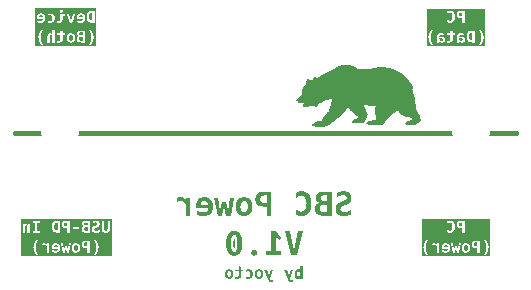
<source format=gbr>
%TF.GenerationSoftware,KiCad,Pcbnew,7.0.10*%
%TF.CreationDate,2024-02-21T00:47:17-06:00*%
%TF.ProjectId,Power-Module,506f7765-722d-44d6-9f64-756c652e6b69,rev?*%
%TF.SameCoordinates,Original*%
%TF.FileFunction,Legend,Bot*%
%TF.FilePolarity,Positive*%
%FSLAX46Y46*%
G04 Gerber Fmt 4.6, Leading zero omitted, Abs format (unit mm)*
G04 Created by KiCad (PCBNEW 7.0.10) date 2024-02-21 00:47:17*
%MOMM*%
%LPD*%
G01*
G04 APERTURE LIST*
%ADD10C,0.200000*%
%ADD11C,0.400000*%
%ADD12C,4.000000*%
%ADD13R,3.800000X3.800000*%
%ADD14C,3.200000*%
%ADD15O,1.800000X1.000000*%
%ADD16O,2.100000X1.000000*%
%ADD17C,0.650000*%
G04 APERTURE END LIST*
D10*
G36*
X149570015Y-102523000D02*
G01*
X149390252Y-102523000D01*
X149370468Y-102407961D01*
X149362231Y-102423784D01*
X149353394Y-102438587D01*
X149343958Y-102452368D01*
X149333923Y-102465129D01*
X149323289Y-102476869D01*
X149312056Y-102487588D01*
X149300223Y-102497286D01*
X149287792Y-102505964D01*
X149274761Y-102513620D01*
X149261131Y-102520256D01*
X149246902Y-102525870D01*
X149232074Y-102530464D01*
X149216647Y-102534037D01*
X149200620Y-102536589D01*
X149183994Y-102538121D01*
X149166770Y-102538631D01*
X149150838Y-102538217D01*
X149135346Y-102536975D01*
X149120293Y-102534904D01*
X149105678Y-102532006D01*
X149091503Y-102528279D01*
X149077766Y-102523725D01*
X149064468Y-102518342D01*
X149051609Y-102512131D01*
X149039189Y-102505092D01*
X149027208Y-102497224D01*
X149015665Y-102488529D01*
X149004562Y-102479005D01*
X148993897Y-102468654D01*
X148983671Y-102457474D01*
X148973884Y-102445466D01*
X148964536Y-102432630D01*
X148960028Y-102425910D01*
X148951442Y-102411998D01*
X148943428Y-102397454D01*
X148935986Y-102382279D01*
X148929117Y-102366472D01*
X148922820Y-102350033D01*
X148917095Y-102332963D01*
X148911943Y-102315261D01*
X148907364Y-102296927D01*
X148903357Y-102277962D01*
X148901568Y-102268243D01*
X148899922Y-102258365D01*
X148898419Y-102248330D01*
X148897060Y-102238137D01*
X148895843Y-102227786D01*
X148894770Y-102217277D01*
X148893840Y-102206611D01*
X148893053Y-102195786D01*
X148892409Y-102184803D01*
X148891908Y-102173663D01*
X148891550Y-102162364D01*
X148891335Y-102150908D01*
X148891264Y-102139294D01*
X148891285Y-102135875D01*
X149091543Y-102135875D01*
X149091580Y-102142715D01*
X149091878Y-102156133D01*
X149092473Y-102169200D01*
X149093366Y-102181916D01*
X149094557Y-102194281D01*
X149096045Y-102206295D01*
X149097831Y-102217957D01*
X149099915Y-102229269D01*
X149102296Y-102240229D01*
X149104975Y-102250839D01*
X149107952Y-102261097D01*
X149111226Y-102271004D01*
X149114798Y-102280560D01*
X149118668Y-102289765D01*
X149122835Y-102298619D01*
X149129645Y-102311241D01*
X149134474Y-102319138D01*
X149142083Y-102330028D01*
X149150131Y-102339772D01*
X149158616Y-102348369D01*
X149167539Y-102355820D01*
X149176899Y-102362125D01*
X149186698Y-102367283D01*
X149196935Y-102371295D01*
X149207610Y-102374161D01*
X149218722Y-102375881D01*
X149230273Y-102376454D01*
X149238112Y-102376202D01*
X149249503Y-102374880D01*
X149260452Y-102372424D01*
X149270958Y-102368835D01*
X149281023Y-102364112D01*
X149290645Y-102358256D01*
X149299825Y-102351266D01*
X149308562Y-102343143D01*
X149316858Y-102333887D01*
X149324711Y-102323497D01*
X149332122Y-102311974D01*
X149334481Y-102307887D01*
X149341109Y-102295129D01*
X149345154Y-102286208D01*
X149348898Y-102276955D01*
X149352344Y-102267371D01*
X149355489Y-102257454D01*
X149358335Y-102247205D01*
X149360882Y-102236625D01*
X149363128Y-102225712D01*
X149365076Y-102214467D01*
X149366723Y-102202891D01*
X149368071Y-102190982D01*
X149369120Y-102178741D01*
X149369869Y-102166168D01*
X149370318Y-102153264D01*
X149370468Y-102140027D01*
X149370317Y-102126791D01*
X149369865Y-102113889D01*
X149369111Y-102101321D01*
X149368056Y-102089087D01*
X149366700Y-102077187D01*
X149365041Y-102065620D01*
X149363082Y-102054388D01*
X149360821Y-102043490D01*
X149358258Y-102032925D01*
X149355394Y-102022695D01*
X149352228Y-102012798D01*
X149348761Y-102003235D01*
X149344992Y-101994007D01*
X149338774Y-101980790D01*
X149331878Y-101968324D01*
X149326951Y-101960486D01*
X149319174Y-101949678D01*
X149310934Y-101940007D01*
X149302230Y-101931474D01*
X149293062Y-101924079D01*
X149283431Y-101917821D01*
X149273336Y-101912702D01*
X149262777Y-101908719D01*
X149251755Y-101905875D01*
X149240269Y-101904169D01*
X149228319Y-101903600D01*
X149220457Y-101903844D01*
X149209066Y-101905126D01*
X149198155Y-101907508D01*
X149187725Y-101910988D01*
X149177776Y-101915568D01*
X149168308Y-101921246D01*
X149159320Y-101928024D01*
X149150814Y-101935901D01*
X149142788Y-101944877D01*
X149135243Y-101954952D01*
X149128179Y-101966126D01*
X149123743Y-101974116D01*
X149117625Y-101986756D01*
X149112151Y-102000182D01*
X149108859Y-102009570D01*
X149105854Y-102019306D01*
X149103135Y-102029391D01*
X149100702Y-102039826D01*
X149098555Y-102050610D01*
X149096695Y-102061743D01*
X149095121Y-102073225D01*
X149093833Y-102085057D01*
X149092831Y-102097237D01*
X149092115Y-102109767D01*
X149091686Y-102122646D01*
X149091543Y-102135875D01*
X148891285Y-102135875D01*
X148891335Y-102127681D01*
X148891551Y-102116227D01*
X148891910Y-102104934D01*
X148892412Y-102093800D01*
X148893058Y-102082826D01*
X148893848Y-102072012D01*
X148894782Y-102061357D01*
X148895858Y-102050863D01*
X148897079Y-102040528D01*
X148898443Y-102030353D01*
X148899951Y-102020338D01*
X148901602Y-102010483D01*
X148905335Y-101991251D01*
X148909643Y-101972659D01*
X148914525Y-101954707D01*
X148919981Y-101937393D01*
X148926012Y-101920719D01*
X148932617Y-101904683D01*
X148939796Y-101889288D01*
X148947550Y-101874531D01*
X148955878Y-101860413D01*
X148964781Y-101846935D01*
X148974185Y-101834158D01*
X148984019Y-101822206D01*
X148994282Y-101811077D01*
X149004974Y-101800773D01*
X149016096Y-101791294D01*
X149027647Y-101782638D01*
X149039627Y-101774807D01*
X149052036Y-101767801D01*
X149064875Y-101761618D01*
X149078144Y-101756260D01*
X149091841Y-101751726D01*
X149105968Y-101748017D01*
X149120525Y-101745132D01*
X149135510Y-101743071D01*
X149150925Y-101741835D01*
X149166770Y-101741422D01*
X149182935Y-101741906D01*
X149198643Y-101743357D01*
X149213893Y-101745776D01*
X149228685Y-101749162D01*
X149243019Y-101753515D01*
X149256895Y-101758836D01*
X149270313Y-101765124D01*
X149283273Y-101772380D01*
X149295776Y-101780603D01*
X149307820Y-101789794D01*
X149319406Y-101799952D01*
X149330534Y-101811077D01*
X149341205Y-101823170D01*
X149351417Y-101836231D01*
X149361172Y-101850258D01*
X149370468Y-101865254D01*
X149370468Y-101460055D01*
X149570015Y-101460055D01*
X149570015Y-102523000D01*
G37*
G36*
X148736902Y-102648052D02*
G01*
X148714920Y-102648052D01*
X148694404Y-102648052D01*
X148682245Y-102647995D01*
X148670682Y-102647823D01*
X148659714Y-102647537D01*
X148649341Y-102647136D01*
X148639564Y-102646621D01*
X148628179Y-102645816D01*
X148617725Y-102644832D01*
X148613804Y-102644388D01*
X148602658Y-102642628D01*
X148592303Y-102640095D01*
X148582737Y-102636789D01*
X148572576Y-102631955D01*
X148563490Y-102626070D01*
X148555128Y-102618947D01*
X148548259Y-102611540D01*
X148541664Y-102602930D01*
X148535345Y-102593119D01*
X148530288Y-102584024D01*
X148528319Y-102580152D01*
X148523315Y-102569698D01*
X148519140Y-102560459D01*
X148514812Y-102550441D01*
X148510332Y-102539645D01*
X148505699Y-102528070D01*
X148502124Y-102518878D01*
X148498463Y-102509248D01*
X148494716Y-102499180D01*
X148492171Y-102492225D01*
X148783308Y-101757054D01*
X148572771Y-101757054D01*
X148397649Y-102249448D01*
X148230342Y-101757054D01*
X148019805Y-101757054D01*
X148337565Y-102598959D01*
X148341493Y-102609149D01*
X148345585Y-102619201D01*
X148349840Y-102629115D01*
X148354258Y-102638893D01*
X148358839Y-102648533D01*
X148363583Y-102658035D01*
X148368490Y-102667400D01*
X148373560Y-102676628D01*
X148378794Y-102685719D01*
X148384191Y-102694672D01*
X148387879Y-102700564D01*
X148393595Y-102709194D01*
X148399568Y-102717497D01*
X148405799Y-102725474D01*
X148412288Y-102733125D01*
X148419034Y-102740449D01*
X148426038Y-102747447D01*
X148433300Y-102754119D01*
X148440819Y-102760465D01*
X148448595Y-102766484D01*
X148456630Y-102772177D01*
X148462129Y-102775791D01*
X148470600Y-102780898D01*
X148479437Y-102785502D01*
X148488638Y-102789605D01*
X148498204Y-102793205D01*
X148508136Y-102796302D01*
X148518432Y-102798898D01*
X148529093Y-102800991D01*
X148540119Y-102802581D01*
X148551510Y-102803670D01*
X148563266Y-102804256D01*
X148571306Y-102804367D01*
X148736902Y-102804367D01*
X148736902Y-102648052D01*
G37*
G36*
X147052603Y-102648052D02*
G01*
X147030622Y-102648052D01*
X147010105Y-102648052D01*
X146997947Y-102647995D01*
X146986383Y-102647823D01*
X146975415Y-102647537D01*
X146965042Y-102647136D01*
X146955265Y-102646621D01*
X146943881Y-102645816D01*
X146933426Y-102644832D01*
X146929505Y-102644388D01*
X146918360Y-102642628D01*
X146908004Y-102640095D01*
X146898439Y-102636789D01*
X146888277Y-102631955D01*
X146879191Y-102626070D01*
X146870830Y-102618947D01*
X146863960Y-102611540D01*
X146857366Y-102602930D01*
X146851046Y-102593119D01*
X146845989Y-102584024D01*
X146844020Y-102580152D01*
X146839016Y-102569698D01*
X146834841Y-102560459D01*
X146830513Y-102550441D01*
X146826033Y-102539645D01*
X146821400Y-102528070D01*
X146817825Y-102518878D01*
X146814164Y-102509248D01*
X146810418Y-102499180D01*
X146807872Y-102492225D01*
X147099010Y-101757054D01*
X146888472Y-101757054D01*
X146713350Y-102249448D01*
X146546044Y-101757054D01*
X146335506Y-101757054D01*
X146653266Y-102598959D01*
X146657195Y-102609149D01*
X146661286Y-102619201D01*
X146665541Y-102629115D01*
X146669959Y-102638893D01*
X146674540Y-102648533D01*
X146679284Y-102658035D01*
X146684191Y-102667400D01*
X146689262Y-102676628D01*
X146694495Y-102685719D01*
X146699892Y-102694672D01*
X146703580Y-102700564D01*
X146709296Y-102709194D01*
X146715270Y-102717497D01*
X146721501Y-102725474D01*
X146727989Y-102733125D01*
X146734736Y-102740449D01*
X146741740Y-102747447D01*
X146749001Y-102754119D01*
X146756520Y-102760465D01*
X146764297Y-102766484D01*
X146772331Y-102772177D01*
X146777830Y-102775791D01*
X146786302Y-102780898D01*
X146795138Y-102785502D01*
X146804339Y-102789605D01*
X146813906Y-102793205D01*
X146823837Y-102796302D01*
X146834133Y-102798898D01*
X146844794Y-102800991D01*
X146855820Y-102802581D01*
X146867211Y-102803670D01*
X146878967Y-102804256D01*
X146887007Y-102804367D01*
X147052603Y-102804367D01*
X147052603Y-102648052D01*
G37*
G36*
X145893158Y-101741613D02*
G01*
X145906578Y-101742186D01*
X145919765Y-101743140D01*
X145932719Y-101744475D01*
X145945441Y-101746193D01*
X145957930Y-101748292D01*
X145970186Y-101750772D01*
X145982209Y-101753635D01*
X145994000Y-101756878D01*
X146005557Y-101760504D01*
X146016882Y-101764511D01*
X146027974Y-101768900D01*
X146038833Y-101773670D01*
X146049460Y-101778822D01*
X146059854Y-101784356D01*
X146070015Y-101790271D01*
X146079885Y-101796537D01*
X146089470Y-101803124D01*
X146098768Y-101810032D01*
X146107781Y-101817260D01*
X146116507Y-101824808D01*
X146124946Y-101832678D01*
X146133100Y-101840867D01*
X146140967Y-101849378D01*
X146148548Y-101858209D01*
X146155843Y-101867360D01*
X146162852Y-101876832D01*
X146169574Y-101886625D01*
X146176010Y-101896738D01*
X146182160Y-101907172D01*
X146188024Y-101917926D01*
X146193601Y-101929001D01*
X146198866Y-101940332D01*
X146203791Y-101951918D01*
X146208376Y-101963757D01*
X146212622Y-101975850D01*
X146216528Y-101988196D01*
X146220094Y-102000797D01*
X146223321Y-102013651D01*
X146226208Y-102026759D01*
X146228755Y-102040121D01*
X146230963Y-102053736D01*
X146232831Y-102067606D01*
X146234359Y-102081729D01*
X146235548Y-102096106D01*
X146236397Y-102110737D01*
X146236907Y-102125621D01*
X146237077Y-102140759D01*
X146236909Y-102155868D01*
X146236405Y-102170725D01*
X146235565Y-102185330D01*
X146234390Y-102199683D01*
X146232879Y-102213784D01*
X146231032Y-102227634D01*
X146228849Y-102241231D01*
X146226330Y-102254577D01*
X146223475Y-102267670D01*
X146220285Y-102280512D01*
X146216759Y-102293102D01*
X146212897Y-102305440D01*
X146208699Y-102317526D01*
X146204165Y-102329361D01*
X146199295Y-102340943D01*
X146194090Y-102352274D01*
X146188544Y-102363289D01*
X146182713Y-102373985D01*
X146176599Y-102384362D01*
X146170200Y-102394421D01*
X146163517Y-102404161D01*
X146156549Y-102413583D01*
X146149297Y-102422685D01*
X146141761Y-102431469D01*
X146133940Y-102439935D01*
X146125835Y-102448082D01*
X146117446Y-102455910D01*
X146108773Y-102463420D01*
X146099815Y-102470610D01*
X146090573Y-102477483D01*
X146081046Y-102484036D01*
X146071236Y-102490271D01*
X146061169Y-102496127D01*
X146050876Y-102501605D01*
X146040355Y-102506706D01*
X146029608Y-102511428D01*
X146018633Y-102515773D01*
X146007431Y-102519740D01*
X145996002Y-102523330D01*
X145984346Y-102526541D01*
X145972463Y-102529375D01*
X145960353Y-102531830D01*
X145948016Y-102533908D01*
X145935452Y-102535609D01*
X145922661Y-102536931D01*
X145909642Y-102537875D01*
X145896397Y-102538442D01*
X145882924Y-102538631D01*
X145869365Y-102538440D01*
X145856043Y-102537868D01*
X145842956Y-102536914D01*
X145830107Y-102535578D01*
X145817494Y-102533861D01*
X145805118Y-102531762D01*
X145792978Y-102529281D01*
X145781075Y-102526419D01*
X145769409Y-102523175D01*
X145757979Y-102519550D01*
X145746786Y-102515542D01*
X145735829Y-102511154D01*
X145725109Y-102506383D01*
X145714626Y-102501231D01*
X145704379Y-102495698D01*
X145694369Y-102489782D01*
X145684587Y-102483515D01*
X145675085Y-102476925D01*
X145665864Y-102470013D01*
X145656924Y-102462778D01*
X145648263Y-102455221D01*
X145639884Y-102447341D01*
X145631785Y-102439139D01*
X145623966Y-102430615D01*
X145616428Y-102421768D01*
X145609170Y-102412598D01*
X145602193Y-102403106D01*
X145595496Y-102393291D01*
X145589080Y-102383154D01*
X145582945Y-102372695D01*
X145577090Y-102361913D01*
X145571515Y-102350808D01*
X145566250Y-102339410D01*
X145561325Y-102327746D01*
X145556740Y-102315818D01*
X145552494Y-102303624D01*
X145548588Y-102291164D01*
X145545022Y-102278440D01*
X145541795Y-102265450D01*
X145538908Y-102252195D01*
X145536361Y-102238675D01*
X145534153Y-102224890D01*
X145532285Y-102210839D01*
X145530757Y-102196523D01*
X145529568Y-102181942D01*
X145528719Y-102167096D01*
X145528209Y-102151984D01*
X145528078Y-102140027D01*
X145728319Y-102140027D01*
X145728360Y-102146776D01*
X145728686Y-102160013D01*
X145729338Y-102172901D01*
X145730317Y-102185439D01*
X145731622Y-102197628D01*
X145733254Y-102209468D01*
X145735212Y-102220959D01*
X145737496Y-102232101D01*
X145740106Y-102242893D01*
X145743043Y-102253337D01*
X145746306Y-102263431D01*
X145749895Y-102273176D01*
X145753810Y-102282571D01*
X145758052Y-102291618D01*
X145762620Y-102300315D01*
X145770084Y-102312706D01*
X145775417Y-102320426D01*
X145783834Y-102331071D01*
X145792753Y-102340596D01*
X145802175Y-102349000D01*
X145812099Y-102356284D01*
X145822525Y-102362447D01*
X145833454Y-102367489D01*
X145844885Y-102371411D01*
X145856818Y-102374213D01*
X145869254Y-102375894D01*
X145882192Y-102376454D01*
X145890962Y-102376205D01*
X145903687Y-102374897D01*
X145915897Y-102372470D01*
X145927592Y-102368921D01*
X145938772Y-102364252D01*
X145949437Y-102358463D01*
X145959586Y-102351552D01*
X145969220Y-102343522D01*
X145978339Y-102334371D01*
X145986943Y-102324099D01*
X145995032Y-102312706D01*
X145997602Y-102308663D01*
X146004821Y-102296010D01*
X146009226Y-102287138D01*
X146013304Y-102277917D01*
X146017057Y-102268347D01*
X146020483Y-102258427D01*
X146023583Y-102248159D01*
X146026356Y-102237541D01*
X146028803Y-102226574D01*
X146030924Y-102215257D01*
X146032719Y-102203592D01*
X146034187Y-102191577D01*
X146035329Y-102179213D01*
X146036145Y-102166500D01*
X146036634Y-102153438D01*
X146036797Y-102140027D01*
X146036757Y-102133278D01*
X146036430Y-102120043D01*
X146035778Y-102107159D01*
X146034799Y-102094626D01*
X146033494Y-102082445D01*
X146031862Y-102070614D01*
X146029905Y-102059135D01*
X146027620Y-102048006D01*
X146025010Y-102037229D01*
X146022073Y-102026803D01*
X146018811Y-102016728D01*
X146015221Y-102007004D01*
X146011306Y-101997631D01*
X146007064Y-101988610D01*
X146002496Y-101979939D01*
X145995032Y-101967591D01*
X145989697Y-101959842D01*
X145981265Y-101949156D01*
X145972317Y-101939595D01*
X145962855Y-101931159D01*
X145952877Y-101923847D01*
X145942384Y-101917660D01*
X145931376Y-101912598D01*
X145919853Y-101908661D01*
X145907814Y-101905849D01*
X145895261Y-101904162D01*
X145882192Y-101903600D01*
X145873511Y-101903848D01*
X145860908Y-101905150D01*
X145848807Y-101907569D01*
X145837208Y-101911103D01*
X145826112Y-101915755D01*
X145815518Y-101921522D01*
X145805427Y-101928406D01*
X145795838Y-101936405D01*
X145786751Y-101945522D01*
X145778166Y-101955754D01*
X145770084Y-101967103D01*
X145767515Y-101971117D01*
X145760295Y-101983696D01*
X145755891Y-101992531D01*
X145751812Y-102001724D01*
X145748059Y-102011276D01*
X145744633Y-102021187D01*
X145741534Y-102031457D01*
X145738760Y-102042085D01*
X145736313Y-102053072D01*
X145734192Y-102064418D01*
X145732397Y-102076123D01*
X145730929Y-102088186D01*
X145729787Y-102100608D01*
X145728971Y-102113389D01*
X145728482Y-102126528D01*
X145728319Y-102140027D01*
X145528078Y-102140027D01*
X145528040Y-102136607D01*
X145528207Y-102121501D01*
X145528707Y-102106653D01*
X145529542Y-102092063D01*
X145530711Y-102077730D01*
X145532214Y-102063654D01*
X145534050Y-102049836D01*
X145536221Y-102036276D01*
X145538725Y-102022973D01*
X145541564Y-102009928D01*
X145544736Y-101997141D01*
X145548242Y-101984611D01*
X145552082Y-101972339D01*
X145556256Y-101960324D01*
X145560764Y-101948567D01*
X145565606Y-101937068D01*
X145570782Y-101925826D01*
X145576265Y-101914874D01*
X145582029Y-101904245D01*
X145588073Y-101893938D01*
X145594397Y-101883953D01*
X145601002Y-101874291D01*
X145607888Y-101864952D01*
X145615054Y-101855935D01*
X145622501Y-101847241D01*
X145630228Y-101838869D01*
X145638235Y-101830819D01*
X145646523Y-101823092D01*
X145655092Y-101815687D01*
X145663941Y-101808605D01*
X145673070Y-101801846D01*
X145682480Y-101795409D01*
X145692171Y-101789294D01*
X145702119Y-101783497D01*
X145712302Y-101778074D01*
X145722719Y-101773025D01*
X145733372Y-101768350D01*
X145744258Y-101764049D01*
X145755380Y-101760122D01*
X145766736Y-101756569D01*
X145778327Y-101753390D01*
X145790153Y-101750585D01*
X145802214Y-101748154D01*
X145814509Y-101746097D01*
X145827039Y-101744414D01*
X145839803Y-101743105D01*
X145852802Y-101742170D01*
X145866036Y-101741609D01*
X145879505Y-101741422D01*
X145893158Y-101741613D01*
G37*
G36*
X144977272Y-102538631D02*
G01*
X144988550Y-102538529D01*
X144999671Y-102538222D01*
X145010633Y-102537710D01*
X145021438Y-102536994D01*
X145032085Y-102536073D01*
X145042574Y-102534947D01*
X145052905Y-102533617D01*
X145063078Y-102532082D01*
X145073093Y-102530343D01*
X145082950Y-102528399D01*
X145092649Y-102526250D01*
X145102191Y-102523896D01*
X145120800Y-102518575D01*
X145138778Y-102512436D01*
X145156124Y-102505478D01*
X145172838Y-102497701D01*
X145188921Y-102489106D01*
X145204372Y-102479692D01*
X145219192Y-102469460D01*
X145233380Y-102458409D01*
X145246936Y-102446539D01*
X145259861Y-102433851D01*
X145272076Y-102420401D01*
X145283503Y-102406309D01*
X145294142Y-102391573D01*
X145303993Y-102376194D01*
X145313055Y-102360173D01*
X145321330Y-102343508D01*
X145328817Y-102326200D01*
X145335515Y-102308249D01*
X145341426Y-102289655D01*
X145344085Y-102280117D01*
X145346548Y-102270418D01*
X145348814Y-102260558D01*
X145350882Y-102250538D01*
X145352754Y-102240357D01*
X145354429Y-102230015D01*
X145355906Y-102219512D01*
X145357187Y-102208849D01*
X145358271Y-102198025D01*
X145359157Y-102187040D01*
X145359847Y-102175894D01*
X145360339Y-102164587D01*
X145360635Y-102153120D01*
X145360733Y-102141492D01*
X145360636Y-102129803D01*
X145360344Y-102118276D01*
X145359857Y-102106909D01*
X145359176Y-102095704D01*
X145358300Y-102084660D01*
X145357230Y-102073778D01*
X145355965Y-102063056D01*
X145354505Y-102052496D01*
X145352851Y-102042097D01*
X145351002Y-102031860D01*
X145348958Y-102021783D01*
X145346720Y-102011868D01*
X145344287Y-102002114D01*
X145341659Y-101992521D01*
X145338837Y-101983090D01*
X145332609Y-101964710D01*
X145325602Y-101946976D01*
X145317817Y-101929887D01*
X145309253Y-101913442D01*
X145299911Y-101897643D01*
X145289790Y-101882488D01*
X145278891Y-101867979D01*
X145267213Y-101854114D01*
X145261082Y-101847424D01*
X145248291Y-101834588D01*
X145234891Y-101822580D01*
X145220882Y-101811400D01*
X145206265Y-101801048D01*
X145191039Y-101791525D01*
X145175204Y-101782829D01*
X145158761Y-101774962D01*
X145141709Y-101767923D01*
X145124048Y-101761712D01*
X145105778Y-101756329D01*
X145086900Y-101751774D01*
X145077232Y-101749807D01*
X145067413Y-101748047D01*
X145057441Y-101746495D01*
X145047317Y-101745149D01*
X145037041Y-101744010D01*
X145026613Y-101743079D01*
X145016032Y-101742354D01*
X145005300Y-101741836D01*
X144994415Y-101741526D01*
X144983378Y-101741422D01*
X144968213Y-101741653D01*
X144953126Y-101742346D01*
X144938118Y-101743500D01*
X144923187Y-101745117D01*
X144908335Y-101747195D01*
X144893562Y-101749734D01*
X144878866Y-101752736D01*
X144864249Y-101756199D01*
X144849710Y-101760124D01*
X144835249Y-101764511D01*
X144820866Y-101769360D01*
X144806562Y-101774670D01*
X144792335Y-101780442D01*
X144778187Y-101786676D01*
X144764118Y-101793372D01*
X144750126Y-101800529D01*
X144750126Y-101984688D01*
X144761327Y-101974869D01*
X144772703Y-101965683D01*
X144784255Y-101957131D01*
X144795983Y-101949212D01*
X144807886Y-101941927D01*
X144819964Y-101935275D01*
X144832218Y-101929257D01*
X144844648Y-101923872D01*
X144857253Y-101919121D01*
X144870034Y-101915003D01*
X144882990Y-101911518D01*
X144896122Y-101908668D01*
X144909430Y-101906450D01*
X144922913Y-101904867D01*
X144936571Y-101903916D01*
X144950405Y-101903600D01*
X144962800Y-101903841D01*
X144974826Y-101904565D01*
X144986484Y-101905772D01*
X144997773Y-101907462D01*
X145008694Y-101909634D01*
X145019247Y-101912289D01*
X145029432Y-101915427D01*
X145039249Y-101919048D01*
X145048697Y-101923151D01*
X145057777Y-101927738D01*
X145066488Y-101932807D01*
X145074832Y-101938358D01*
X145082807Y-101944393D01*
X145090414Y-101950910D01*
X145097652Y-101957910D01*
X145104523Y-101965393D01*
X145110970Y-101973291D01*
X145117002Y-101981597D01*
X145122617Y-101990312D01*
X145127817Y-101999434D01*
X145132601Y-102008966D01*
X145136969Y-102018905D01*
X145140920Y-102029253D01*
X145144456Y-102040009D01*
X145147576Y-102051174D01*
X145150280Y-102062747D01*
X145152568Y-102074728D01*
X145154440Y-102087118D01*
X145155896Y-102099916D01*
X145156936Y-102113122D01*
X145157559Y-102126736D01*
X145157767Y-102140759D01*
X145157560Y-102154693D01*
X145156939Y-102168221D01*
X145155904Y-102181346D01*
X145154455Y-102194065D01*
X145152592Y-102206381D01*
X145150314Y-102218291D01*
X145147623Y-102229797D01*
X145144517Y-102240899D01*
X145140998Y-102251596D01*
X145137064Y-102261889D01*
X145132716Y-102271777D01*
X145127955Y-102281260D01*
X145122779Y-102290339D01*
X145117189Y-102299014D01*
X145111185Y-102307283D01*
X145104767Y-102315149D01*
X145097964Y-102322572D01*
X145090807Y-102329517D01*
X145083294Y-102335983D01*
X145075427Y-102341970D01*
X145067205Y-102347478D01*
X145058628Y-102352507D01*
X145049696Y-102357057D01*
X145040409Y-102361128D01*
X145030767Y-102364720D01*
X145020770Y-102367833D01*
X145010418Y-102370467D01*
X144999712Y-102372622D01*
X144988650Y-102374299D01*
X144977234Y-102375496D01*
X144965462Y-102376214D01*
X144953336Y-102376454D01*
X144938832Y-102376153D01*
X144924569Y-102375252D01*
X144910546Y-102373749D01*
X144896763Y-102371645D01*
X144883221Y-102368940D01*
X144869920Y-102365635D01*
X144856858Y-102361728D01*
X144844038Y-102357220D01*
X144831457Y-102352111D01*
X144819117Y-102346400D01*
X144807018Y-102340089D01*
X144795158Y-102333177D01*
X144783540Y-102325664D01*
X144772161Y-102317549D01*
X144761024Y-102308834D01*
X144750126Y-102299517D01*
X144750126Y-102480990D01*
X144762949Y-102487970D01*
X144775955Y-102494499D01*
X144789144Y-102500579D01*
X144802516Y-102506208D01*
X144816072Y-102511387D01*
X144829810Y-102516115D01*
X144843732Y-102520393D01*
X144857837Y-102524221D01*
X144872125Y-102527598D01*
X144886597Y-102530525D01*
X144901251Y-102533002D01*
X144916089Y-102535028D01*
X144931110Y-102536605D01*
X144946314Y-102537730D01*
X144961702Y-102538406D01*
X144977272Y-102538631D01*
G37*
G36*
X144054278Y-102523000D02*
G01*
X144068193Y-102522911D01*
X144081729Y-102522645D01*
X144094885Y-102522201D01*
X144107661Y-102521580D01*
X144120057Y-102520781D01*
X144132073Y-102519805D01*
X144143710Y-102518652D01*
X144154967Y-102517321D01*
X144165845Y-102515812D01*
X144176342Y-102514127D01*
X144186460Y-102512263D01*
X144196199Y-102510223D01*
X144210094Y-102506829D01*
X144223135Y-102503036D01*
X144231354Y-102500285D01*
X144243066Y-102495692D01*
X144254112Y-102490525D01*
X144264492Y-102484782D01*
X144274208Y-102478463D01*
X144283257Y-102471570D01*
X144291641Y-102464101D01*
X144299360Y-102456056D01*
X144306413Y-102447437D01*
X144312801Y-102438242D01*
X144318523Y-102428472D01*
X144321968Y-102421639D01*
X144326683Y-102410830D01*
X144330933Y-102399288D01*
X144334720Y-102387011D01*
X144338043Y-102374000D01*
X144340902Y-102360255D01*
X144343298Y-102345776D01*
X144344637Y-102335715D01*
X144345771Y-102325328D01*
X144346698Y-102314615D01*
X144347419Y-102303575D01*
X144347935Y-102292209D01*
X144348244Y-102280517D01*
X144348347Y-102268498D01*
X144348347Y-101919231D01*
X144543741Y-101919231D01*
X144543741Y-101757054D01*
X144348347Y-101757054D01*
X144348347Y-101548715D01*
X144148068Y-101460055D01*
X144148068Y-101757054D01*
X143886239Y-101757054D01*
X143886239Y-101919231D01*
X144148068Y-101919231D01*
X144148068Y-102268987D01*
X144147667Y-102280718D01*
X144146465Y-102291610D01*
X144144461Y-102301662D01*
X144140830Y-102313047D01*
X144135946Y-102323119D01*
X144129810Y-102331880D01*
X144122422Y-102339329D01*
X144113651Y-102345521D01*
X144103364Y-102350663D01*
X144094045Y-102354022D01*
X144083756Y-102356708D01*
X144072498Y-102358723D01*
X144060271Y-102360067D01*
X144050464Y-102360633D01*
X144040112Y-102360822D01*
X143886239Y-102360822D01*
X143886239Y-102523000D01*
X144054278Y-102523000D01*
G37*
G36*
X143366710Y-101741613D02*
G01*
X143380130Y-101742186D01*
X143393317Y-101743140D01*
X143406271Y-101744475D01*
X143418993Y-101746193D01*
X143431482Y-101748292D01*
X143443738Y-101750772D01*
X143455761Y-101753635D01*
X143467552Y-101756878D01*
X143479109Y-101760504D01*
X143490434Y-101764511D01*
X143501526Y-101768900D01*
X143512385Y-101773670D01*
X143523012Y-101778822D01*
X143533406Y-101784356D01*
X143543566Y-101790271D01*
X143553437Y-101796537D01*
X143563022Y-101803124D01*
X143572320Y-101810032D01*
X143581333Y-101817260D01*
X143590059Y-101824808D01*
X143598498Y-101832678D01*
X143606652Y-101840867D01*
X143614519Y-101849378D01*
X143622100Y-101858209D01*
X143629395Y-101867360D01*
X143636404Y-101876832D01*
X143643126Y-101886625D01*
X143649562Y-101896738D01*
X143655712Y-101907172D01*
X143661576Y-101917926D01*
X143667153Y-101929001D01*
X143672418Y-101940332D01*
X143677343Y-101951918D01*
X143681928Y-101963757D01*
X143686174Y-101975850D01*
X143690080Y-101988196D01*
X143693646Y-102000797D01*
X143696873Y-102013651D01*
X143699760Y-102026759D01*
X143702307Y-102040121D01*
X143704515Y-102053736D01*
X143706383Y-102067606D01*
X143707911Y-102081729D01*
X143709100Y-102096106D01*
X143709949Y-102110737D01*
X143710459Y-102125621D01*
X143710629Y-102140759D01*
X143710461Y-102155868D01*
X143709957Y-102170725D01*
X143709117Y-102185330D01*
X143707942Y-102199683D01*
X143706431Y-102213784D01*
X143704584Y-102227634D01*
X143702401Y-102241231D01*
X143699882Y-102254577D01*
X143697027Y-102267670D01*
X143693837Y-102280512D01*
X143690311Y-102293102D01*
X143686449Y-102305440D01*
X143682251Y-102317526D01*
X143677717Y-102329361D01*
X143672847Y-102340943D01*
X143667642Y-102352274D01*
X143662096Y-102363289D01*
X143656265Y-102373985D01*
X143650151Y-102384362D01*
X143643752Y-102394421D01*
X143637069Y-102404161D01*
X143630101Y-102413583D01*
X143622849Y-102422685D01*
X143615313Y-102431469D01*
X143607492Y-102439935D01*
X143599387Y-102448082D01*
X143590998Y-102455910D01*
X143582325Y-102463420D01*
X143573367Y-102470610D01*
X143564125Y-102477483D01*
X143554598Y-102484036D01*
X143544788Y-102490271D01*
X143534721Y-102496127D01*
X143524428Y-102501605D01*
X143513907Y-102506706D01*
X143503160Y-102511428D01*
X143492185Y-102515773D01*
X143480983Y-102519740D01*
X143469554Y-102523330D01*
X143457898Y-102526541D01*
X143446015Y-102529375D01*
X143433905Y-102531830D01*
X143421568Y-102533908D01*
X143409004Y-102535609D01*
X143396213Y-102536931D01*
X143383194Y-102537875D01*
X143369949Y-102538442D01*
X143356476Y-102538631D01*
X143342917Y-102538440D01*
X143329594Y-102537868D01*
X143316508Y-102536914D01*
X143303659Y-102535578D01*
X143291046Y-102533861D01*
X143278670Y-102531762D01*
X143266530Y-102529281D01*
X143254627Y-102526419D01*
X143242961Y-102523175D01*
X143231531Y-102519550D01*
X143220338Y-102515542D01*
X143209381Y-102511154D01*
X143198661Y-102506383D01*
X143188178Y-102501231D01*
X143177931Y-102495698D01*
X143167921Y-102489782D01*
X143158139Y-102483515D01*
X143148637Y-102476925D01*
X143139416Y-102470013D01*
X143130476Y-102462778D01*
X143121815Y-102455221D01*
X143113436Y-102447341D01*
X143105337Y-102439139D01*
X143097518Y-102430615D01*
X143089980Y-102421768D01*
X143082722Y-102412598D01*
X143075745Y-102403106D01*
X143069048Y-102393291D01*
X143062632Y-102383154D01*
X143056497Y-102372695D01*
X143050641Y-102361913D01*
X143045067Y-102350808D01*
X143039802Y-102339410D01*
X143034877Y-102327746D01*
X143030292Y-102315818D01*
X143026046Y-102303624D01*
X143022140Y-102291164D01*
X143018574Y-102278440D01*
X143015347Y-102265450D01*
X143012460Y-102252195D01*
X143009913Y-102238675D01*
X143007705Y-102224890D01*
X143005837Y-102210839D01*
X143004309Y-102196523D01*
X143003120Y-102181942D01*
X143002271Y-102167096D01*
X143001761Y-102151984D01*
X143001630Y-102140027D01*
X143201871Y-102140027D01*
X143201912Y-102146776D01*
X143202238Y-102160013D01*
X143202890Y-102172901D01*
X143203869Y-102185439D01*
X143205174Y-102197628D01*
X143206806Y-102209468D01*
X143208764Y-102220959D01*
X143211048Y-102232101D01*
X143213658Y-102242893D01*
X143216595Y-102253337D01*
X143219858Y-102263431D01*
X143223447Y-102273176D01*
X143227362Y-102282571D01*
X143231604Y-102291618D01*
X143236172Y-102300315D01*
X143243636Y-102312706D01*
X143248969Y-102320426D01*
X143257386Y-102331071D01*
X143266305Y-102340596D01*
X143275727Y-102349000D01*
X143285651Y-102356284D01*
X143296077Y-102362447D01*
X143307006Y-102367489D01*
X143318437Y-102371411D01*
X143330370Y-102374213D01*
X143342806Y-102375894D01*
X143355744Y-102376454D01*
X143364514Y-102376205D01*
X143377239Y-102374897D01*
X143389449Y-102372470D01*
X143401144Y-102368921D01*
X143412324Y-102364252D01*
X143422989Y-102358463D01*
X143433138Y-102351552D01*
X143442772Y-102343522D01*
X143451891Y-102334371D01*
X143460495Y-102324099D01*
X143468584Y-102312706D01*
X143471153Y-102308663D01*
X143478373Y-102296010D01*
X143482778Y-102287138D01*
X143486856Y-102277917D01*
X143490609Y-102268347D01*
X143494035Y-102258427D01*
X143497135Y-102248159D01*
X143499908Y-102237541D01*
X143502355Y-102226574D01*
X143504476Y-102215257D01*
X143506271Y-102203592D01*
X143507739Y-102191577D01*
X143508881Y-102179213D01*
X143509697Y-102166500D01*
X143510186Y-102153438D01*
X143510349Y-102140027D01*
X143510309Y-102133278D01*
X143509982Y-102120043D01*
X143509330Y-102107159D01*
X143508351Y-102094626D01*
X143507046Y-102082445D01*
X143505414Y-102070614D01*
X143503457Y-102059135D01*
X143501172Y-102048006D01*
X143498562Y-102037229D01*
X143495625Y-102026803D01*
X143492363Y-102016728D01*
X143488773Y-102007004D01*
X143484858Y-101997631D01*
X143480616Y-101988610D01*
X143476048Y-101979939D01*
X143468584Y-101967591D01*
X143463249Y-101959842D01*
X143454817Y-101949156D01*
X143445869Y-101939595D01*
X143436407Y-101931159D01*
X143426429Y-101923847D01*
X143415936Y-101917660D01*
X143404928Y-101912598D01*
X143393405Y-101908661D01*
X143381366Y-101905849D01*
X143368813Y-101904162D01*
X143355744Y-101903600D01*
X143347063Y-101903848D01*
X143334460Y-101905150D01*
X143322359Y-101907569D01*
X143310760Y-101911103D01*
X143299664Y-101915755D01*
X143289070Y-101921522D01*
X143278979Y-101928406D01*
X143269390Y-101936405D01*
X143260303Y-101945522D01*
X143251718Y-101955754D01*
X143243636Y-101967103D01*
X143241067Y-101971117D01*
X143233847Y-101983696D01*
X143229443Y-101992531D01*
X143225364Y-102001724D01*
X143221611Y-102011276D01*
X143218185Y-102021187D01*
X143215086Y-102031457D01*
X143212312Y-102042085D01*
X143209865Y-102053072D01*
X143207744Y-102064418D01*
X143205949Y-102076123D01*
X143204481Y-102088186D01*
X143203339Y-102100608D01*
X143202523Y-102113389D01*
X143202034Y-102126528D01*
X143201871Y-102140027D01*
X143001630Y-102140027D01*
X143001592Y-102136607D01*
X143001759Y-102121501D01*
X143002259Y-102106653D01*
X143003094Y-102092063D01*
X143004263Y-102077730D01*
X143005766Y-102063654D01*
X143007602Y-102049836D01*
X143009773Y-102036276D01*
X143012277Y-102022973D01*
X143015116Y-102009928D01*
X143018288Y-101997141D01*
X143021794Y-101984611D01*
X143025634Y-101972339D01*
X143029808Y-101960324D01*
X143034316Y-101948567D01*
X143039158Y-101937068D01*
X143044334Y-101925826D01*
X143049817Y-101914874D01*
X143055581Y-101904245D01*
X143061625Y-101893938D01*
X143067949Y-101883953D01*
X143074554Y-101874291D01*
X143081440Y-101864952D01*
X143088606Y-101855935D01*
X143096053Y-101847241D01*
X143103780Y-101838869D01*
X143111787Y-101830819D01*
X143120075Y-101823092D01*
X143128644Y-101815687D01*
X143137493Y-101808605D01*
X143146622Y-101801846D01*
X143156032Y-101795409D01*
X143165723Y-101789294D01*
X143175671Y-101783497D01*
X143185854Y-101778074D01*
X143196271Y-101773025D01*
X143206924Y-101768350D01*
X143217810Y-101764049D01*
X143228932Y-101760122D01*
X143240288Y-101756569D01*
X143251879Y-101753390D01*
X143263705Y-101750585D01*
X143275766Y-101748154D01*
X143288061Y-101746097D01*
X143300591Y-101744414D01*
X143313355Y-101743105D01*
X143326354Y-101742170D01*
X143339588Y-101741609D01*
X143353057Y-101741422D01*
X143366710Y-101741613D01*
G37*
G36*
X153087600Y-97225263D02*
G01*
X153108056Y-97225140D01*
X153128389Y-97224774D01*
X153148600Y-97224163D01*
X153168689Y-97223309D01*
X153188656Y-97222210D01*
X153208501Y-97220866D01*
X153228223Y-97219279D01*
X153247824Y-97217447D01*
X153267249Y-97215325D01*
X153286689Y-97212867D01*
X153306144Y-97210074D01*
X153325615Y-97206944D01*
X153345101Y-97203479D01*
X153364602Y-97199678D01*
X153384119Y-97195541D01*
X153403651Y-97191069D01*
X153423350Y-97186481D01*
X153442882Y-97181635D01*
X153462246Y-97176529D01*
X153481442Y-97171163D01*
X153500470Y-97165538D01*
X153519330Y-97159653D01*
X153538022Y-97153509D01*
X153556547Y-97147105D01*
X153584018Y-97137013D01*
X153611112Y-97126337D01*
X153637828Y-97115077D01*
X153664166Y-97103233D01*
X153690126Y-97090805D01*
X153698696Y-97086533D01*
X153698696Y-96675228D01*
X153678410Y-96689287D01*
X153658220Y-96702888D01*
X153638126Y-96716032D01*
X153618126Y-96728717D01*
X153598222Y-96740944D01*
X153578414Y-96752714D01*
X153558701Y-96764025D01*
X153539083Y-96774879D01*
X153519561Y-96785274D01*
X153500134Y-96795212D01*
X153480803Y-96804692D01*
X153461567Y-96813713D01*
X153442426Y-96822277D01*
X153423381Y-96830383D01*
X153404431Y-96838031D01*
X153385577Y-96845221D01*
X153366507Y-96851964D01*
X153347520Y-96858272D01*
X153328618Y-96864146D01*
X153309800Y-96869584D01*
X153281730Y-96876926D01*
X153253850Y-96883288D01*
X153226158Y-96888672D01*
X153198654Y-96893077D01*
X153171340Y-96896503D01*
X153144215Y-96898950D01*
X153117279Y-96900419D01*
X153090531Y-96900908D01*
X153062909Y-96900311D01*
X153036464Y-96898521D01*
X153011195Y-96895537D01*
X152987102Y-96891360D01*
X152964186Y-96885989D01*
X152942446Y-96879424D01*
X152921882Y-96871666D01*
X152902495Y-96862715D01*
X152884284Y-96852569D01*
X152867249Y-96841231D01*
X152856547Y-96833009D01*
X152841881Y-96820076D01*
X152824570Y-96801349D01*
X152809824Y-96780928D01*
X152797642Y-96758813D01*
X152788025Y-96735003D01*
X152782495Y-96716033D01*
X152778408Y-96696111D01*
X152775763Y-96675235D01*
X152774561Y-96653407D01*
X152774481Y-96645919D01*
X152775336Y-96622899D01*
X152777900Y-96600734D01*
X152782175Y-96579423D01*
X152788159Y-96558968D01*
X152795852Y-96539368D01*
X152805256Y-96520622D01*
X152816369Y-96502731D01*
X152829191Y-96485695D01*
X152842361Y-96470729D01*
X152856653Y-96456604D01*
X152872067Y-96443320D01*
X152888603Y-96430878D01*
X152898556Y-96424146D01*
X152916525Y-96412956D01*
X152935382Y-96402468D01*
X152955127Y-96392680D01*
X152975760Y-96383594D01*
X152987949Y-96378717D01*
X153186274Y-96303979D01*
X153205659Y-96296527D01*
X153224613Y-96289072D01*
X153243135Y-96281613D01*
X153261226Y-96274150D01*
X153287555Y-96262949D01*
X153312912Y-96251739D01*
X153337300Y-96240521D01*
X153360717Y-96229294D01*
X153383164Y-96218058D01*
X153404641Y-96206814D01*
X153425147Y-96195561D01*
X153444683Y-96184300D01*
X153463222Y-96172925D01*
X153480919Y-96161516D01*
X153497775Y-96150073D01*
X153513789Y-96138596D01*
X153533832Y-96123239D01*
X153552379Y-96107821D01*
X153569430Y-96092342D01*
X153584986Y-96076802D01*
X153599045Y-96061201D01*
X153612118Y-96045388D01*
X153624347Y-96028847D01*
X153635733Y-96011576D01*
X153646275Y-95993576D01*
X153655974Y-95974848D01*
X153664830Y-95955391D01*
X153672842Y-95935204D01*
X153680011Y-95914289D01*
X153686337Y-95892645D01*
X153691819Y-95870272D01*
X153696458Y-95847170D01*
X153700253Y-95823339D01*
X153703205Y-95798779D01*
X153705313Y-95773491D01*
X153706578Y-95747473D01*
X153707000Y-95720727D01*
X153706306Y-95686578D01*
X153704222Y-95653377D01*
X153700749Y-95621121D01*
X153695887Y-95589812D01*
X153689636Y-95559450D01*
X153681996Y-95530034D01*
X153672966Y-95501564D01*
X153662548Y-95474041D01*
X153650740Y-95447465D01*
X153637544Y-95421834D01*
X153622958Y-95397151D01*
X153606983Y-95373413D01*
X153589619Y-95350622D01*
X153570865Y-95328778D01*
X153550723Y-95307880D01*
X153529191Y-95287928D01*
X153506282Y-95268881D01*
X153482373Y-95251063D01*
X153457464Y-95234473D01*
X153431555Y-95219113D01*
X153404647Y-95204981D01*
X153376738Y-95192078D01*
X153347830Y-95180404D01*
X153317921Y-95169959D01*
X153287013Y-95160743D01*
X153255105Y-95152755D01*
X153222197Y-95145997D01*
X153188289Y-95140467D01*
X153153382Y-95136166D01*
X153117474Y-95133094D01*
X153080567Y-95131250D01*
X153042660Y-95130636D01*
X153014351Y-95130898D01*
X152986394Y-95131683D01*
X152958789Y-95132993D01*
X152931537Y-95134826D01*
X152904636Y-95137183D01*
X152878088Y-95140064D01*
X152851891Y-95143469D01*
X152826047Y-95147397D01*
X152800554Y-95151849D01*
X152775414Y-95156825D01*
X152758849Y-95160434D01*
X152733991Y-95166247D01*
X152708875Y-95172695D01*
X152683501Y-95179779D01*
X152657870Y-95187499D01*
X152631981Y-95195854D01*
X152605835Y-95204844D01*
X152579431Y-95214469D01*
X152552770Y-95224730D01*
X152525850Y-95235627D01*
X152507761Y-95243244D01*
X152489557Y-95251144D01*
X152480413Y-95255200D01*
X152480413Y-95641592D01*
X152496843Y-95630112D01*
X152513282Y-95618996D01*
X152529732Y-95608244D01*
X152562659Y-95587835D01*
X152595624Y-95568883D01*
X152628627Y-95551389D01*
X152661668Y-95535353D01*
X152694748Y-95520775D01*
X152727866Y-95507654D01*
X152761022Y-95495992D01*
X152794216Y-95485787D01*
X152827448Y-95477040D01*
X152860719Y-95469751D01*
X152894027Y-95463920D01*
X152927374Y-95459546D01*
X152960759Y-95456630D01*
X152994182Y-95455173D01*
X153010908Y-95454990D01*
X153038020Y-95455501D01*
X153063853Y-95457034D01*
X153088407Y-95459589D01*
X153111681Y-95463165D01*
X153133676Y-95467763D01*
X153154391Y-95473383D01*
X153173827Y-95480025D01*
X153191984Y-95487688D01*
X153214202Y-95499496D01*
X153234146Y-95513120D01*
X153252350Y-95528530D01*
X153268126Y-95545452D01*
X153281476Y-95563885D01*
X153292398Y-95583829D01*
X153300893Y-95605284D01*
X153306961Y-95628250D01*
X153310602Y-95652728D01*
X153311815Y-95678717D01*
X153310922Y-95699600D01*
X153308243Y-95719505D01*
X153302383Y-95743014D01*
X153293732Y-95764996D01*
X153282290Y-95785451D01*
X153268058Y-95804380D01*
X153254662Y-95818424D01*
X153239306Y-95832162D01*
X153223114Y-95844284D01*
X153204350Y-95856499D01*
X153186221Y-95867043D01*
X153173085Y-95874111D01*
X153154996Y-95883203D01*
X153134617Y-95892773D01*
X153116665Y-95900772D01*
X153097248Y-95909076D01*
X153076365Y-95917686D01*
X153054017Y-95926600D01*
X153030203Y-95935821D01*
X153017747Y-95940545D01*
X152844334Y-96005514D01*
X152813896Y-96017142D01*
X152784495Y-96029190D01*
X152756132Y-96041658D01*
X152728808Y-96054546D01*
X152702521Y-96067853D01*
X152677272Y-96081580D01*
X152653062Y-96095727D01*
X152629889Y-96110294D01*
X152607755Y-96125281D01*
X152586658Y-96140687D01*
X152566600Y-96156513D01*
X152547579Y-96172759D01*
X152529597Y-96189425D01*
X152512653Y-96206510D01*
X152496746Y-96224016D01*
X152481878Y-96241941D01*
X152467800Y-96260717D01*
X152454630Y-96280165D01*
X152442368Y-96300284D01*
X152431014Y-96321076D01*
X152420569Y-96342538D01*
X152411032Y-96364673D01*
X152402404Y-96387479D01*
X152394683Y-96410957D01*
X152387871Y-96435106D01*
X152381967Y-96459928D01*
X152376972Y-96485420D01*
X152372885Y-96511585D01*
X152369706Y-96538421D01*
X152367435Y-96565929D01*
X152366073Y-96594109D01*
X152365618Y-96622960D01*
X152366334Y-96659867D01*
X152368481Y-96695607D01*
X152372058Y-96730179D01*
X152377067Y-96763583D01*
X152383507Y-96795819D01*
X152391378Y-96826887D01*
X152400681Y-96856788D01*
X152411414Y-96885521D01*
X152423578Y-96913086D01*
X152437174Y-96939483D01*
X152452201Y-96964713D01*
X152468658Y-96988774D01*
X152486547Y-97011668D01*
X152505867Y-97033395D01*
X152526618Y-97053953D01*
X152548801Y-97073344D01*
X152572372Y-97091740D01*
X152597290Y-97108950D01*
X152623556Y-97124972D01*
X152651169Y-97139808D01*
X152680129Y-97153457D01*
X152710436Y-97165919D01*
X152742090Y-97177194D01*
X152775092Y-97187283D01*
X152809440Y-97196184D01*
X152845136Y-97203899D01*
X152882179Y-97210427D01*
X152920569Y-97215768D01*
X152940269Y-97217993D01*
X152960306Y-97219922D01*
X152980680Y-97221554D01*
X153001390Y-97222889D01*
X153022438Y-97223927D01*
X153043822Y-97224669D01*
X153065543Y-97225114D01*
X153087600Y-97225263D01*
G37*
G36*
X152028075Y-97194000D02*
G01*
X151370573Y-97194000D01*
X151345756Y-97193870D01*
X151321373Y-97193482D01*
X151297426Y-97192836D01*
X151273914Y-97191931D01*
X151250837Y-97190768D01*
X151228195Y-97189346D01*
X151205988Y-97187665D01*
X151184216Y-97185726D01*
X151162879Y-97183528D01*
X151141977Y-97181072D01*
X151121510Y-97178357D01*
X151101479Y-97175384D01*
X151062720Y-97168661D01*
X151025702Y-97160905D01*
X150990424Y-97152114D01*
X150956887Y-97142289D01*
X150925089Y-97131429D01*
X150895032Y-97119536D01*
X150866715Y-97106608D01*
X150840139Y-97092646D01*
X150815302Y-97077650D01*
X150792206Y-97061620D01*
X150770674Y-97044443D01*
X150750532Y-97026006D01*
X150731779Y-97006310D01*
X150714415Y-96985355D01*
X150698440Y-96963140D01*
X150683854Y-96939666D01*
X150670657Y-96914933D01*
X150658849Y-96888940D01*
X150648431Y-96861688D01*
X150639402Y-96833176D01*
X150631761Y-96803406D01*
X150625510Y-96772375D01*
X150620648Y-96740086D01*
X150617175Y-96706537D01*
X150615092Y-96671728D01*
X150614397Y-96635660D01*
X150614857Y-96605857D01*
X150616230Y-96577042D01*
X151023260Y-96577042D01*
X151023934Y-96606513D01*
X151025956Y-96634292D01*
X151029326Y-96660380D01*
X151034045Y-96684776D01*
X151040111Y-96707481D01*
X151047526Y-96728494D01*
X151056288Y-96747815D01*
X151066399Y-96765445D01*
X151081977Y-96786320D01*
X151099952Y-96804188D01*
X151104919Y-96808215D01*
X151121171Y-96819529D01*
X151139449Y-96829693D01*
X151159753Y-96838706D01*
X151182084Y-96846569D01*
X151206442Y-96853281D01*
X151232826Y-96858842D01*
X151261236Y-96863253D01*
X151281302Y-96865554D01*
X151302269Y-96867344D01*
X151324136Y-96868622D01*
X151346904Y-96869389D01*
X151370573Y-96869645D01*
X151638263Y-96869645D01*
X151638263Y-96267831D01*
X151370573Y-96267831D01*
X151347721Y-96268113D01*
X151325693Y-96268960D01*
X151304490Y-96270372D01*
X151284111Y-96272349D01*
X151255088Y-96276373D01*
X151227920Y-96281669D01*
X151202607Y-96288234D01*
X151179148Y-96296071D01*
X151157544Y-96305179D01*
X151137794Y-96315557D01*
X151119900Y-96327206D01*
X151103860Y-96340127D01*
X151098901Y-96344706D01*
X151084969Y-96359536D01*
X151072454Y-96376007D01*
X151061356Y-96394118D01*
X151051674Y-96413868D01*
X151043410Y-96435259D01*
X151036562Y-96458290D01*
X151031131Y-96482961D01*
X151027117Y-96509272D01*
X151024519Y-96537223D01*
X151023575Y-96556768D01*
X151023260Y-96577042D01*
X150616230Y-96577042D01*
X150616237Y-96576897D01*
X150618536Y-96548780D01*
X150621755Y-96521507D01*
X150625894Y-96495078D01*
X150630952Y-96469491D01*
X150636931Y-96444748D01*
X150643828Y-96420849D01*
X150651646Y-96397793D01*
X150660384Y-96375580D01*
X150670041Y-96354211D01*
X150680618Y-96333685D01*
X150692114Y-96314002D01*
X150704530Y-96295163D01*
X150717867Y-96277167D01*
X150732122Y-96260015D01*
X150747410Y-96243603D01*
X150763599Y-96228072D01*
X150780688Y-96213424D01*
X150798678Y-96199656D01*
X150817569Y-96186771D01*
X150837360Y-96174766D01*
X150858052Y-96163644D01*
X150879645Y-96153403D01*
X150902138Y-96144043D01*
X150925532Y-96135565D01*
X150949827Y-96127969D01*
X150975022Y-96121254D01*
X151001118Y-96115421D01*
X151028114Y-96110470D01*
X151056011Y-96106399D01*
X151084809Y-96103211D01*
X151060925Y-96100654D01*
X151037754Y-96097380D01*
X151015297Y-96093388D01*
X150993554Y-96088678D01*
X150972524Y-96083252D01*
X150952208Y-96077107D01*
X150932606Y-96070246D01*
X150913717Y-96062667D01*
X150895542Y-96054370D01*
X150878080Y-96045356D01*
X150853226Y-96030490D01*
X150829978Y-96014009D01*
X150808335Y-95995914D01*
X150788298Y-95976205D01*
X150770140Y-95954439D01*
X150753768Y-95931274D01*
X150739182Y-95906709D01*
X150726383Y-95880744D01*
X150718842Y-95862657D01*
X150712094Y-95843947D01*
X150706141Y-95824616D01*
X150700981Y-95804662D01*
X150696615Y-95784087D01*
X150693043Y-95762889D01*
X150690265Y-95741069D01*
X150688281Y-95718628D01*
X150688188Y-95716819D01*
X151087740Y-95716819D01*
X151087756Y-95720915D01*
X151088324Y-95740638D01*
X151090075Y-95762637D01*
X151092995Y-95782816D01*
X151097877Y-95804057D01*
X151104348Y-95822820D01*
X151113355Y-95841993D01*
X151124254Y-95859457D01*
X151137046Y-95875210D01*
X151151731Y-95889254D01*
X151164611Y-95898944D01*
X151184243Y-95910382D01*
X151206682Y-95920125D01*
X151225355Y-95926320D01*
X151245609Y-95931562D01*
X151267442Y-95935851D01*
X151290855Y-95939187D01*
X151315847Y-95941570D01*
X151342420Y-95943000D01*
X151370573Y-95943476D01*
X151638263Y-95943476D01*
X151638263Y-95486254D01*
X151370573Y-95486254D01*
X151359613Y-95486316D01*
X151338608Y-95486820D01*
X151318824Y-95487828D01*
X151295812Y-95489796D01*
X151274708Y-95492550D01*
X151251902Y-95496895D01*
X151231843Y-95502374D01*
X151228750Y-95503358D01*
X151208243Y-95510678D01*
X151189747Y-95518745D01*
X151171070Y-95528882D01*
X151153197Y-95541452D01*
X151141499Y-95552622D01*
X151127692Y-95569212D01*
X151115930Y-95587740D01*
X151106214Y-95608207D01*
X151098543Y-95630612D01*
X151092918Y-95654956D01*
X151090041Y-95674487D01*
X151088315Y-95695107D01*
X151087740Y-95716819D01*
X150688188Y-95716819D01*
X150687090Y-95695564D01*
X150686693Y-95671878D01*
X150687361Y-95640558D01*
X150689365Y-95610222D01*
X150692704Y-95580871D01*
X150697379Y-95552504D01*
X150703389Y-95525122D01*
X150710736Y-95498725D01*
X150719418Y-95473312D01*
X150729436Y-95448884D01*
X150740789Y-95425441D01*
X150753478Y-95402982D01*
X150767503Y-95381508D01*
X150782864Y-95361018D01*
X150799560Y-95341513D01*
X150817592Y-95322992D01*
X150836960Y-95305457D01*
X150857663Y-95288905D01*
X150879530Y-95273526D01*
X150902756Y-95259138D01*
X150927341Y-95245743D01*
X150953284Y-95233340D01*
X150980586Y-95221929D01*
X151009246Y-95211511D01*
X151039265Y-95202085D01*
X151070643Y-95193651D01*
X151103379Y-95186209D01*
X151137474Y-95179759D01*
X151172927Y-95174302D01*
X151209739Y-95169837D01*
X151247910Y-95166364D01*
X151267505Y-95165000D01*
X151287439Y-95163883D01*
X151307713Y-95163015D01*
X151328327Y-95162395D01*
X151349280Y-95162023D01*
X151370573Y-95161899D01*
X152028075Y-95161899D01*
X152028075Y-97194000D01*
G37*
G36*
X149477203Y-97225263D02*
G01*
X149502570Y-97225000D01*
X149527566Y-97224211D01*
X149552190Y-97222897D01*
X149576441Y-97221057D01*
X149600321Y-97218691D01*
X149623828Y-97215800D01*
X149646964Y-97212383D01*
X149669727Y-97208440D01*
X149692118Y-97203972D01*
X149714137Y-97198978D01*
X149735784Y-97193458D01*
X149757059Y-97187413D01*
X149777962Y-97180841D01*
X149798493Y-97173745D01*
X149818651Y-97166122D01*
X149838438Y-97157974D01*
X149857852Y-97149300D01*
X149876895Y-97140100D01*
X149895565Y-97130375D01*
X149913863Y-97120124D01*
X149931789Y-97109347D01*
X149949343Y-97098044D01*
X149966525Y-97086216D01*
X149983335Y-97073863D01*
X149999773Y-97060983D01*
X150015838Y-97047578D01*
X150031532Y-97033647D01*
X150046853Y-97019190D01*
X150061803Y-97004208D01*
X150076380Y-96988700D01*
X150090585Y-96972666D01*
X150104418Y-96956107D01*
X150117792Y-96938962D01*
X150130741Y-96921356D01*
X150143266Y-96903288D01*
X150155366Y-96884758D01*
X150167041Y-96865766D01*
X150178292Y-96846312D01*
X150189118Y-96826397D01*
X150199520Y-96806020D01*
X150209497Y-96785181D01*
X150219050Y-96763880D01*
X150228178Y-96742118D01*
X150236882Y-96719894D01*
X150245161Y-96697208D01*
X150253015Y-96674060D01*
X150260445Y-96650450D01*
X150267450Y-96626379D01*
X150274031Y-96601846D01*
X150280187Y-96576851D01*
X150285919Y-96551395D01*
X150291226Y-96525476D01*
X150296108Y-96499096D01*
X150300566Y-96472254D01*
X150304600Y-96444951D01*
X150308208Y-96417185D01*
X150311393Y-96388958D01*
X150314152Y-96360269D01*
X150316487Y-96331118D01*
X150318398Y-96301506D01*
X150319884Y-96271431D01*
X150320945Y-96240895D01*
X150321582Y-96209897D01*
X150321794Y-96178438D01*
X150321582Y-96146829D01*
X150320945Y-96115690D01*
X150319884Y-96085021D01*
X150318398Y-96054820D01*
X150316487Y-96025089D01*
X150314152Y-95995828D01*
X150311393Y-95967036D01*
X150308208Y-95938713D01*
X150304600Y-95910860D01*
X150300566Y-95883476D01*
X150296108Y-95856562D01*
X150291226Y-95830117D01*
X150285919Y-95804141D01*
X150280187Y-95778635D01*
X150274031Y-95753598D01*
X150267450Y-95729031D01*
X150260445Y-95704933D01*
X150253015Y-95681304D01*
X150245161Y-95658145D01*
X150236882Y-95635455D01*
X150228178Y-95613235D01*
X150219050Y-95591484D01*
X150209497Y-95570202D01*
X150199520Y-95549390D01*
X150189118Y-95529048D01*
X150178292Y-95509174D01*
X150167041Y-95489770D01*
X150155366Y-95470836D01*
X150143266Y-95452371D01*
X150130741Y-95434375D01*
X150117792Y-95416848D01*
X150104418Y-95399792D01*
X150090585Y-95383232D01*
X150076380Y-95367198D01*
X150061803Y-95351690D01*
X150046853Y-95336708D01*
X150031532Y-95322252D01*
X150015838Y-95308321D01*
X149999773Y-95294915D01*
X149983335Y-95282036D01*
X149966525Y-95269682D01*
X149949343Y-95257854D01*
X149931789Y-95246552D01*
X149913863Y-95235775D01*
X149895565Y-95225524D01*
X149876895Y-95215798D01*
X149857852Y-95206599D01*
X149838438Y-95197925D01*
X149818651Y-95189777D01*
X149798493Y-95182154D01*
X149777962Y-95175057D01*
X149757059Y-95168486D01*
X149735784Y-95162440D01*
X149714137Y-95156921D01*
X149692118Y-95151927D01*
X149669727Y-95147458D01*
X149646964Y-95143515D01*
X149623828Y-95140098D01*
X149600321Y-95137207D01*
X149576441Y-95134841D01*
X149552190Y-95133002D01*
X149527566Y-95131687D01*
X149502570Y-95130899D01*
X149477203Y-95130636D01*
X149454966Y-95130863D01*
X149432953Y-95131546D01*
X149411163Y-95132684D01*
X149389596Y-95134277D01*
X149368252Y-95136325D01*
X149347132Y-95138828D01*
X149326235Y-95141786D01*
X149305561Y-95145199D01*
X149285110Y-95149067D01*
X149264883Y-95153391D01*
X149251522Y-95156526D01*
X149231671Y-95161695D01*
X149212052Y-95167311D01*
X149192665Y-95173373D01*
X149173509Y-95179881D01*
X149154586Y-95186837D01*
X149135894Y-95194238D01*
X149117434Y-95202087D01*
X149099206Y-95210381D01*
X149081210Y-95219122D01*
X149063446Y-95228310D01*
X149051731Y-95234683D01*
X149051731Y-95701676D01*
X149066920Y-95686838D01*
X149081712Y-95672855D01*
X149099644Y-95656579D01*
X149116956Y-95641638D01*
X149133647Y-95628033D01*
X149149719Y-95615763D01*
X149162129Y-95606909D01*
X149180093Y-95594568D01*
X149197712Y-95583187D01*
X149214989Y-95572769D01*
X149234710Y-95561830D01*
X149253965Y-95552199D01*
X149273479Y-95543521D01*
X149292822Y-95535804D01*
X149311993Y-95529049D01*
X149330993Y-95523256D01*
X149352942Y-95517713D01*
X149356058Y-95517028D01*
X149377904Y-95512650D01*
X149399842Y-95509348D01*
X149421875Y-95507121D01*
X149444001Y-95505968D01*
X149456686Y-95505793D01*
X149483629Y-95506453D01*
X149509748Y-95508434D01*
X149535042Y-95511735D01*
X149559512Y-95516356D01*
X149583158Y-95522298D01*
X149605980Y-95529561D01*
X149627977Y-95538144D01*
X149649150Y-95548047D01*
X149669498Y-95559271D01*
X149689022Y-95571815D01*
X149707722Y-95585679D01*
X149725598Y-95600864D01*
X149742649Y-95617370D01*
X149758876Y-95635196D01*
X149774278Y-95654342D01*
X149788856Y-95674809D01*
X149802580Y-95696984D01*
X149815418Y-95720398D01*
X149827370Y-95745054D01*
X149838438Y-95770949D01*
X149848620Y-95798085D01*
X149857916Y-95826461D01*
X149866327Y-95856077D01*
X149873853Y-95886934D01*
X149880493Y-95919031D01*
X149886248Y-95952368D01*
X149891118Y-95986946D01*
X149895102Y-96022763D01*
X149898201Y-96059822D01*
X149900414Y-96098120D01*
X149901189Y-96117734D01*
X149901742Y-96137659D01*
X149902074Y-96157893D01*
X149902185Y-96178438D01*
X149902074Y-96199069D01*
X149901742Y-96219381D01*
X149901189Y-96239373D01*
X149900414Y-96259046D01*
X149898201Y-96297432D01*
X149895102Y-96334539D01*
X149891118Y-96370369D01*
X149886248Y-96404920D01*
X149880493Y-96438192D01*
X149873853Y-96470186D01*
X149866327Y-96500901D01*
X149857916Y-96530338D01*
X149848620Y-96558497D01*
X149838438Y-96585377D01*
X149827370Y-96610978D01*
X149815418Y-96635302D01*
X149802580Y-96658346D01*
X149788856Y-96680113D01*
X149774278Y-96700698D01*
X149758876Y-96719955D01*
X149742649Y-96737884D01*
X149725598Y-96754484D01*
X149707722Y-96769757D01*
X149689022Y-96783702D01*
X149669498Y-96796319D01*
X149649150Y-96807607D01*
X149627977Y-96817568D01*
X149605980Y-96826200D01*
X149583158Y-96833505D01*
X149559512Y-96839481D01*
X149535042Y-96844129D01*
X149509748Y-96847449D01*
X149483629Y-96849442D01*
X149456686Y-96850106D01*
X149436967Y-96849728D01*
X149417376Y-96848594D01*
X149397915Y-96846705D01*
X149372166Y-96843011D01*
X149346647Y-96837974D01*
X149327657Y-96833314D01*
X149308797Y-96827899D01*
X149290065Y-96821728D01*
X149271462Y-96814801D01*
X149252988Y-96807119D01*
X149235070Y-96799082D01*
X149217221Y-96790358D01*
X149199441Y-96780947D01*
X149181730Y-96770849D01*
X149164087Y-96760064D01*
X149158221Y-96756316D01*
X149140041Y-96744089D01*
X149121035Y-96730488D01*
X149104568Y-96718104D01*
X149087528Y-96704766D01*
X149069916Y-96690474D01*
X149051731Y-96675228D01*
X149051731Y-97124635D01*
X149069769Y-97133845D01*
X149087979Y-97142609D01*
X149106360Y-97150927D01*
X149124913Y-97158798D01*
X149143637Y-97166223D01*
X149162534Y-97173201D01*
X149181602Y-97179732D01*
X149200842Y-97185817D01*
X149220253Y-97191456D01*
X149239837Y-97196648D01*
X149252988Y-97199861D01*
X149272804Y-97204401D01*
X149292870Y-97208494D01*
X149313184Y-97212140D01*
X149333748Y-97215340D01*
X149354561Y-97218094D01*
X149375622Y-97220401D01*
X149396933Y-97222261D01*
X149418493Y-97223675D01*
X149440301Y-97224642D01*
X149462359Y-97225163D01*
X149477203Y-97225263D01*
G37*
G36*
X146919003Y-97194000D02*
G01*
X146516002Y-97194000D01*
X146516002Y-96424146D01*
X146365549Y-96424146D01*
X146339460Y-96424001D01*
X146313826Y-96423566D01*
X146288649Y-96422841D01*
X146263928Y-96421826D01*
X146239663Y-96420521D01*
X146215855Y-96418925D01*
X146192502Y-96417040D01*
X146169605Y-96414865D01*
X146147164Y-96412399D01*
X146125179Y-96409644D01*
X146103651Y-96406599D01*
X146082578Y-96403263D01*
X146061961Y-96399638D01*
X146041801Y-96395722D01*
X146022096Y-96391517D01*
X146002848Y-96387021D01*
X145965719Y-96377160D01*
X145930415Y-96366138D01*
X145896934Y-96353957D01*
X145865278Y-96340615D01*
X145835446Y-96326113D01*
X145807438Y-96310451D01*
X145781255Y-96293629D01*
X145756895Y-96275646D01*
X145734595Y-96256473D01*
X145713733Y-96235835D01*
X145694310Y-96213731D01*
X145676326Y-96190161D01*
X145659780Y-96165127D01*
X145644674Y-96138626D01*
X145631005Y-96110660D01*
X145618776Y-96081229D01*
X145607986Y-96050332D01*
X145598634Y-96017970D01*
X145590721Y-95984143D01*
X145584246Y-95948849D01*
X145579211Y-95912091D01*
X145575614Y-95873867D01*
X145574355Y-95854205D01*
X145573456Y-95834177D01*
X145572916Y-95813783D01*
X145572736Y-95793023D01*
X145992346Y-95793023D01*
X145992423Y-95803518D01*
X145993041Y-95823920D01*
X145994278Y-95843536D01*
X145997292Y-95871486D01*
X146001696Y-95897666D01*
X146007492Y-95922078D01*
X146014680Y-95944721D01*
X146023258Y-95965595D01*
X146033227Y-95984701D01*
X146044587Y-96002037D01*
X146057338Y-96017605D01*
X146071480Y-96031404D01*
X146081843Y-96039685D01*
X146099156Y-96051105D01*
X146118589Y-96061323D01*
X146140143Y-96070339D01*
X146163817Y-96078153D01*
X146189613Y-96084765D01*
X146217530Y-96090174D01*
X146237319Y-96093113D01*
X146258051Y-96095517D01*
X146279726Y-96097387D01*
X146302343Y-96098723D01*
X146325903Y-96099524D01*
X146350406Y-96099792D01*
X146516002Y-96099792D01*
X146516002Y-95486254D01*
X146350406Y-95486254D01*
X146338037Y-95486321D01*
X146314005Y-95486859D01*
X146290917Y-95487935D01*
X146268771Y-95489549D01*
X146247567Y-95491702D01*
X146227307Y-95494392D01*
X146198683Y-95499437D01*
X146172180Y-95505692D01*
X146147799Y-95513158D01*
X146125538Y-95521835D01*
X146105398Y-95531723D01*
X146087378Y-95542821D01*
X146071480Y-95555130D01*
X146066612Y-95559503D01*
X146052933Y-95573807D01*
X146040646Y-95589888D01*
X146029749Y-95607747D01*
X146020244Y-95627383D01*
X146012129Y-95648797D01*
X146005406Y-95671988D01*
X146000074Y-95696957D01*
X145996132Y-95723703D01*
X145993582Y-95752226D01*
X145992655Y-95772229D01*
X145992346Y-95793023D01*
X145572736Y-95793023D01*
X145572916Y-95772262D01*
X145573456Y-95751868D01*
X145574355Y-95731840D01*
X145575614Y-95712178D01*
X145579211Y-95673954D01*
X145584246Y-95637196D01*
X145590721Y-95601903D01*
X145598634Y-95568075D01*
X145607986Y-95535713D01*
X145618776Y-95504816D01*
X145631005Y-95475385D01*
X145644674Y-95447419D01*
X145659780Y-95420919D01*
X145676326Y-95395884D01*
X145694310Y-95372314D01*
X145713733Y-95350210D01*
X145734595Y-95329572D01*
X145756895Y-95310399D01*
X145781255Y-95292416D01*
X145807438Y-95275594D01*
X145835446Y-95259932D01*
X145865278Y-95245430D01*
X145896934Y-95232088D01*
X145930415Y-95219907D01*
X145965719Y-95208885D01*
X146002848Y-95199024D01*
X146022096Y-95194528D01*
X146041801Y-95190323D01*
X146061961Y-95186407D01*
X146082578Y-95182782D01*
X146103651Y-95179446D01*
X146125179Y-95176401D01*
X146147164Y-95173646D01*
X146169605Y-95171180D01*
X146192502Y-95169005D01*
X146215855Y-95167120D01*
X146239663Y-95165524D01*
X146263928Y-95164219D01*
X146288649Y-95163204D01*
X146313826Y-95162479D01*
X146339460Y-95162044D01*
X146365549Y-95161899D01*
X146919003Y-95161899D01*
X146919003Y-97194000D01*
G37*
G36*
X144640168Y-95631227D02*
G01*
X144667008Y-95632372D01*
X144693382Y-95634280D01*
X144719291Y-95636951D01*
X144744734Y-95640386D01*
X144769712Y-95644584D01*
X144794224Y-95649545D01*
X144818270Y-95655270D01*
X144841851Y-95661757D01*
X144864966Y-95669008D01*
X144887616Y-95677022D01*
X144909800Y-95685800D01*
X144931519Y-95695341D01*
X144952772Y-95705645D01*
X144973559Y-95716712D01*
X144993881Y-95728542D01*
X145013623Y-95741075D01*
X145032792Y-95754249D01*
X145051389Y-95768064D01*
X145069413Y-95782520D01*
X145086865Y-95797617D01*
X145103744Y-95813356D01*
X145120051Y-95829735D01*
X145135786Y-95846756D01*
X145150948Y-95864418D01*
X145165538Y-95882721D01*
X145179555Y-95901665D01*
X145193000Y-95921250D01*
X145205872Y-95941476D01*
X145218172Y-95962344D01*
X145229900Y-95983853D01*
X145241055Y-96006002D01*
X145251584Y-96028665D01*
X145261434Y-96051836D01*
X145270604Y-96075514D01*
X145279095Y-96099700D01*
X145286907Y-96124393D01*
X145294040Y-96149594D01*
X145300493Y-96175303D01*
X145306267Y-96201519D01*
X145311362Y-96228242D01*
X145315778Y-96255473D01*
X145319514Y-96283212D01*
X145322571Y-96311459D01*
X145324948Y-96340212D01*
X145326646Y-96369474D01*
X145327665Y-96399243D01*
X145328005Y-96429519D01*
X145327669Y-96459737D01*
X145326662Y-96489450D01*
X145324983Y-96518660D01*
X145322632Y-96547367D01*
X145319609Y-96575569D01*
X145315915Y-96603268D01*
X145311549Y-96630463D01*
X145306512Y-96657154D01*
X145300803Y-96683341D01*
X145294422Y-96709025D01*
X145287369Y-96734205D01*
X145279645Y-96758881D01*
X145271249Y-96783053D01*
X145262182Y-96806722D01*
X145252442Y-96829887D01*
X145242032Y-96852548D01*
X145230940Y-96874578D01*
X145219279Y-96895970D01*
X145207050Y-96916725D01*
X145194252Y-96936842D01*
X145180885Y-96956323D01*
X145166950Y-96975166D01*
X145152446Y-96993371D01*
X145137374Y-97010939D01*
X145121732Y-97027870D01*
X145105523Y-97044164D01*
X145088744Y-97059820D01*
X145071397Y-97074840D01*
X145053482Y-97089221D01*
X145034998Y-97102966D01*
X145015945Y-97116073D01*
X144996323Y-97128542D01*
X144976190Y-97140255D01*
X144955603Y-97151211D01*
X144934562Y-97161412D01*
X144913067Y-97170857D01*
X144891118Y-97179547D01*
X144868714Y-97187481D01*
X144845856Y-97194660D01*
X144822544Y-97201083D01*
X144798779Y-97206750D01*
X144774558Y-97211661D01*
X144749884Y-97215817D01*
X144724756Y-97219218D01*
X144699173Y-97221862D01*
X144673137Y-97223751D01*
X144646646Y-97224885D01*
X144619701Y-97225263D01*
X144592582Y-97224881D01*
X144565937Y-97223736D01*
X144539765Y-97221828D01*
X144514066Y-97219157D01*
X144488840Y-97215722D01*
X144464088Y-97211524D01*
X144439808Y-97206563D01*
X144416002Y-97200838D01*
X144392669Y-97194351D01*
X144369810Y-97187100D01*
X144347423Y-97179085D01*
X144325510Y-97170308D01*
X144304070Y-97160767D01*
X144283104Y-97150463D01*
X144262610Y-97139396D01*
X144242590Y-97127565D01*
X144223026Y-97115031D01*
X144204022Y-97101851D01*
X144185580Y-97088027D01*
X144167699Y-97073557D01*
X144150379Y-97058443D01*
X144133619Y-97042683D01*
X144117421Y-97026279D01*
X144101784Y-97009230D01*
X144086708Y-96991536D01*
X144072192Y-96973196D01*
X144058238Y-96954212D01*
X144044845Y-96934583D01*
X144032012Y-96914309D01*
X144019741Y-96893390D01*
X144008031Y-96871826D01*
X143996882Y-96849617D01*
X143986352Y-96826820D01*
X143976503Y-96803493D01*
X143967332Y-96779636D01*
X143958841Y-96755248D01*
X143951029Y-96730329D01*
X143943896Y-96704880D01*
X143937443Y-96678901D01*
X143931669Y-96652391D01*
X143926574Y-96625351D01*
X143922158Y-96597780D01*
X143918422Y-96569679D01*
X143915365Y-96541047D01*
X143912988Y-96511885D01*
X143911290Y-96482192D01*
X143910271Y-96451969D01*
X143910007Y-96428054D01*
X144310489Y-96428054D01*
X144310571Y-96441553D01*
X144311224Y-96468026D01*
X144312529Y-96493802D01*
X144314486Y-96518878D01*
X144317097Y-96543257D01*
X144320360Y-96566937D01*
X144324275Y-96589919D01*
X144328843Y-96612202D01*
X144334064Y-96633787D01*
X144339937Y-96654674D01*
X144346463Y-96674862D01*
X144353642Y-96694352D01*
X144361473Y-96713143D01*
X144369956Y-96731236D01*
X144379092Y-96748631D01*
X144394020Y-96773413D01*
X144404685Y-96788852D01*
X144421519Y-96810143D01*
X144439358Y-96829192D01*
X144458201Y-96846001D01*
X144478049Y-96860568D01*
X144498902Y-96872894D01*
X144520760Y-96882979D01*
X144543622Y-96890823D01*
X144567488Y-96896426D01*
X144592359Y-96899788D01*
X144618235Y-96900908D01*
X144635775Y-96900410D01*
X144661226Y-96897795D01*
X144685646Y-96892940D01*
X144709036Y-96885843D01*
X144731396Y-96876505D01*
X144752725Y-96864926D01*
X144773024Y-96851105D01*
X144792293Y-96835044D01*
X144810531Y-96816742D01*
X144827738Y-96796198D01*
X144843916Y-96773413D01*
X144849055Y-96765327D01*
X144863493Y-96740021D01*
X144872303Y-96722277D01*
X144880461Y-96703835D01*
X144887965Y-96684694D01*
X144894817Y-96664855D01*
X144901017Y-96644318D01*
X144906564Y-96623082D01*
X144911458Y-96601148D01*
X144915700Y-96578515D01*
X144919289Y-96555184D01*
X144922226Y-96531155D01*
X144924510Y-96506427D01*
X144926142Y-96481001D01*
X144927120Y-96454877D01*
X144927447Y-96428054D01*
X144927365Y-96414556D01*
X144926713Y-96388086D01*
X144925407Y-96362318D01*
X144923450Y-96337253D01*
X144920839Y-96312890D01*
X144917576Y-96289229D01*
X144913661Y-96266270D01*
X144909093Y-96244013D01*
X144903872Y-96222459D01*
X144897999Y-96201606D01*
X144891473Y-96181456D01*
X144884295Y-96162009D01*
X144876463Y-96143263D01*
X144867980Y-96125220D01*
X144858844Y-96107878D01*
X144843916Y-96083183D01*
X144833245Y-96067685D01*
X144816381Y-96046313D01*
X144798487Y-96027190D01*
X144779562Y-96010318D01*
X144759606Y-95995694D01*
X144738620Y-95983321D01*
X144716604Y-95973197D01*
X144693558Y-95965323D01*
X144669481Y-95959699D01*
X144644373Y-95956325D01*
X144618235Y-95955200D01*
X144600873Y-95955696D01*
X144575667Y-95958301D01*
X144551465Y-95963138D01*
X144528269Y-95970207D01*
X144506076Y-95979510D01*
X144484889Y-95991044D01*
X144464706Y-96004812D01*
X144445527Y-96020811D01*
X144427354Y-96039044D01*
X144410185Y-96059509D01*
X144394020Y-96082206D01*
X144388881Y-96090234D01*
X144374443Y-96115393D01*
X144365633Y-96133062D01*
X144357476Y-96151449D01*
X144349971Y-96170553D01*
X144343119Y-96190375D01*
X144336919Y-96210914D01*
X144331372Y-96232171D01*
X144326478Y-96254145D01*
X144322236Y-96276837D01*
X144318647Y-96300246D01*
X144315710Y-96324373D01*
X144313426Y-96349217D01*
X144311795Y-96374778D01*
X144310816Y-96401057D01*
X144310489Y-96428054D01*
X143910007Y-96428054D01*
X143909931Y-96421215D01*
X143910265Y-96391003D01*
X143911267Y-96361307D01*
X143912936Y-96332126D01*
X143915274Y-96303460D01*
X143918279Y-96275309D01*
X143921952Y-96247673D01*
X143926293Y-96220552D01*
X143931302Y-96193947D01*
X143936979Y-96167857D01*
X143943324Y-96142282D01*
X143950336Y-96117222D01*
X143958016Y-96092678D01*
X143966365Y-96068649D01*
X143975381Y-96045135D01*
X143985064Y-96022136D01*
X143995416Y-95999652D01*
X144006382Y-95977748D01*
X144017909Y-95956490D01*
X144029997Y-95935876D01*
X144042647Y-95915907D01*
X144055857Y-95896583D01*
X144069628Y-95877905D01*
X144083960Y-95859871D01*
X144098853Y-95842482D01*
X144114307Y-95825738D01*
X144130322Y-95809639D01*
X144146898Y-95794185D01*
X144164035Y-95779375D01*
X144181733Y-95765211D01*
X144199992Y-95751692D01*
X144218812Y-95738818D01*
X144238193Y-95726588D01*
X144258090Y-95714995D01*
X144278455Y-95704149D01*
X144299290Y-95694051D01*
X144320595Y-95684701D01*
X144342369Y-95676099D01*
X144364612Y-95668245D01*
X144387325Y-95661139D01*
X144410507Y-95654781D01*
X144434158Y-95649171D01*
X144458279Y-95644309D01*
X144482869Y-95640195D01*
X144507929Y-95636829D01*
X144533458Y-95634211D01*
X144559457Y-95632341D01*
X144585925Y-95631219D01*
X144612862Y-95630845D01*
X144640168Y-95631227D01*
G37*
G36*
X143777551Y-95662108D02*
G01*
X143443916Y-95662108D01*
X143262199Y-96836916D01*
X143096602Y-96063155D01*
X142772736Y-96063155D01*
X142610071Y-96836916D01*
X142425423Y-95662108D01*
X142091787Y-95662108D01*
X142369247Y-97194000D01*
X142749289Y-97194000D01*
X142935402Y-96400699D01*
X143120050Y-97194000D01*
X143500092Y-97194000D01*
X143777551Y-95662108D01*
G37*
G36*
X141251260Y-95631238D02*
G01*
X141282015Y-95632418D01*
X141312107Y-95634383D01*
X141341534Y-95637135D01*
X141370298Y-95640672D01*
X141398397Y-95644996D01*
X141425832Y-95650106D01*
X141452604Y-95656002D01*
X141478711Y-95662685D01*
X141504154Y-95670153D01*
X141528933Y-95678408D01*
X141553049Y-95687449D01*
X141576500Y-95697276D01*
X141599287Y-95707889D01*
X141621410Y-95719288D01*
X141642869Y-95731473D01*
X141663609Y-95744308D01*
X141683696Y-95757775D01*
X141703130Y-95771876D01*
X141721912Y-95786611D01*
X141740041Y-95801979D01*
X141757518Y-95817981D01*
X141774342Y-95834616D01*
X141790514Y-95851885D01*
X141806033Y-95869787D01*
X141820899Y-95888323D01*
X141835113Y-95907492D01*
X141848674Y-95927295D01*
X141861583Y-95947731D01*
X141873839Y-95968801D01*
X141885442Y-95990504D01*
X141896393Y-96012841D01*
X141906626Y-96035676D01*
X141916200Y-96058995D01*
X141925113Y-96082799D01*
X141933365Y-96107088D01*
X141940958Y-96131862D01*
X141947890Y-96157120D01*
X141954162Y-96182863D01*
X141959774Y-96209090D01*
X141964726Y-96235802D01*
X141969017Y-96262999D01*
X141972648Y-96290681D01*
X141975619Y-96318847D01*
X141977930Y-96347498D01*
X141979581Y-96376633D01*
X141980571Y-96406253D01*
X141980901Y-96436358D01*
X141980700Y-96460148D01*
X141980098Y-96483585D01*
X141979094Y-96506669D01*
X141977688Y-96529399D01*
X141975880Y-96551777D01*
X141973671Y-96573802D01*
X141971060Y-96595474D01*
X141968048Y-96616793D01*
X141964634Y-96637758D01*
X141960818Y-96658371D01*
X141956600Y-96678631D01*
X141951981Y-96698538D01*
X141946960Y-96718091D01*
X141941538Y-96737292D01*
X141929488Y-96774635D01*
X141915831Y-96810565D01*
X141900568Y-96845083D01*
X141883698Y-96878190D01*
X141865222Y-96909884D01*
X141845138Y-96940166D01*
X141823448Y-96969037D01*
X141800152Y-96996495D01*
X141775249Y-97022541D01*
X141762210Y-97035013D01*
X141735023Y-97058770D01*
X141706355Y-97080942D01*
X141676206Y-97101531D01*
X141644577Y-97120536D01*
X141611467Y-97137958D01*
X141576876Y-97153795D01*
X141540804Y-97168049D01*
X141522213Y-97174582D01*
X141503252Y-97180719D01*
X141483920Y-97186460D01*
X141464219Y-97191806D01*
X141444147Y-97196755D01*
X141423705Y-97201308D01*
X141402893Y-97205466D01*
X141381710Y-97209227D01*
X141360158Y-97212592D01*
X141338235Y-97215562D01*
X141315942Y-97218136D01*
X141293279Y-97220313D01*
X141270246Y-97222095D01*
X141246843Y-97223481D01*
X141223069Y-97224471D01*
X141198925Y-97225065D01*
X141174411Y-97225263D01*
X141137593Y-97224808D01*
X141100902Y-97223446D01*
X141064336Y-97221175D01*
X141027896Y-97217996D01*
X140991582Y-97213909D01*
X140955394Y-97208914D01*
X140919332Y-97203010D01*
X140883396Y-97196198D01*
X140847586Y-97188477D01*
X140811901Y-97179849D01*
X140776343Y-97170312D01*
X140740911Y-97159867D01*
X140705604Y-97148513D01*
X140670424Y-97136251D01*
X140635369Y-97123081D01*
X140600440Y-97109003D01*
X140600440Y-96748501D01*
X140617930Y-96757877D01*
X140635409Y-96766956D01*
X140670340Y-96784221D01*
X140705232Y-96800295D01*
X140740086Y-96815179D01*
X140774902Y-96828872D01*
X140809680Y-96841374D01*
X140844420Y-96852685D01*
X140879122Y-96862806D01*
X140913785Y-96871736D01*
X140948410Y-96879476D01*
X140982997Y-96886025D01*
X141017546Y-96891383D01*
X141052057Y-96895550D01*
X141086530Y-96898527D01*
X141120964Y-96900313D01*
X141155360Y-96900908D01*
X141181086Y-96900584D01*
X141205995Y-96899611D01*
X141230087Y-96897989D01*
X141253363Y-96895718D01*
X141275822Y-96892798D01*
X141297464Y-96889230D01*
X141318289Y-96885013D01*
X141338298Y-96880147D01*
X141375866Y-96868470D01*
X141410167Y-96854197D01*
X141441201Y-96837329D01*
X141468968Y-96817866D01*
X141493469Y-96795807D01*
X141514703Y-96771154D01*
X141532670Y-96743906D01*
X141547370Y-96714062D01*
X141558804Y-96681624D01*
X141566971Y-96646590D01*
X141571871Y-96608962D01*
X141573096Y-96589174D01*
X141573504Y-96568738D01*
X140535960Y-96568738D01*
X140535960Y-96405095D01*
X140536289Y-96376437D01*
X140537273Y-96348225D01*
X140538914Y-96320459D01*
X140541212Y-96293140D01*
X140544165Y-96266268D01*
X140545553Y-96256107D01*
X140939450Y-96256107D01*
X141569596Y-96256107D01*
X141567438Y-96238293D01*
X141563206Y-96212544D01*
X141557781Y-96187963D01*
X141551162Y-96164550D01*
X141543350Y-96142305D01*
X141534344Y-96121228D01*
X141524144Y-96101318D01*
X141512751Y-96082576D01*
X141500164Y-96065002D01*
X141486384Y-96048596D01*
X141471410Y-96033357D01*
X141460719Y-96023893D01*
X141443745Y-96010841D01*
X141425645Y-95999163D01*
X141406421Y-95988859D01*
X141386072Y-95979929D01*
X141364599Y-95972373D01*
X141342000Y-95966191D01*
X141318276Y-95961382D01*
X141293428Y-95957948D01*
X141267455Y-95955887D01*
X141240357Y-95955200D01*
X141222485Y-95955497D01*
X141196665Y-95957060D01*
X141172030Y-95959963D01*
X141148580Y-95964204D01*
X141126314Y-95969786D01*
X141105234Y-95976707D01*
X141085339Y-95984967D01*
X141066629Y-95994567D01*
X141049103Y-96005506D01*
X141032763Y-96017785D01*
X141017607Y-96031404D01*
X141008143Y-96041211D01*
X140995091Y-96056982D01*
X140983413Y-96074024D01*
X140973109Y-96092336D01*
X140964179Y-96111920D01*
X140956623Y-96132774D01*
X140950440Y-96154899D01*
X140945632Y-96178295D01*
X140942197Y-96202961D01*
X140940137Y-96228899D01*
X140939450Y-96256107D01*
X140545553Y-96256107D01*
X140547776Y-96239842D01*
X140552042Y-96213862D01*
X140556965Y-96188330D01*
X140562545Y-96163243D01*
X140568781Y-96138603D01*
X140575673Y-96114410D01*
X140583221Y-96090663D01*
X140591426Y-96067363D01*
X140600288Y-96044509D01*
X140609806Y-96022101D01*
X140619980Y-96000140D01*
X140630753Y-95978701D01*
X140642069Y-95957856D01*
X140653926Y-95937607D01*
X140666325Y-95917953D01*
X140679266Y-95898894D01*
X140692749Y-95880431D01*
X140706774Y-95862563D01*
X140721341Y-95845290D01*
X140736449Y-95828613D01*
X140752100Y-95812531D01*
X140768293Y-95797045D01*
X140785027Y-95782154D01*
X140802303Y-95767858D01*
X140820122Y-95754157D01*
X140838482Y-95741052D01*
X140857384Y-95728542D01*
X140876717Y-95716712D01*
X140896493Y-95705645D01*
X140916712Y-95695341D01*
X140937374Y-95685800D01*
X140958478Y-95677022D01*
X140980024Y-95669008D01*
X141002014Y-95661757D01*
X141024446Y-95655270D01*
X141047321Y-95649545D01*
X141070639Y-95644584D01*
X141094399Y-95640386D01*
X141118602Y-95636951D01*
X141143247Y-95634280D01*
X141168336Y-95632372D01*
X141193867Y-95631227D01*
X141219840Y-95630845D01*
X141251260Y-95631238D01*
G37*
G36*
X140079226Y-95662108D02*
G01*
X139718724Y-95662108D01*
X139678668Y-95893162D01*
X139667132Y-95870383D01*
X139654505Y-95848574D01*
X139640788Y-95827736D01*
X139625980Y-95807868D01*
X139610082Y-95788970D01*
X139593093Y-95771043D01*
X139575014Y-95754085D01*
X139555844Y-95738098D01*
X139535584Y-95723082D01*
X139514233Y-95709035D01*
X139499394Y-95700210D01*
X139476314Y-95687814D01*
X139452505Y-95676637D01*
X139427966Y-95666679D01*
X139402696Y-95657941D01*
X139376697Y-95650422D01*
X139349969Y-95644122D01*
X139322510Y-95639042D01*
X139294321Y-95635181D01*
X139265403Y-95632539D01*
X139245718Y-95631455D01*
X139225710Y-95630913D01*
X139215584Y-95630845D01*
X139194615Y-95631128D01*
X139173841Y-95631975D01*
X139153262Y-95633387D01*
X139132877Y-95635364D01*
X139112687Y-95637905D01*
X139092691Y-95641012D01*
X139072890Y-95644683D01*
X139053284Y-95648919D01*
X139033873Y-95653720D01*
X139014656Y-95659086D01*
X138995633Y-95665016D01*
X138976806Y-95671512D01*
X138958173Y-95678572D01*
X138939734Y-95686197D01*
X138921490Y-95694387D01*
X138903441Y-95703141D01*
X138903441Y-96088556D01*
X138920368Y-96072408D01*
X138937933Y-96057301D01*
X138956135Y-96043236D01*
X138974974Y-96030213D01*
X138994450Y-96018232D01*
X139014564Y-96007292D01*
X139035315Y-95997395D01*
X139056704Y-95988539D01*
X139078729Y-95980725D01*
X139101392Y-95973953D01*
X139124693Y-95968223D01*
X139148630Y-95963535D01*
X139173206Y-95959888D01*
X139198418Y-95957283D01*
X139224268Y-95955721D01*
X139250755Y-95955200D01*
X139272235Y-95955513D01*
X139293199Y-95956452D01*
X139313649Y-95958016D01*
X139333583Y-95960207D01*
X139353003Y-95963023D01*
X139381165Y-95968421D01*
X139408169Y-95975228D01*
X139434013Y-95983442D01*
X139458699Y-95993065D01*
X139482225Y-96004096D01*
X139504592Y-96016535D01*
X139525799Y-96030383D01*
X139532611Y-96035311D01*
X139552131Y-96050863D01*
X139570209Y-96067660D01*
X139586844Y-96085702D01*
X139602037Y-96104989D01*
X139615787Y-96125521D01*
X139628094Y-96147299D01*
X139638959Y-96170321D01*
X139648382Y-96194588D01*
X139656362Y-96220101D01*
X139662899Y-96246858D01*
X139666456Y-96265388D01*
X139669994Y-96286683D01*
X139672619Y-96307688D01*
X139674516Y-96327670D01*
X139676039Y-96349148D01*
X139676226Y-96352339D01*
X139677056Y-96372403D01*
X139677714Y-96394493D01*
X139678131Y-96414450D01*
X139678429Y-96435814D01*
X139678608Y-96458586D01*
X139678668Y-96482764D01*
X139678668Y-97194000D01*
X140079226Y-97194000D01*
X140079226Y-95662108D01*
G37*
G36*
X149594439Y-98521899D02*
G01*
X149188507Y-98521899D01*
X148830447Y-100223783D01*
X148470922Y-98521899D01*
X148064990Y-98521899D01*
X148550056Y-100554000D01*
X149109372Y-100554000D01*
X149594439Y-98521899D01*
G37*
G36*
X147731354Y-100210106D02*
G01*
X147279994Y-100210106D01*
X147279994Y-98943951D01*
X147586274Y-99275144D01*
X147777760Y-99076330D01*
X147277551Y-98521899D01*
X146887740Y-98521899D01*
X146887740Y-100210106D01*
X146436379Y-100210106D01*
X146436379Y-100554000D01*
X147731354Y-100554000D01*
X147731354Y-100210106D01*
G37*
G36*
X145467223Y-100585263D02*
G01*
X145486761Y-100584610D01*
X145508469Y-100582199D01*
X145529009Y-100578012D01*
X145548380Y-100572048D01*
X145561501Y-100566700D01*
X145579125Y-100558021D01*
X145596096Y-100547800D01*
X145612411Y-100536036D01*
X145628072Y-100522729D01*
X145636728Y-100514432D01*
X145653443Y-100496267D01*
X145667930Y-100476941D01*
X145680188Y-100456455D01*
X145690217Y-100434809D01*
X145698017Y-100412003D01*
X145703589Y-100388036D01*
X145706932Y-100362910D01*
X145707977Y-100343304D01*
X145708047Y-100336623D01*
X145707420Y-100316097D01*
X145705539Y-100296283D01*
X145701082Y-100270974D01*
X145694396Y-100246931D01*
X145685481Y-100224155D01*
X145674337Y-100202647D01*
X145660965Y-100182405D01*
X145645364Y-100163430D01*
X145636728Y-100154418D01*
X145618776Y-100138161D01*
X145599847Y-100124071D01*
X145579941Y-100112149D01*
X145559058Y-100102394D01*
X145537199Y-100094808D01*
X145514362Y-100089389D01*
X145490548Y-100086137D01*
X145465758Y-100085053D01*
X145440631Y-100086137D01*
X145416543Y-100089389D01*
X145393492Y-100094808D01*
X145371480Y-100102394D01*
X145350506Y-100112149D01*
X145330569Y-100124071D01*
X145311671Y-100138161D01*
X145293811Y-100154418D01*
X145277439Y-100172439D01*
X145263250Y-100191818D01*
X145251244Y-100212556D01*
X145241421Y-100234652D01*
X145233780Y-100258107D01*
X145228323Y-100282920D01*
X145225663Y-100302422D01*
X145224230Y-100322688D01*
X145223957Y-100336623D01*
X145224571Y-100356613D01*
X145227300Y-100382198D01*
X145232211Y-100406561D01*
X145239306Y-100429703D01*
X145248583Y-100451624D01*
X145260044Y-100472323D01*
X145273687Y-100491802D01*
X145289513Y-100510059D01*
X145293811Y-100514432D01*
X145312014Y-100531033D01*
X145331210Y-100545420D01*
X145351399Y-100557594D01*
X145372579Y-100567555D01*
X145394752Y-100575302D01*
X145417917Y-100580836D01*
X145442074Y-100584156D01*
X145467223Y-100585263D01*
G37*
G36*
X143794204Y-99150966D02*
G01*
X143805881Y-99169857D01*
X143812980Y-99188748D01*
X143819528Y-99212676D01*
X143824079Y-99233928D01*
X143828321Y-99258014D01*
X143832254Y-99284933D01*
X143834704Y-99304453D01*
X143835721Y-99312416D01*
X143838080Y-99332540D01*
X143840177Y-99352973D01*
X143842011Y-99373717D01*
X143843583Y-99394771D01*
X143844892Y-99416136D01*
X143845939Y-99437810D01*
X143846235Y-99446312D01*
X143847008Y-99469806D01*
X143847609Y-99490276D01*
X143848143Y-99512869D01*
X143848382Y-99533553D01*
X143848334Y-99541089D01*
X143847857Y-99561011D01*
X143847038Y-99580692D01*
X143845842Y-99602777D01*
X143844556Y-99623017D01*
X143843008Y-99644928D01*
X143841665Y-99662689D01*
X143839986Y-99684010D01*
X143838307Y-99704353D01*
X143836292Y-99727474D01*
X143834277Y-99749187D01*
X143832262Y-99769491D01*
X143831208Y-99777200D01*
X143827865Y-99799778D01*
X143824247Y-99821530D01*
X143820355Y-99842459D01*
X143816187Y-99862563D01*
X143811745Y-99881843D01*
X143810971Y-99884939D01*
X143804937Y-99903856D01*
X143794452Y-99922527D01*
X143776086Y-99932157D01*
X143757035Y-99921899D01*
X143746616Y-99905069D01*
X143739106Y-99885835D01*
X143732328Y-99861472D01*
X143727726Y-99839833D01*
X143723535Y-99815310D01*
X143719757Y-99787901D01*
X143717467Y-99768026D01*
X143716454Y-99759600D01*
X143714138Y-99738534D01*
X143712132Y-99717468D01*
X143710436Y-99696402D01*
X143709051Y-99675336D01*
X143707975Y-99654270D01*
X143707209Y-99633204D01*
X143707089Y-99629004D01*
X143706448Y-99605625D01*
X143705944Y-99585372D01*
X143705486Y-99563230D01*
X143705255Y-99541857D01*
X143705561Y-99521280D01*
X143706329Y-99499969D01*
X143707359Y-99479246D01*
X143708733Y-99456257D01*
X143710140Y-99435367D01*
X143711538Y-99413824D01*
X143712983Y-99392854D01*
X143714476Y-99372456D01*
X143716017Y-99352630D01*
X143717929Y-99329595D01*
X143719910Y-99307384D01*
X143721527Y-99294148D01*
X143724489Y-99273098D01*
X143727786Y-99253313D01*
X143732182Y-99231240D01*
X143737059Y-99210987D01*
X143743357Y-99189659D01*
X143750239Y-99171577D01*
X143760963Y-99153449D01*
X143779017Y-99143253D01*
X143794204Y-99150966D01*
G37*
G36*
X143798482Y-98490891D02*
G01*
X143819082Y-98491655D01*
X143839351Y-98492929D01*
X143859289Y-98494712D01*
X143898171Y-98499806D01*
X143935729Y-98506939D01*
X143971963Y-98516110D01*
X144006872Y-98527318D01*
X144040458Y-98540565D01*
X144072719Y-98555849D01*
X144103655Y-98573171D01*
X144133268Y-98592531D01*
X144161556Y-98613929D01*
X144188520Y-98637365D01*
X144214160Y-98662839D01*
X144238476Y-98690350D01*
X144261467Y-98719900D01*
X144283134Y-98751487D01*
X144293502Y-98768079D01*
X144303541Y-98785187D01*
X144313252Y-98802811D01*
X144322632Y-98820951D01*
X144331684Y-98839608D01*
X144340407Y-98858780D01*
X144348800Y-98878469D01*
X144356865Y-98898674D01*
X144364600Y-98919395D01*
X144372006Y-98940632D01*
X144379083Y-98962386D01*
X144385830Y-98984655D01*
X144392249Y-99007441D01*
X144398338Y-99030743D01*
X144404098Y-99054561D01*
X144409530Y-99078895D01*
X144414631Y-99103745D01*
X144419404Y-99129112D01*
X144423848Y-99154994D01*
X144427962Y-99181393D01*
X144431747Y-99208308D01*
X144435204Y-99235739D01*
X144438331Y-99263686D01*
X144441128Y-99292149D01*
X144443597Y-99321129D01*
X144445737Y-99350625D01*
X144447547Y-99380636D01*
X144449028Y-99411164D01*
X144450180Y-99442208D01*
X144451003Y-99473769D01*
X144451497Y-99505845D01*
X144451661Y-99538438D01*
X144451497Y-99570910D01*
X144451003Y-99602868D01*
X144450180Y-99634314D01*
X144449028Y-99665246D01*
X144447547Y-99695664D01*
X144445737Y-99725570D01*
X144443597Y-99754962D01*
X144441128Y-99783841D01*
X144438331Y-99812206D01*
X144435204Y-99840059D01*
X144431747Y-99867398D01*
X144427962Y-99894223D01*
X144423848Y-99920536D01*
X144419404Y-99946335D01*
X144414631Y-99971621D01*
X144409530Y-99996393D01*
X144404098Y-100020652D01*
X144398338Y-100044398D01*
X144392249Y-100067631D01*
X144385830Y-100090350D01*
X144379083Y-100112556D01*
X144372006Y-100134249D01*
X144364600Y-100155429D01*
X144356865Y-100176095D01*
X144348800Y-100196248D01*
X144340407Y-100215887D01*
X144331684Y-100235014D01*
X144322632Y-100253627D01*
X144313252Y-100271726D01*
X144303541Y-100289313D01*
X144283134Y-100322946D01*
X144261461Y-100354711D01*
X144238453Y-100384426D01*
X144214109Y-100412092D01*
X144188429Y-100437709D01*
X144161413Y-100461277D01*
X144133062Y-100482795D01*
X144103375Y-100502264D01*
X144072352Y-100519683D01*
X144039994Y-100535054D01*
X144006300Y-100548374D01*
X143971270Y-100559646D01*
X143934905Y-100568868D01*
X143897203Y-100576041D01*
X143877852Y-100578858D01*
X143858167Y-100581164D01*
X143838147Y-100582957D01*
X143817794Y-100584238D01*
X143797107Y-100585006D01*
X143776086Y-100585263D01*
X143734612Y-100584240D01*
X143694455Y-100581173D01*
X143655615Y-100576062D01*
X143618091Y-100568906D01*
X143581884Y-100559705D01*
X143546994Y-100548460D01*
X143513420Y-100535170D01*
X143481162Y-100519836D01*
X143450222Y-100502457D01*
X143420598Y-100483034D01*
X143392290Y-100461566D01*
X143365300Y-100438053D01*
X143339626Y-100412496D01*
X143315268Y-100384894D01*
X143292227Y-100355247D01*
X143270503Y-100323556D01*
X143250095Y-100289821D01*
X143231004Y-100254041D01*
X143213230Y-100216216D01*
X143196772Y-100176347D01*
X143181631Y-100134433D01*
X143167807Y-100090474D01*
X143155299Y-100044471D01*
X143144107Y-99996424D01*
X143134233Y-99946331D01*
X143125675Y-99894195D01*
X143118433Y-99840013D01*
X143112508Y-99783787D01*
X143107900Y-99725517D01*
X143104609Y-99665202D01*
X143102634Y-99602842D01*
X143101975Y-99538438D01*
X143508396Y-99538438D01*
X143508458Y-99561689D01*
X143508645Y-99584550D01*
X143508958Y-99607019D01*
X143509395Y-99629098D01*
X143509958Y-99650785D01*
X143510645Y-99672081D01*
X143511458Y-99692985D01*
X143512395Y-99713499D01*
X143513457Y-99733621D01*
X143514645Y-99753352D01*
X143517394Y-99791641D01*
X143520644Y-99828365D01*
X143524393Y-99863525D01*
X143528643Y-99897120D01*
X143533392Y-99929150D01*
X143538642Y-99959615D01*
X143544391Y-99988516D01*
X143550640Y-100015852D01*
X143557389Y-100041624D01*
X143564638Y-100065831D01*
X143572387Y-100088473D01*
X143580745Y-100109353D01*
X143589698Y-100128887D01*
X143599246Y-100147074D01*
X143609390Y-100163913D01*
X143625722Y-100186646D01*
X143643393Y-100206348D01*
X143662404Y-100223019D01*
X143682754Y-100236659D01*
X143704444Y-100247268D01*
X143727474Y-100254846D01*
X143751843Y-100259393D01*
X143777551Y-100260908D01*
X143802998Y-100259393D01*
X143827131Y-100254846D01*
X143849950Y-100247268D01*
X143871455Y-100236659D01*
X143891646Y-100223019D01*
X143910524Y-100206348D01*
X143928088Y-100186646D01*
X143944338Y-100163913D01*
X143954442Y-100147074D01*
X143963962Y-100128887D01*
X143972898Y-100109353D01*
X143981250Y-100088473D01*
X143988999Y-100065831D01*
X143996248Y-100041624D01*
X144002997Y-100015852D01*
X144009246Y-99988516D01*
X144014995Y-99959615D01*
X144020245Y-99929150D01*
X144024994Y-99897120D01*
X144029243Y-99863525D01*
X144032993Y-99828365D01*
X144036242Y-99791641D01*
X144038992Y-99753352D01*
X144040179Y-99733621D01*
X144041242Y-99713499D01*
X144042179Y-99692985D01*
X144042992Y-99672081D01*
X144043679Y-99650785D01*
X144044241Y-99629098D01*
X144044679Y-99607019D01*
X144044991Y-99584550D01*
X144045179Y-99561689D01*
X144045241Y-99538438D01*
X144045179Y-99515126D01*
X144044991Y-99492207D01*
X144044679Y-99469681D01*
X144044241Y-99447549D01*
X144043679Y-99425809D01*
X144042992Y-99404463D01*
X144042179Y-99383510D01*
X144041242Y-99362949D01*
X144040179Y-99342782D01*
X144038992Y-99323008D01*
X144036242Y-99284639D01*
X144032993Y-99247842D01*
X144029243Y-99212618D01*
X144024994Y-99178966D01*
X144020245Y-99146886D01*
X144014995Y-99116378D01*
X144009246Y-99087443D01*
X144002997Y-99060080D01*
X143996248Y-99034290D01*
X143988999Y-99010072D01*
X143981250Y-98987426D01*
X143972898Y-98966545D01*
X143963962Y-98947011D01*
X143954442Y-98928825D01*
X143944338Y-98911985D01*
X143928088Y-98889252D01*
X143910524Y-98869550D01*
X143891646Y-98852879D01*
X143871455Y-98839239D01*
X143849950Y-98828630D01*
X143827131Y-98821053D01*
X143802998Y-98816506D01*
X143777551Y-98814990D01*
X143751843Y-98816506D01*
X143727474Y-98821053D01*
X143704444Y-98828630D01*
X143682754Y-98839239D01*
X143662404Y-98852879D01*
X143643393Y-98869550D01*
X143625722Y-98889252D01*
X143609390Y-98911985D01*
X143599246Y-98928825D01*
X143589698Y-98947011D01*
X143580745Y-98966545D01*
X143572387Y-98987426D01*
X143564638Y-99010072D01*
X143557389Y-99034290D01*
X143550640Y-99060080D01*
X143544391Y-99087443D01*
X143538642Y-99116378D01*
X143533392Y-99146886D01*
X143528643Y-99178966D01*
X143524393Y-99212618D01*
X143520644Y-99247842D01*
X143517394Y-99284639D01*
X143514645Y-99323008D01*
X143513457Y-99342782D01*
X143512395Y-99362949D01*
X143511458Y-99383510D01*
X143510645Y-99404463D01*
X143509958Y-99425809D01*
X143509395Y-99447549D01*
X143508958Y-99469681D01*
X143508645Y-99492207D01*
X143508458Y-99515126D01*
X143508396Y-99538438D01*
X143101975Y-99538438D01*
X143102140Y-99505845D01*
X143102634Y-99473769D01*
X143103457Y-99442208D01*
X143104609Y-99411164D01*
X143106090Y-99380636D01*
X143107900Y-99350625D01*
X143110040Y-99321129D01*
X143112508Y-99292149D01*
X143115306Y-99263686D01*
X143118433Y-99235739D01*
X143121889Y-99208308D01*
X143125675Y-99181393D01*
X143129789Y-99154994D01*
X143134233Y-99129112D01*
X143139005Y-99103745D01*
X143144107Y-99078895D01*
X143149538Y-99054561D01*
X143155299Y-99030743D01*
X143161388Y-99007441D01*
X143167807Y-98984655D01*
X143174554Y-98962386D01*
X143181631Y-98940632D01*
X143189037Y-98919395D01*
X143196772Y-98898674D01*
X143204836Y-98878469D01*
X143213230Y-98858780D01*
X143221953Y-98839608D01*
X143231004Y-98820951D01*
X143240385Y-98802811D01*
X143250095Y-98785187D01*
X143260135Y-98768079D01*
X143270503Y-98751487D01*
X143292176Y-98719900D01*
X143315184Y-98690350D01*
X143339528Y-98662839D01*
X143365208Y-98637365D01*
X143392224Y-98613929D01*
X143420575Y-98592531D01*
X143450262Y-98573171D01*
X143481285Y-98555849D01*
X143513643Y-98540565D01*
X143547337Y-98527318D01*
X143582367Y-98516110D01*
X143618732Y-98506939D01*
X143656433Y-98499806D01*
X143675785Y-98497004D01*
X143695470Y-98494712D01*
X143715490Y-98492929D01*
X143735843Y-98491655D01*
X143756530Y-98490891D01*
X143777551Y-98490636D01*
X143798482Y-98490891D01*
G37*
G36*
X128706025Y-99695943D02*
G01*
X128719012Y-99696974D01*
X128731436Y-99698691D01*
X128743298Y-99701095D01*
X128754597Y-99704186D01*
X128765334Y-99707964D01*
X128775508Y-99712429D01*
X128785121Y-99717581D01*
X128794170Y-99723420D01*
X128802657Y-99729946D01*
X128808003Y-99734678D01*
X128815490Y-99742298D01*
X128822380Y-99750501D01*
X128828673Y-99759288D01*
X128834370Y-99768659D01*
X128839470Y-99778614D01*
X128843973Y-99789152D01*
X128847879Y-99800275D01*
X128851188Y-99811981D01*
X128853901Y-99824272D01*
X128856017Y-99837146D01*
X128857096Y-99846053D01*
X128542023Y-99846053D01*
X128542366Y-99832449D01*
X128543396Y-99819480D01*
X128545114Y-99807147D01*
X128547518Y-99795449D01*
X128550609Y-99784387D01*
X128554387Y-99773960D01*
X128558852Y-99764168D01*
X128564004Y-99755012D01*
X128569843Y-99746491D01*
X128576369Y-99738605D01*
X128581101Y-99733702D01*
X128588679Y-99726892D01*
X128596849Y-99720753D01*
X128605612Y-99715283D01*
X128614967Y-99710483D01*
X128624915Y-99706353D01*
X128635455Y-99702893D01*
X128646588Y-99700102D01*
X128658313Y-99697981D01*
X128670630Y-99696530D01*
X128683540Y-99695748D01*
X128692476Y-99695600D01*
X128706025Y-99695943D01*
G37*
G36*
X130394484Y-99696162D02*
G01*
X130407038Y-99697849D01*
X130419077Y-99700661D01*
X130430600Y-99704598D01*
X130441608Y-99709660D01*
X130452101Y-99715847D01*
X130462079Y-99723159D01*
X130471541Y-99731595D01*
X130480488Y-99741156D01*
X130488920Y-99751842D01*
X130494256Y-99759591D01*
X130501720Y-99771939D01*
X130506288Y-99780610D01*
X130510529Y-99789631D01*
X130514445Y-99799004D01*
X130518034Y-99808728D01*
X130521297Y-99818803D01*
X130524234Y-99829229D01*
X130526844Y-99840006D01*
X130529128Y-99851135D01*
X130531086Y-99862614D01*
X130532717Y-99874445D01*
X130534023Y-99886626D01*
X130535001Y-99899159D01*
X130535654Y-99912043D01*
X130535980Y-99925278D01*
X130536021Y-99932027D01*
X130535858Y-99945438D01*
X130535369Y-99958500D01*
X130534553Y-99971213D01*
X130533411Y-99983577D01*
X130531942Y-99995592D01*
X130530148Y-100007257D01*
X130528027Y-100018574D01*
X130525580Y-100029541D01*
X130522806Y-100040159D01*
X130519706Y-100050427D01*
X130516280Y-100060347D01*
X130512528Y-100069917D01*
X130508449Y-100079138D01*
X130504044Y-100088010D01*
X130496825Y-100100663D01*
X130494256Y-100104706D01*
X130486167Y-100116099D01*
X130477563Y-100126371D01*
X130468444Y-100135522D01*
X130458810Y-100143552D01*
X130448660Y-100150463D01*
X130437996Y-100156252D01*
X130426816Y-100160921D01*
X130415121Y-100164470D01*
X130402911Y-100166897D01*
X130390185Y-100168205D01*
X130381415Y-100168454D01*
X130368477Y-100167894D01*
X130356042Y-100166213D01*
X130344109Y-100163411D01*
X130332678Y-100159489D01*
X130321749Y-100154447D01*
X130311323Y-100148284D01*
X130301398Y-100141000D01*
X130291977Y-100132596D01*
X130283057Y-100123071D01*
X130274640Y-100112426D01*
X130269308Y-100104706D01*
X130261844Y-100092315D01*
X130257276Y-100083618D01*
X130253034Y-100074571D01*
X130249119Y-100065176D01*
X130245529Y-100055431D01*
X130242266Y-100045337D01*
X130239330Y-100034893D01*
X130236719Y-100024101D01*
X130234435Y-100012959D01*
X130232478Y-100001468D01*
X130230846Y-99989628D01*
X130229541Y-99977439D01*
X130228562Y-99964901D01*
X130227910Y-99952013D01*
X130227583Y-99938776D01*
X130227542Y-99932027D01*
X130227706Y-99918528D01*
X130228195Y-99905389D01*
X130229011Y-99892608D01*
X130230153Y-99880186D01*
X130231621Y-99868123D01*
X130233416Y-99856418D01*
X130235537Y-99845072D01*
X130237984Y-99834085D01*
X130240757Y-99823457D01*
X130243857Y-99813187D01*
X130247283Y-99803276D01*
X130251036Y-99793724D01*
X130255114Y-99784531D01*
X130259519Y-99775696D01*
X130266738Y-99763117D01*
X130269308Y-99759103D01*
X130277390Y-99747754D01*
X130285975Y-99737522D01*
X130295062Y-99728405D01*
X130304651Y-99720406D01*
X130314742Y-99713522D01*
X130325336Y-99707755D01*
X130336432Y-99703103D01*
X130348030Y-99699569D01*
X130360131Y-99697150D01*
X130372734Y-99695848D01*
X130381415Y-99695600D01*
X130394484Y-99696162D01*
G37*
G36*
X131330299Y-99767896D02*
G01*
X131247501Y-99767896D01*
X131235249Y-99767762D01*
X131223469Y-99767361D01*
X131212161Y-99766693D01*
X131201323Y-99765758D01*
X131190957Y-99764556D01*
X131181063Y-99763087D01*
X131167104Y-99760382D01*
X131154206Y-99757076D01*
X131142369Y-99753169D01*
X131131592Y-99748661D01*
X131121876Y-99743552D01*
X131113219Y-99737842D01*
X131108038Y-99733702D01*
X131100967Y-99726802D01*
X131094591Y-99719018D01*
X131088911Y-99710350D01*
X131083927Y-99700797D01*
X131079638Y-99690360D01*
X131076044Y-99679039D01*
X131073146Y-99666833D01*
X131070944Y-99653743D01*
X131069437Y-99639768D01*
X131068818Y-99629960D01*
X131068509Y-99619759D01*
X131068471Y-99614511D01*
X131068625Y-99604114D01*
X131069089Y-99594113D01*
X131070364Y-99579851D01*
X131072335Y-99566478D01*
X131075001Y-99553994D01*
X131078362Y-99542398D01*
X131082420Y-99531691D01*
X131087172Y-99521873D01*
X131092621Y-99512944D01*
X131098764Y-99504903D01*
X131105604Y-99497751D01*
X131108038Y-99495565D01*
X131115987Y-99489410D01*
X131124997Y-99483861D01*
X131135067Y-99478917D01*
X131146197Y-99474579D01*
X131158388Y-99470846D01*
X131171639Y-99467718D01*
X131185951Y-99465196D01*
X131196081Y-99463851D01*
X131206683Y-99462774D01*
X131217756Y-99461967D01*
X131229300Y-99461429D01*
X131241316Y-99461160D01*
X131247501Y-99461127D01*
X131330299Y-99461127D01*
X131330299Y-99767896D01*
G37*
G36*
X128823635Y-98447421D02*
G01*
X128768925Y-98447421D01*
X128754324Y-98447135D01*
X128740257Y-98446276D01*
X128726724Y-98444845D01*
X128713726Y-98442841D01*
X128701262Y-98440265D01*
X128689332Y-98437117D01*
X128677937Y-98433396D01*
X128667076Y-98429103D01*
X128656749Y-98424237D01*
X128646956Y-98418799D01*
X128637698Y-98412788D01*
X128628974Y-98406205D01*
X128620784Y-98399049D01*
X128613128Y-98391321D01*
X128606007Y-98383021D01*
X128599420Y-98374148D01*
X128593298Y-98364564D01*
X128587571Y-98354189D01*
X128582238Y-98343024D01*
X128577301Y-98331070D01*
X128572759Y-98318325D01*
X128568611Y-98304791D01*
X128564859Y-98290466D01*
X128561502Y-98275352D01*
X128558539Y-98259448D01*
X128555972Y-98242753D01*
X128553799Y-98225269D01*
X128552022Y-98206994D01*
X128550639Y-98187930D01*
X128550096Y-98178102D01*
X128549652Y-98168076D01*
X128549306Y-98157852D01*
X128549060Y-98147432D01*
X128548911Y-98136813D01*
X128548862Y-98125997D01*
X128548911Y-98115257D01*
X128549060Y-98104712D01*
X128549306Y-98094363D01*
X128549652Y-98084209D01*
X128550096Y-98074251D01*
X128550639Y-98064488D01*
X128552022Y-98045550D01*
X128553799Y-98027394D01*
X128555972Y-98010020D01*
X128558539Y-97993429D01*
X128561502Y-97977620D01*
X128564859Y-97962593D01*
X128568611Y-97948349D01*
X128572759Y-97934887D01*
X128577301Y-97922207D01*
X128582238Y-97910310D01*
X128587571Y-97899195D01*
X128593298Y-97888862D01*
X128599420Y-97879312D01*
X128605921Y-97870498D01*
X128612968Y-97862253D01*
X128620561Y-97854577D01*
X128628699Y-97847469D01*
X128637383Y-97840930D01*
X128646613Y-97834959D01*
X128656388Y-97829557D01*
X128666709Y-97824724D01*
X128677576Y-97820459D01*
X128688989Y-97816763D01*
X128700947Y-97813636D01*
X128713451Y-97811077D01*
X128726501Y-97809087D01*
X128740097Y-97807665D01*
X128754238Y-97806812D01*
X128768925Y-97806528D01*
X128823635Y-97806528D01*
X128823635Y-98447421D01*
G37*
G36*
X129646001Y-98087896D02*
G01*
X129563203Y-98087896D01*
X129550951Y-98087762D01*
X129539171Y-98087361D01*
X129527863Y-98086693D01*
X129517025Y-98085758D01*
X129506659Y-98084556D01*
X129496765Y-98083087D01*
X129482806Y-98080382D01*
X129469908Y-98077076D01*
X129458071Y-98073169D01*
X129447294Y-98068661D01*
X129437578Y-98063552D01*
X129428921Y-98057842D01*
X129423740Y-98053702D01*
X129416669Y-98046802D01*
X129410293Y-98039018D01*
X129404613Y-98030350D01*
X129399629Y-98020797D01*
X129395340Y-98010360D01*
X129391746Y-97999039D01*
X129388848Y-97986833D01*
X129386646Y-97973743D01*
X129385139Y-97959768D01*
X129384520Y-97949960D01*
X129384211Y-97939759D01*
X129384173Y-97934511D01*
X129384327Y-97924114D01*
X129384791Y-97914113D01*
X129386066Y-97899851D01*
X129388037Y-97886478D01*
X129390703Y-97873994D01*
X129394064Y-97862398D01*
X129398122Y-97851691D01*
X129402874Y-97841873D01*
X129408323Y-97832944D01*
X129414466Y-97824903D01*
X129421306Y-97817751D01*
X129423740Y-97815565D01*
X129431689Y-97809410D01*
X129440699Y-97803861D01*
X129450769Y-97798917D01*
X129461899Y-97794579D01*
X129474090Y-97790846D01*
X129487341Y-97787718D01*
X129501653Y-97785196D01*
X129511783Y-97783851D01*
X129522385Y-97782774D01*
X129533458Y-97781967D01*
X129545002Y-97781429D01*
X129557018Y-97781160D01*
X129563203Y-97781127D01*
X129646001Y-97781127D01*
X129646001Y-98087896D01*
G37*
G36*
X131364982Y-98472822D02*
G01*
X131231137Y-98472822D01*
X131219303Y-98472694D01*
X131207919Y-98472311D01*
X131196985Y-98471672D01*
X131186502Y-98470777D01*
X131176469Y-98469626D01*
X131162263Y-98467421D01*
X131149071Y-98464640D01*
X131136893Y-98461284D01*
X131125727Y-98457353D01*
X131115575Y-98452846D01*
X131106436Y-98447764D01*
X131098310Y-98442107D01*
X131095826Y-98440094D01*
X131086839Y-98431160D01*
X131079050Y-98420722D01*
X131073995Y-98411907D01*
X131069613Y-98402247D01*
X131065906Y-98391740D01*
X131062873Y-98380388D01*
X131060514Y-98368190D01*
X131058828Y-98355146D01*
X131057817Y-98341256D01*
X131057480Y-98326521D01*
X131057638Y-98316384D01*
X131058110Y-98306611D01*
X131059409Y-98292636D01*
X131061416Y-98279480D01*
X131064131Y-98267145D01*
X131067555Y-98255629D01*
X131071688Y-98244934D01*
X131076528Y-98235059D01*
X131082078Y-98226003D01*
X131088335Y-98217768D01*
X131095301Y-98210353D01*
X131097780Y-98208063D01*
X131105800Y-98201603D01*
X131114748Y-98195778D01*
X131124622Y-98190589D01*
X131135424Y-98186035D01*
X131147154Y-98182117D01*
X131159810Y-98178834D01*
X131173395Y-98176186D01*
X131187906Y-98174174D01*
X131198095Y-98173186D01*
X131208697Y-98172480D01*
X131219711Y-98172056D01*
X131231137Y-98171915D01*
X131364982Y-98171915D01*
X131364982Y-98472822D01*
G37*
G36*
X131364982Y-98009738D02*
G01*
X131231137Y-98009738D01*
X131217061Y-98009500D01*
X131203774Y-98008785D01*
X131191278Y-98007593D01*
X131179571Y-98005925D01*
X131168655Y-98003781D01*
X131158528Y-98001160D01*
X131149192Y-97998062D01*
X131137972Y-97993191D01*
X131128156Y-97987472D01*
X131121716Y-97982627D01*
X131114374Y-97975605D01*
X131107978Y-97967728D01*
X131102528Y-97958996D01*
X131098025Y-97949410D01*
X131094789Y-97940028D01*
X131092348Y-97929408D01*
X131090888Y-97919318D01*
X131090012Y-97908319D01*
X131089728Y-97898457D01*
X131089720Y-97896409D01*
X131090008Y-97885553D01*
X131090871Y-97875243D01*
X131092309Y-97865478D01*
X131095122Y-97853306D01*
X131098957Y-97842103D01*
X131103815Y-97831870D01*
X131109696Y-97822606D01*
X131116600Y-97814311D01*
X131122449Y-97808726D01*
X131131385Y-97802441D01*
X131140724Y-97797372D01*
X131149972Y-97793339D01*
X131160225Y-97789679D01*
X131161772Y-97789187D01*
X131171801Y-97786447D01*
X131183204Y-97784275D01*
X131193756Y-97782898D01*
X131205262Y-97781914D01*
X131215154Y-97781410D01*
X131225657Y-97781158D01*
X131231137Y-97781127D01*
X131364982Y-97781127D01*
X131364982Y-98009738D01*
G37*
G36*
X133399988Y-100645435D02*
G01*
X125717380Y-100645435D01*
X125717380Y-99878049D01*
X126785184Y-99878049D01*
X126785235Y-99887862D01*
X126785390Y-99897671D01*
X126785647Y-99907476D01*
X126786008Y-99917277D01*
X126786472Y-99927073D01*
X126787038Y-99936865D01*
X126787708Y-99946652D01*
X126788481Y-99956436D01*
X126789357Y-99966215D01*
X126790336Y-99975989D01*
X126791418Y-99985760D01*
X126792603Y-99995526D01*
X126793891Y-100005288D01*
X126795282Y-100015045D01*
X126796776Y-100024799D01*
X126798373Y-100034548D01*
X126800073Y-100044292D01*
X126801876Y-100054033D01*
X126803782Y-100063769D01*
X126805792Y-100073501D01*
X126807904Y-100083228D01*
X126810119Y-100092951D01*
X126812438Y-100102670D01*
X126814859Y-100112385D01*
X126817384Y-100122095D01*
X126820011Y-100131801D01*
X126822742Y-100141503D01*
X126825575Y-100151200D01*
X126828512Y-100160893D01*
X126831552Y-100170582D01*
X126834694Y-100180267D01*
X126837940Y-100189947D01*
X126841409Y-100199948D01*
X126844977Y-100209922D01*
X126848645Y-100219869D01*
X126852412Y-100229789D01*
X126856277Y-100239683D01*
X126860243Y-100249550D01*
X126864307Y-100259390D01*
X126868471Y-100269204D01*
X126872733Y-100278991D01*
X126877095Y-100288751D01*
X126881557Y-100298484D01*
X126886117Y-100308191D01*
X126890777Y-100317871D01*
X126895536Y-100327525D01*
X126900394Y-100337151D01*
X126905351Y-100346751D01*
X126910383Y-100356376D01*
X126915525Y-100366016D01*
X126920779Y-100375671D01*
X126926142Y-100385341D01*
X126931617Y-100395027D01*
X126937202Y-100404728D01*
X126942898Y-100414445D01*
X126948704Y-100424176D01*
X126954621Y-100433923D01*
X126960649Y-100443685D01*
X126966788Y-100453462D01*
X126973037Y-100463255D01*
X126979397Y-100473063D01*
X126985867Y-100482886D01*
X126992449Y-100492724D01*
X126999140Y-100502578D01*
X127154967Y-100502578D01*
X127149380Y-100492269D01*
X127143883Y-100481981D01*
X127138477Y-100471715D01*
X127133161Y-100461469D01*
X127127936Y-100451244D01*
X127122802Y-100441040D01*
X127117758Y-100430857D01*
X127112805Y-100420696D01*
X127107943Y-100410555D01*
X127103171Y-100400435D01*
X127098490Y-100390336D01*
X127093899Y-100380258D01*
X127089399Y-100370201D01*
X127084990Y-100360165D01*
X127080671Y-100350150D01*
X127076443Y-100340157D01*
X127072306Y-100330184D01*
X127068259Y-100320232D01*
X127064303Y-100310301D01*
X127060438Y-100300391D01*
X127056663Y-100290502D01*
X127052979Y-100280634D01*
X127049385Y-100270787D01*
X127045882Y-100260961D01*
X127042470Y-100251156D01*
X127039149Y-100241372D01*
X127035918Y-100231609D01*
X127032777Y-100221867D01*
X127029728Y-100212146D01*
X127026769Y-100202446D01*
X127023900Y-100192766D01*
X127021122Y-100183108D01*
X127018433Y-100173596D01*
X127015828Y-100164079D01*
X127013309Y-100154558D01*
X127010876Y-100145033D01*
X127008527Y-100135504D01*
X127006265Y-100125970D01*
X127004087Y-100116432D01*
X126999988Y-100097343D01*
X126996231Y-100078236D01*
X126992816Y-100059113D01*
X126989742Y-100039972D01*
X126987009Y-100020814D01*
X126984618Y-100001640D01*
X126982569Y-99982447D01*
X126980861Y-99963238D01*
X126979495Y-99944012D01*
X126978470Y-99924768D01*
X126977787Y-99905507D01*
X126977446Y-99886229D01*
X126977403Y-99876584D01*
X126977574Y-99857066D01*
X126978086Y-99837593D01*
X126978940Y-99818163D01*
X126980135Y-99798777D01*
X126981672Y-99779435D01*
X126983343Y-99762278D01*
X127524018Y-99762278D01*
X127532482Y-99754204D01*
X127541264Y-99746650D01*
X127550365Y-99739618D01*
X127559785Y-99733106D01*
X127569523Y-99727116D01*
X127579580Y-99721646D01*
X127589955Y-99716697D01*
X127600650Y-99712269D01*
X127611662Y-99708362D01*
X127622994Y-99704976D01*
X127634644Y-99702111D01*
X127646613Y-99699767D01*
X127658901Y-99697944D01*
X127671507Y-99696641D01*
X127684432Y-99695860D01*
X127697675Y-99695600D01*
X127708415Y-99695756D01*
X127718897Y-99696226D01*
X127729122Y-99697008D01*
X127739089Y-99698103D01*
X127748799Y-99699511D01*
X127762880Y-99702210D01*
X127776382Y-99705614D01*
X127789304Y-99709721D01*
X127801647Y-99714532D01*
X127813410Y-99720048D01*
X127824594Y-99726267D01*
X127835197Y-99733191D01*
X127838603Y-99735655D01*
X127848363Y-99743431D01*
X127857402Y-99751830D01*
X127865720Y-99760851D01*
X127873316Y-99770494D01*
X127880191Y-99780760D01*
X127886345Y-99791649D01*
X127891777Y-99803160D01*
X127896489Y-99815294D01*
X127900479Y-99828050D01*
X127903747Y-99841429D01*
X127905526Y-99850694D01*
X127907295Y-99861341D01*
X127908607Y-99871844D01*
X127909556Y-99881835D01*
X127910317Y-99892574D01*
X127910411Y-99894169D01*
X127910826Y-99904201D01*
X127911155Y-99915246D01*
X127911363Y-99925225D01*
X127911512Y-99935907D01*
X127911602Y-99947293D01*
X127911632Y-99959382D01*
X127911632Y-100315000D01*
X128111911Y-100315000D01*
X128111911Y-100002369D01*
X128340278Y-100002369D01*
X128859050Y-100002369D01*
X128858846Y-100012587D01*
X128858233Y-100022481D01*
X128855783Y-100041295D01*
X128851700Y-100058812D01*
X128845983Y-100075031D01*
X128838633Y-100089953D01*
X128829649Y-100103577D01*
X128819032Y-100115903D01*
X128806782Y-100126933D01*
X128792898Y-100136664D01*
X128777381Y-100145098D01*
X128760231Y-100152235D01*
X128741447Y-100158073D01*
X128731442Y-100160506D01*
X128721030Y-100162615D01*
X128710209Y-100164399D01*
X128698979Y-100165859D01*
X128687341Y-100166994D01*
X128675295Y-100167805D01*
X128662841Y-100168292D01*
X128649978Y-100168454D01*
X128632780Y-100168156D01*
X128615563Y-100167263D01*
X128598326Y-100165775D01*
X128581071Y-100163691D01*
X128563796Y-100161012D01*
X128546503Y-100157738D01*
X128529190Y-100153868D01*
X128511859Y-100149403D01*
X128494508Y-100144342D01*
X128477138Y-100138687D01*
X128459749Y-100132436D01*
X128442341Y-100125589D01*
X128424914Y-100118147D01*
X128407468Y-100110110D01*
X128390002Y-100101478D01*
X128381263Y-100096938D01*
X128372518Y-100092250D01*
X128372518Y-100272501D01*
X128389982Y-100279540D01*
X128407510Y-100286125D01*
X128425100Y-100292256D01*
X128442753Y-100297933D01*
X128460469Y-100303156D01*
X128478248Y-100307924D01*
X128496091Y-100312238D01*
X128513996Y-100316099D01*
X128531964Y-100319505D01*
X128549995Y-100322457D01*
X128568089Y-100324954D01*
X128586246Y-100326998D01*
X128604466Y-100328587D01*
X128622749Y-100329723D01*
X128641095Y-100330404D01*
X128659503Y-100330631D01*
X128671760Y-100330532D01*
X128683832Y-100330235D01*
X128695719Y-100329740D01*
X128707421Y-100329047D01*
X128718937Y-100328156D01*
X128730269Y-100327068D01*
X128741415Y-100325781D01*
X128752377Y-100324296D01*
X128763153Y-100322613D01*
X128773744Y-100320733D01*
X128784150Y-100318654D01*
X128794371Y-100316377D01*
X128804407Y-100313903D01*
X128814258Y-100311230D01*
X128823924Y-100308359D01*
X128833404Y-100305291D01*
X128842700Y-100302024D01*
X128860736Y-100294897D01*
X128878031Y-100286979D01*
X128894586Y-100278268D01*
X128910401Y-100268765D01*
X128925475Y-100258471D01*
X128939809Y-100247385D01*
X128953403Y-100235506D01*
X128959922Y-100229270D01*
X128972374Y-100216247D01*
X128984022Y-100202518D01*
X128994867Y-100188083D01*
X129004909Y-100172942D01*
X129014147Y-100157095D01*
X129022582Y-100140541D01*
X129030213Y-100123282D01*
X129037042Y-100105317D01*
X129043067Y-100086646D01*
X129045778Y-100077045D01*
X129048288Y-100067269D01*
X129050598Y-100057315D01*
X129052707Y-100047185D01*
X129054615Y-100036879D01*
X129056322Y-100026396D01*
X129057828Y-100015737D01*
X129059133Y-100004901D01*
X129060238Y-99993888D01*
X129061142Y-99982699D01*
X129061845Y-99971334D01*
X129062347Y-99959792D01*
X129062648Y-99948074D01*
X129062748Y-99936179D01*
X129062583Y-99921126D01*
X129062088Y-99906316D01*
X129061263Y-99891749D01*
X129060107Y-99877423D01*
X129058622Y-99863340D01*
X129056806Y-99849499D01*
X129054661Y-99835901D01*
X129052185Y-99822545D01*
X129049379Y-99809431D01*
X129046243Y-99796560D01*
X129042777Y-99783931D01*
X129038980Y-99771544D01*
X129034854Y-99759399D01*
X129030398Y-99747497D01*
X129025611Y-99735838D01*
X129020494Y-99724420D01*
X129015019Y-99713252D01*
X129009217Y-99702400D01*
X129003089Y-99691865D01*
X128996635Y-99681647D01*
X128989854Y-99671746D01*
X128982747Y-99662161D01*
X128975314Y-99652893D01*
X128967555Y-99643942D01*
X128959469Y-99635308D01*
X128951057Y-99626990D01*
X128942318Y-99618989D01*
X128933254Y-99611305D01*
X128923863Y-99603938D01*
X128914146Y-99596887D01*
X128904102Y-99590154D01*
X128893732Y-99583736D01*
X128883003Y-99577644D01*
X128871941Y-99571944D01*
X128860548Y-99566638D01*
X128848822Y-99561724D01*
X128836765Y-99557204D01*
X128824375Y-99553076D01*
X128811653Y-99549342D01*
X128810528Y-99549054D01*
X129118191Y-99549054D01*
X129256921Y-100315000D01*
X129446942Y-100315000D01*
X129539999Y-99918349D01*
X129632323Y-100315000D01*
X129822344Y-100315000D01*
X129892328Y-99928607D01*
X130027263Y-99928607D01*
X130027301Y-99932027D01*
X130027433Y-99943984D01*
X130027943Y-99959096D01*
X130028792Y-99973942D01*
X130029981Y-99988523D01*
X130031509Y-100002839D01*
X130033377Y-100016890D01*
X130035585Y-100030675D01*
X130038132Y-100044195D01*
X130041019Y-100057450D01*
X130044246Y-100070440D01*
X130047812Y-100083164D01*
X130051718Y-100095624D01*
X130055964Y-100107818D01*
X130060549Y-100119746D01*
X130065474Y-100131410D01*
X130070739Y-100142808D01*
X130076313Y-100153913D01*
X130082168Y-100164695D01*
X130088304Y-100175154D01*
X130094720Y-100185291D01*
X130101417Y-100195106D01*
X130108394Y-100204598D01*
X130115652Y-100213768D01*
X130123190Y-100222615D01*
X130131008Y-100231139D01*
X130139107Y-100239341D01*
X130147487Y-100247221D01*
X130156147Y-100254778D01*
X130165088Y-100262013D01*
X130174309Y-100268925D01*
X130183811Y-100275515D01*
X130193593Y-100281782D01*
X130203603Y-100287698D01*
X130213850Y-100293231D01*
X130224333Y-100298383D01*
X130235053Y-100303154D01*
X130246009Y-100307542D01*
X130257203Y-100311550D01*
X130268632Y-100315175D01*
X130280299Y-100318419D01*
X130292202Y-100321281D01*
X130304342Y-100323762D01*
X130316718Y-100325861D01*
X130329331Y-100327578D01*
X130342180Y-100328914D01*
X130355266Y-100329868D01*
X130368589Y-100330440D01*
X130382148Y-100330631D01*
X130395621Y-100330442D01*
X130408866Y-100329875D01*
X130421884Y-100328931D01*
X130434676Y-100327609D01*
X130447240Y-100325908D01*
X130459577Y-100323830D01*
X130471687Y-100321375D01*
X130483570Y-100318541D01*
X130495226Y-100315330D01*
X130506655Y-100311740D01*
X130517857Y-100307773D01*
X130528831Y-100303428D01*
X130539579Y-100298706D01*
X130550099Y-100293605D01*
X130560393Y-100288127D01*
X130570459Y-100282271D01*
X130580270Y-100276036D01*
X130589797Y-100269483D01*
X130599039Y-100262610D01*
X130607996Y-100255420D01*
X130616670Y-100247910D01*
X130625059Y-100240082D01*
X130633164Y-100231935D01*
X130640985Y-100223469D01*
X130648521Y-100214685D01*
X130655773Y-100205583D01*
X130662740Y-100196161D01*
X130669424Y-100186421D01*
X130675823Y-100176362D01*
X130681937Y-100165985D01*
X130687768Y-100155289D01*
X130693314Y-100144274D01*
X130698519Y-100132943D01*
X130703389Y-100121361D01*
X130707922Y-100109526D01*
X130712120Y-100097440D01*
X130715982Y-100085102D01*
X130719509Y-100072512D01*
X130722699Y-100059670D01*
X130725554Y-100046577D01*
X130728072Y-100033231D01*
X130730255Y-100019634D01*
X130732102Y-100005784D01*
X130733614Y-99991683D01*
X130734789Y-99977330D01*
X130735629Y-99962725D01*
X130736132Y-99947868D01*
X130736300Y-99932759D01*
X130736130Y-99917621D01*
X130735621Y-99902737D01*
X130734772Y-99888106D01*
X130733583Y-99873729D01*
X130732055Y-99859606D01*
X130730187Y-99845736D01*
X130727979Y-99832121D01*
X130725431Y-99818759D01*
X130722544Y-99805651D01*
X130719318Y-99792797D01*
X130715751Y-99780196D01*
X130711845Y-99767850D01*
X130707600Y-99755757D01*
X130703015Y-99743918D01*
X130698090Y-99732332D01*
X130692825Y-99721001D01*
X130687248Y-99709926D01*
X130681384Y-99699172D01*
X130675234Y-99688738D01*
X130668798Y-99678625D01*
X130662075Y-99668832D01*
X130655067Y-99659360D01*
X130647772Y-99650209D01*
X130640191Y-99641378D01*
X130632323Y-99632867D01*
X130624170Y-99624678D01*
X130615730Y-99616808D01*
X130613075Y-99614511D01*
X130858666Y-99614511D01*
X130858756Y-99624891D01*
X130859026Y-99635088D01*
X130859475Y-99645102D01*
X130860105Y-99654933D01*
X130861903Y-99674045D01*
X130864421Y-99692424D01*
X130867658Y-99710071D01*
X130871615Y-99726985D01*
X130876291Y-99743166D01*
X130881686Y-99758614D01*
X130887800Y-99773330D01*
X130894635Y-99787313D01*
X130902188Y-99800563D01*
X130910461Y-99813080D01*
X130919453Y-99824865D01*
X130929164Y-99835917D01*
X130939595Y-99846236D01*
X130950746Y-99855823D01*
X130962925Y-99864814D01*
X130976017Y-99873225D01*
X130990021Y-99881056D01*
X131004937Y-99888307D01*
X131020765Y-99894978D01*
X131037505Y-99901069D01*
X131055157Y-99906580D01*
X131073722Y-99911510D01*
X131083346Y-99913758D01*
X131093198Y-99915861D01*
X131103279Y-99917819D01*
X131113587Y-99919631D01*
X131124123Y-99921299D01*
X131134887Y-99922822D01*
X131145880Y-99924199D01*
X131157100Y-99925432D01*
X131168549Y-99926520D01*
X131180225Y-99927462D01*
X131192129Y-99928260D01*
X131204262Y-99928913D01*
X131216622Y-99929420D01*
X131229211Y-99929783D01*
X131242028Y-99930000D01*
X131255072Y-99930073D01*
X131330299Y-99930073D01*
X131330299Y-100315000D01*
X131531799Y-100315000D01*
X131531799Y-99298949D01*
X131255072Y-99298949D01*
X131242028Y-99299022D01*
X131229211Y-99299239D01*
X131216622Y-99299602D01*
X131204262Y-99300109D01*
X131192129Y-99300762D01*
X131180225Y-99301560D01*
X131168549Y-99302502D01*
X131157100Y-99303590D01*
X131145880Y-99304823D01*
X131134887Y-99306200D01*
X131124123Y-99307723D01*
X131113587Y-99309391D01*
X131103279Y-99311203D01*
X131093198Y-99313161D01*
X131083346Y-99315264D01*
X131073722Y-99317512D01*
X131055157Y-99322442D01*
X131037505Y-99327953D01*
X131020765Y-99334044D01*
X131004937Y-99340715D01*
X130990021Y-99347966D01*
X130976017Y-99355797D01*
X130962925Y-99364208D01*
X130950746Y-99373199D01*
X130939595Y-99382786D01*
X130929164Y-99393105D01*
X130919453Y-99404157D01*
X130910461Y-99415942D01*
X130902188Y-99428459D01*
X130894635Y-99441709D01*
X130887800Y-99455692D01*
X130881686Y-99470408D01*
X130876291Y-99485856D01*
X130871615Y-99502037D01*
X130867658Y-99518951D01*
X130864421Y-99536598D01*
X130861903Y-99554977D01*
X130860105Y-99574089D01*
X130859475Y-99583920D01*
X130859026Y-99593934D01*
X130858756Y-99604131D01*
X130858666Y-99614511D01*
X130613075Y-99614511D01*
X130607004Y-99609260D01*
X130597992Y-99602032D01*
X130588694Y-99595124D01*
X130579109Y-99588537D01*
X130569238Y-99582271D01*
X130559077Y-99576356D01*
X130548684Y-99570822D01*
X130538057Y-99565670D01*
X130527198Y-99560900D01*
X130516106Y-99556511D01*
X130504781Y-99552504D01*
X130493223Y-99548878D01*
X130481433Y-99545635D01*
X130469410Y-99542772D01*
X130457154Y-99540292D01*
X130444665Y-99538193D01*
X130431943Y-99536475D01*
X130418989Y-99535140D01*
X130405802Y-99534186D01*
X130392382Y-99533613D01*
X130378729Y-99533422D01*
X130365260Y-99533609D01*
X130352026Y-99534170D01*
X130339027Y-99535105D01*
X130326262Y-99536414D01*
X130313732Y-99538097D01*
X130301437Y-99540154D01*
X130289377Y-99542585D01*
X130277551Y-99545390D01*
X130265960Y-99548569D01*
X130254604Y-99552122D01*
X130243482Y-99556049D01*
X130232595Y-99560350D01*
X130221943Y-99565025D01*
X130211525Y-99570074D01*
X130201343Y-99575497D01*
X130191394Y-99581294D01*
X130181704Y-99587409D01*
X130172294Y-99593846D01*
X130163164Y-99600605D01*
X130154315Y-99607687D01*
X130145747Y-99615092D01*
X130137459Y-99622819D01*
X130129451Y-99630869D01*
X130121724Y-99639241D01*
X130114278Y-99647935D01*
X130107112Y-99656952D01*
X130100226Y-99666291D01*
X130093621Y-99675953D01*
X130087296Y-99685938D01*
X130081252Y-99696245D01*
X130075489Y-99706874D01*
X130070006Y-99717826D01*
X130064830Y-99729068D01*
X130059988Y-99740567D01*
X130055480Y-99752324D01*
X130051306Y-99764339D01*
X130047466Y-99776611D01*
X130043960Y-99789141D01*
X130040787Y-99801928D01*
X130037949Y-99814973D01*
X130035444Y-99828276D01*
X130033274Y-99841836D01*
X130031437Y-99855654D01*
X130029935Y-99869730D01*
X130028766Y-99884063D01*
X130027931Y-99898653D01*
X130027430Y-99913501D01*
X130027263Y-99928607D01*
X129892328Y-99928607D01*
X129961073Y-99549054D01*
X129794256Y-99549054D01*
X129703397Y-100136458D01*
X129620599Y-99749577D01*
X129458666Y-99749577D01*
X129377333Y-100136458D01*
X129285009Y-99549054D01*
X129118191Y-99549054D01*
X128810528Y-99549054D01*
X128798600Y-99546001D01*
X128785214Y-99543053D01*
X128771496Y-99540498D01*
X128757447Y-99538336D01*
X128743065Y-99536567D01*
X128728351Y-99535191D01*
X128713305Y-99534209D01*
X128697928Y-99533619D01*
X128682218Y-99533422D01*
X128669231Y-99533613D01*
X128656466Y-99534186D01*
X128643921Y-99535140D01*
X128631599Y-99536475D01*
X128619497Y-99538193D01*
X128607617Y-99540292D01*
X128595958Y-99542772D01*
X128584521Y-99545635D01*
X128573305Y-99548878D01*
X128562310Y-99552504D01*
X128551537Y-99556511D01*
X128540985Y-99560900D01*
X128530654Y-99565670D01*
X128520544Y-99570822D01*
X128510656Y-99576356D01*
X128500990Y-99582271D01*
X128491539Y-99588526D01*
X128482359Y-99595078D01*
X128473449Y-99601929D01*
X128464811Y-99609077D01*
X128456444Y-99616522D01*
X128448348Y-99624265D01*
X128440522Y-99632306D01*
X128432968Y-99640645D01*
X128425685Y-99649281D01*
X128418672Y-99658215D01*
X128411931Y-99667447D01*
X128405460Y-99676976D01*
X128399261Y-99686803D01*
X128393332Y-99696928D01*
X128387674Y-99707350D01*
X128382288Y-99718070D01*
X128377201Y-99729050D01*
X128372442Y-99740254D01*
X128368011Y-99751681D01*
X128363908Y-99763331D01*
X128360134Y-99775205D01*
X128356688Y-99787301D01*
X128353570Y-99799621D01*
X128350780Y-99812165D01*
X128348319Y-99824931D01*
X128346186Y-99837921D01*
X128345074Y-99846053D01*
X128344380Y-99851134D01*
X128342904Y-99864570D01*
X128341755Y-99878229D01*
X128340934Y-99892112D01*
X128340442Y-99906218D01*
X128340278Y-99920547D01*
X128340278Y-100002369D01*
X128111911Y-100002369D01*
X128111911Y-99549054D01*
X127931660Y-99549054D01*
X127911632Y-99664581D01*
X127905864Y-99653191D01*
X127899550Y-99642287D01*
X127892692Y-99631868D01*
X127885288Y-99621934D01*
X127877339Y-99612485D01*
X127868844Y-99603521D01*
X127859805Y-99595042D01*
X127850220Y-99587049D01*
X127840090Y-99579541D01*
X127829414Y-99572517D01*
X127821995Y-99568105D01*
X127810455Y-99561907D01*
X127798550Y-99556318D01*
X127786281Y-99551339D01*
X127773646Y-99546970D01*
X127760647Y-99543211D01*
X127747282Y-99540061D01*
X127733553Y-99537521D01*
X127719458Y-99535590D01*
X127704999Y-99534269D01*
X127695157Y-99533727D01*
X127685153Y-99533456D01*
X127680090Y-99533422D01*
X127669605Y-99533564D01*
X127659218Y-99533987D01*
X127648929Y-99534693D01*
X127638736Y-99535682D01*
X127628641Y-99536952D01*
X127618643Y-99538506D01*
X127608743Y-99540341D01*
X127598940Y-99542459D01*
X127589234Y-99544860D01*
X127579626Y-99547543D01*
X127570114Y-99550508D01*
X127560701Y-99553756D01*
X127551384Y-99557286D01*
X127542165Y-99561098D01*
X127533043Y-99565193D01*
X127524018Y-99569570D01*
X127524018Y-99762278D01*
X126983343Y-99762278D01*
X126983551Y-99760137D01*
X126985771Y-99740883D01*
X126988333Y-99721673D01*
X126991236Y-99702506D01*
X126994481Y-99683384D01*
X126998067Y-99664305D01*
X127001995Y-99645270D01*
X127006265Y-99626280D01*
X127010876Y-99607333D01*
X127015828Y-99588430D01*
X127018433Y-99578994D01*
X127021122Y-99569570D01*
X127023884Y-99560121D01*
X127026736Y-99550642D01*
X127029678Y-99541131D01*
X127032709Y-99531591D01*
X127035829Y-99522019D01*
X127039040Y-99512418D01*
X127042340Y-99502785D01*
X127045730Y-99493122D01*
X127049209Y-99483429D01*
X127052779Y-99473705D01*
X127056437Y-99463951D01*
X127060186Y-99454166D01*
X127064024Y-99444350D01*
X127067952Y-99434504D01*
X127071970Y-99424627D01*
X127076077Y-99414720D01*
X127080278Y-99404754D01*
X127084576Y-99394761D01*
X127088971Y-99384741D01*
X127093464Y-99374695D01*
X127098054Y-99364622D01*
X127102741Y-99354522D01*
X127107526Y-99344396D01*
X127112408Y-99334242D01*
X127117387Y-99324062D01*
X127122464Y-99313856D01*
X127127638Y-99303622D01*
X127132909Y-99293362D01*
X127138278Y-99283075D01*
X127143744Y-99272762D01*
X127149307Y-99262422D01*
X127154967Y-99252055D01*
X131924297Y-99252055D01*
X131929724Y-99262008D01*
X131935075Y-99271960D01*
X131940349Y-99281913D01*
X131945547Y-99291866D01*
X131950668Y-99301819D01*
X131955713Y-99311772D01*
X131960682Y-99321725D01*
X131965575Y-99331678D01*
X131970391Y-99341631D01*
X131975131Y-99351584D01*
X131979794Y-99361536D01*
X131984381Y-99371489D01*
X131988892Y-99381442D01*
X131993327Y-99391395D01*
X131997685Y-99401348D01*
X132001967Y-99411301D01*
X132006136Y-99421221D01*
X132010218Y-99431138D01*
X132014211Y-99441051D01*
X132018117Y-99450960D01*
X132021935Y-99460865D01*
X132025666Y-99470766D01*
X132029309Y-99480664D01*
X132032863Y-99490558D01*
X132036331Y-99500448D01*
X132039710Y-99510334D01*
X132043001Y-99520216D01*
X132046205Y-99530095D01*
X132049321Y-99539969D01*
X132052349Y-99549840D01*
X132055290Y-99559707D01*
X132058143Y-99569570D01*
X132060832Y-99578994D01*
X132063437Y-99588430D01*
X132065956Y-99597876D01*
X132070738Y-99616801D01*
X132075178Y-99635769D01*
X132079276Y-99654782D01*
X132083034Y-99673839D01*
X132086449Y-99692939D01*
X132089523Y-99712084D01*
X132092256Y-99731272D01*
X132094647Y-99750504D01*
X132096696Y-99769781D01*
X132098404Y-99789101D01*
X132099770Y-99808464D01*
X132100795Y-99827872D01*
X132101478Y-99847324D01*
X132101819Y-99866819D01*
X132101862Y-99876584D01*
X132101691Y-99895870D01*
X132101179Y-99915140D01*
X132100325Y-99934392D01*
X132099130Y-99953627D01*
X132097593Y-99972845D01*
X132095714Y-99992046D01*
X132093494Y-100011229D01*
X132090932Y-100030396D01*
X132088029Y-100049545D01*
X132084784Y-100068677D01*
X132081198Y-100087792D01*
X132077270Y-100106889D01*
X132073000Y-100125970D01*
X132070738Y-100135504D01*
X132068389Y-100145033D01*
X132065956Y-100154558D01*
X132063437Y-100164079D01*
X132060832Y-100173596D01*
X132058143Y-100183108D01*
X132055365Y-100192766D01*
X132052496Y-100202446D01*
X132049537Y-100212146D01*
X132046488Y-100221867D01*
X132043347Y-100231609D01*
X132040116Y-100241372D01*
X132036795Y-100251156D01*
X132033382Y-100260961D01*
X132029880Y-100270787D01*
X132026286Y-100280634D01*
X132022602Y-100290502D01*
X132018827Y-100300391D01*
X132014962Y-100310301D01*
X132011006Y-100320232D01*
X132006959Y-100330184D01*
X132002822Y-100340157D01*
X131998594Y-100350150D01*
X131994275Y-100360165D01*
X131989866Y-100370201D01*
X131985366Y-100380258D01*
X131980775Y-100390336D01*
X131976094Y-100400435D01*
X131971322Y-100410555D01*
X131966460Y-100420696D01*
X131961507Y-100430857D01*
X131956463Y-100441040D01*
X131951329Y-100451244D01*
X131946104Y-100461469D01*
X131940788Y-100471715D01*
X131935382Y-100481981D01*
X131929885Y-100492269D01*
X131924297Y-100502578D01*
X132080124Y-100502578D01*
X132086407Y-100493401D01*
X132092615Y-100484187D01*
X132098749Y-100474938D01*
X132104808Y-100465652D01*
X132110793Y-100456329D01*
X132116704Y-100446971D01*
X132122540Y-100437576D01*
X132128301Y-100428145D01*
X132133989Y-100418678D01*
X132139601Y-100409174D01*
X132145140Y-100399634D01*
X132150604Y-100390058D01*
X132155993Y-100380446D01*
X132161308Y-100370798D01*
X132166549Y-100361113D01*
X132171715Y-100351392D01*
X132176796Y-100341631D01*
X132181779Y-100331826D01*
X132186665Y-100321977D01*
X132191453Y-100312084D01*
X132196145Y-100302147D01*
X132200738Y-100292167D01*
X132205235Y-100282142D01*
X132209634Y-100272074D01*
X132213936Y-100261962D01*
X132218141Y-100251805D01*
X132222248Y-100241605D01*
X132226258Y-100231362D01*
X132230171Y-100221074D01*
X132233986Y-100210742D01*
X132237704Y-100200367D01*
X132241325Y-100189947D01*
X132244570Y-100180265D01*
X132247713Y-100170577D01*
X132250753Y-100160881D01*
X132253690Y-100151177D01*
X132256523Y-100141467D01*
X132259254Y-100131750D01*
X132261881Y-100122025D01*
X132264406Y-100112293D01*
X132266827Y-100102554D01*
X132269145Y-100092808D01*
X132271361Y-100083055D01*
X132273473Y-100073294D01*
X132275482Y-100063527D01*
X132277389Y-100053752D01*
X132279192Y-100043970D01*
X132280892Y-100034181D01*
X132282489Y-100024385D01*
X132283983Y-100014582D01*
X132285374Y-100004771D01*
X132286662Y-99994954D01*
X132287847Y-99985129D01*
X132288929Y-99975297D01*
X132289908Y-99965458D01*
X132290784Y-99955611D01*
X132291557Y-99945758D01*
X132292226Y-99935897D01*
X132292793Y-99926030D01*
X132293257Y-99916155D01*
X132293617Y-99906273D01*
X132293875Y-99896383D01*
X132294030Y-99886487D01*
X132294081Y-99876584D01*
X132294029Y-99866694D01*
X132293873Y-99856810D01*
X132293613Y-99846932D01*
X132293249Y-99837058D01*
X132292781Y-99827190D01*
X132292209Y-99817327D01*
X132291533Y-99807469D01*
X132290753Y-99797617D01*
X132289869Y-99787770D01*
X132288881Y-99777928D01*
X132287790Y-99768091D01*
X132286594Y-99758259D01*
X132285294Y-99748433D01*
X132283890Y-99738612D01*
X132282382Y-99728796D01*
X132280770Y-99718986D01*
X132279054Y-99709181D01*
X132277234Y-99699381D01*
X132275310Y-99689586D01*
X132273282Y-99679796D01*
X132271150Y-99670012D01*
X132268915Y-99660233D01*
X132266575Y-99650459D01*
X132264131Y-99640691D01*
X132261583Y-99630928D01*
X132258931Y-99621169D01*
X132256175Y-99611417D01*
X132253316Y-99601669D01*
X132250352Y-99591927D01*
X132247284Y-99582190D01*
X132244112Y-99572458D01*
X132240836Y-99562732D01*
X132237521Y-99553296D01*
X132234108Y-99543856D01*
X132230598Y-99534413D01*
X132226991Y-99524965D01*
X132223286Y-99515514D01*
X132219484Y-99506060D01*
X132215585Y-99496601D01*
X132211588Y-99487138D01*
X132207494Y-99477672D01*
X132203303Y-99468202D01*
X132199014Y-99458728D01*
X132194629Y-99449250D01*
X132190145Y-99439769D01*
X132185565Y-99430283D01*
X132180887Y-99420794D01*
X132176112Y-99411301D01*
X132171215Y-99401749D01*
X132166170Y-99392143D01*
X132160979Y-99382484D01*
X132155641Y-99372772D01*
X132150156Y-99363006D01*
X132144524Y-99353186D01*
X132138746Y-99343314D01*
X132132820Y-99333387D01*
X132126747Y-99323408D01*
X132120528Y-99313375D01*
X132114161Y-99303288D01*
X132107648Y-99293148D01*
X132100987Y-99282955D01*
X132094180Y-99272708D01*
X132087226Y-99262408D01*
X132080124Y-99252055D01*
X131924297Y-99252055D01*
X127154967Y-99252055D01*
X126999140Y-99252055D01*
X126992358Y-99261941D01*
X126985688Y-99271815D01*
X126979131Y-99281679D01*
X126972686Y-99291530D01*
X126966354Y-99301371D01*
X126960134Y-99311200D01*
X126954027Y-99321017D01*
X126948033Y-99330823D01*
X126942151Y-99340617D01*
X126936382Y-99350401D01*
X126930725Y-99360172D01*
X126925181Y-99369932D01*
X126919749Y-99379681D01*
X126914430Y-99389418D01*
X126909224Y-99399144D01*
X126904130Y-99408859D01*
X126899149Y-99418561D01*
X126894280Y-99428253D01*
X126889524Y-99437933D01*
X126884881Y-99447602D01*
X126880350Y-99457259D01*
X126875931Y-99466904D01*
X126871626Y-99476539D01*
X126867433Y-99486161D01*
X126863352Y-99495773D01*
X126859384Y-99505373D01*
X126855529Y-99514961D01*
X126851786Y-99524538D01*
X126848155Y-99534104D01*
X126844638Y-99543658D01*
X126841233Y-99553200D01*
X126837940Y-99562732D01*
X126834636Y-99572508D01*
X126831441Y-99582298D01*
X126828355Y-99592101D01*
X126825377Y-99601917D01*
X126822508Y-99611747D01*
X126819748Y-99621590D01*
X126817097Y-99631447D01*
X126814554Y-99641317D01*
X126812120Y-99651200D01*
X126809795Y-99661097D01*
X126807579Y-99671006D01*
X126805471Y-99680930D01*
X126803472Y-99690866D01*
X126801582Y-99700817D01*
X126799801Y-99710780D01*
X126798129Y-99720757D01*
X126796561Y-99730731D01*
X126795095Y-99740685D01*
X126793729Y-99750621D01*
X126792465Y-99760538D01*
X126791302Y-99770435D01*
X126790240Y-99780314D01*
X126789280Y-99790173D01*
X126788420Y-99800013D01*
X126787661Y-99809835D01*
X126787004Y-99819637D01*
X126786448Y-99829420D01*
X126785993Y-99839184D01*
X126785500Y-99853794D01*
X126785234Y-99868361D01*
X126785184Y-99878049D01*
X125717380Y-99878049D01*
X125717380Y-98635000D01*
X125860237Y-98635000D01*
X126059295Y-98635000D01*
X126059295Y-98170205D01*
X126059384Y-98160330D01*
X126059855Y-98146150D01*
X126060730Y-98132729D01*
X126062008Y-98120069D01*
X126063689Y-98108169D01*
X126065774Y-98097028D01*
X126068263Y-98086648D01*
X126071155Y-98077027D01*
X126075639Y-98065382D01*
X126080841Y-98055087D01*
X126082253Y-98052725D01*
X126088325Y-98044023D01*
X126095183Y-98036482D01*
X126102827Y-98030102D01*
X126111257Y-98024881D01*
X126120474Y-98020820D01*
X126130476Y-98017920D01*
X126141265Y-98016180D01*
X126152840Y-98015600D01*
X126163514Y-98016031D01*
X126173737Y-98017326D01*
X126183509Y-98019483D01*
X126192831Y-98022503D01*
X126204558Y-98027873D01*
X126215484Y-98034777D01*
X126223153Y-98040961D01*
X126230371Y-98048009D01*
X126237138Y-98055919D01*
X126243454Y-98064692D01*
X126249259Y-98074209D01*
X126254493Y-98084347D01*
X126259157Y-98095109D01*
X126263249Y-98106492D01*
X126266770Y-98118499D01*
X126269720Y-98131127D01*
X126272100Y-98144379D01*
X126273908Y-98158253D01*
X126275145Y-98172749D01*
X126275653Y-98182759D01*
X126275906Y-98193046D01*
X126275938Y-98198293D01*
X126275938Y-98635000D01*
X126474996Y-98635000D01*
X126474996Y-97869054D01*
X126295722Y-97869054D01*
X126275938Y-97986046D01*
X126271688Y-97974310D01*
X126266905Y-97963097D01*
X126261590Y-97952408D01*
X126255742Y-97942243D01*
X126249362Y-97932601D01*
X126242450Y-97923484D01*
X126235005Y-97914890D01*
X126227028Y-97906820D01*
X126218519Y-97899274D01*
X126209477Y-97892251D01*
X126203154Y-97887861D01*
X126193293Y-97881706D01*
X126183038Y-97876157D01*
X126172388Y-97871213D01*
X126161342Y-97866875D01*
X126149902Y-97863142D01*
X126138067Y-97860014D01*
X126125837Y-97857492D01*
X126113211Y-97855575D01*
X126100191Y-97854263D01*
X126086776Y-97853557D01*
X126077613Y-97853422D01*
X126064501Y-97853708D01*
X126051788Y-97854563D01*
X126039474Y-97855990D01*
X126027558Y-97857987D01*
X126016042Y-97860554D01*
X126004924Y-97863692D01*
X125994205Y-97867401D01*
X125983885Y-97871680D01*
X125973963Y-97876529D01*
X125964441Y-97881949D01*
X125955317Y-97887940D01*
X125946592Y-97894501D01*
X125938266Y-97901633D01*
X125930338Y-97909335D01*
X125922810Y-97917608D01*
X125915680Y-97926451D01*
X125908966Y-97935813D01*
X125902685Y-97945704D01*
X125896838Y-97956124D01*
X125891424Y-97967072D01*
X125886442Y-97978548D01*
X125881894Y-97990553D01*
X125877779Y-98003087D01*
X125874098Y-98016149D01*
X125870849Y-98029740D01*
X125868033Y-98043859D01*
X125865651Y-98058507D01*
X125863702Y-98073684D01*
X125862186Y-98089389D01*
X125861103Y-98105622D01*
X125860453Y-98122384D01*
X125860237Y-98139675D01*
X125860237Y-98635000D01*
X125717380Y-98635000D01*
X125717380Y-97618949D01*
X126709225Y-97618949D01*
X126709225Y-97790896D01*
X126912435Y-97790896D01*
X126912435Y-98463053D01*
X126709225Y-98463053D01*
X126709225Y-98635000D01*
X127317145Y-98635000D01*
X127317145Y-98463053D01*
X127113935Y-98463053D01*
X127113935Y-98126730D01*
X128339057Y-98126730D01*
X128339165Y-98143377D01*
X128339487Y-98159732D01*
X128340023Y-98175798D01*
X128340775Y-98191573D01*
X128341741Y-98207057D01*
X128342921Y-98222251D01*
X128344317Y-98237154D01*
X128345927Y-98251767D01*
X128347751Y-98266090D01*
X128349791Y-98280121D01*
X128352045Y-98293863D01*
X128354513Y-98307313D01*
X128357197Y-98320474D01*
X128360095Y-98333343D01*
X128363207Y-98345923D01*
X128366535Y-98358211D01*
X128370077Y-98370209D01*
X128373833Y-98381917D01*
X128377805Y-98393334D01*
X128381991Y-98404461D01*
X128386391Y-98415297D01*
X128391007Y-98425843D01*
X128395837Y-98436098D01*
X128400881Y-98446062D01*
X128406141Y-98455736D01*
X128411615Y-98465120D01*
X128417303Y-98474213D01*
X128423207Y-98483016D01*
X128429325Y-98491528D01*
X128435657Y-98499749D01*
X128442205Y-98507680D01*
X128448967Y-98515321D01*
X128455988Y-98522684D01*
X128463283Y-98529813D01*
X128470851Y-98536708D01*
X128478692Y-98543370D01*
X128486806Y-98549798D01*
X128495194Y-98555993D01*
X128503856Y-98561953D01*
X128512790Y-98567680D01*
X128521998Y-98573173D01*
X128531480Y-98578432D01*
X128541234Y-98583458D01*
X128551262Y-98588250D01*
X128561564Y-98592808D01*
X128572139Y-98597132D01*
X128582987Y-98601223D01*
X128594108Y-98605080D01*
X128605503Y-98608703D01*
X128617171Y-98612092D01*
X128629112Y-98615248D01*
X128641327Y-98618170D01*
X128653815Y-98620858D01*
X128666577Y-98623312D01*
X128679611Y-98625533D01*
X128692919Y-98627520D01*
X128706501Y-98629273D01*
X128720356Y-98630792D01*
X128734484Y-98632078D01*
X128748885Y-98633130D01*
X128763560Y-98633948D01*
X128778508Y-98634532D01*
X128793730Y-98634883D01*
X128809225Y-98635000D01*
X129025380Y-98635000D01*
X129025380Y-97934511D01*
X129174368Y-97934511D01*
X129174458Y-97944891D01*
X129174728Y-97955088D01*
X129175177Y-97965102D01*
X129175807Y-97974933D01*
X129177605Y-97994045D01*
X129180123Y-98012424D01*
X129183360Y-98030071D01*
X129187317Y-98046985D01*
X129191993Y-98063166D01*
X129197388Y-98078614D01*
X129203502Y-98093330D01*
X129210337Y-98107313D01*
X129217890Y-98120563D01*
X129226163Y-98133080D01*
X129235155Y-98144865D01*
X129244866Y-98155917D01*
X129255297Y-98166236D01*
X129266447Y-98175823D01*
X129278627Y-98184814D01*
X129291719Y-98193225D01*
X129305723Y-98201056D01*
X129320639Y-98208307D01*
X129336467Y-98214978D01*
X129353207Y-98221069D01*
X129370859Y-98226580D01*
X129389424Y-98231510D01*
X129399048Y-98233758D01*
X129408900Y-98235861D01*
X129418980Y-98237819D01*
X129429289Y-98239631D01*
X129439825Y-98241299D01*
X129450589Y-98242822D01*
X129461582Y-98244199D01*
X129472802Y-98245432D01*
X129484251Y-98246520D01*
X129495927Y-98247462D01*
X129507831Y-98248260D01*
X129519964Y-98248913D01*
X129532324Y-98249420D01*
X129544913Y-98249783D01*
X129557730Y-98250000D01*
X129570774Y-98250073D01*
X129646001Y-98250073D01*
X129646001Y-98635000D01*
X129847501Y-98635000D01*
X129847501Y-98355830D01*
X130853049Y-98355830D01*
X130853396Y-98373864D01*
X130854438Y-98391268D01*
X130856175Y-98408043D01*
X130858606Y-98424187D01*
X130861731Y-98439703D01*
X130865551Y-98454588D01*
X130870066Y-98468844D01*
X130875275Y-98482470D01*
X130881179Y-98495466D01*
X130887777Y-98507833D01*
X130895070Y-98519570D01*
X130903058Y-98530677D01*
X130911740Y-98541155D01*
X130921116Y-98551003D01*
X130931188Y-98560221D01*
X130941953Y-98568810D01*
X130953502Y-98576825D01*
X130965920Y-98584323D01*
X130979208Y-98591304D01*
X130993367Y-98597768D01*
X131008395Y-98603714D01*
X131024294Y-98609144D01*
X131041063Y-98614057D01*
X131058702Y-98618452D01*
X131077211Y-98622330D01*
X131096590Y-98625692D01*
X131106606Y-98627178D01*
X131116839Y-98628536D01*
X131127290Y-98629764D01*
X131137958Y-98630863D01*
X131148844Y-98631832D01*
X131159948Y-98632673D01*
X131171269Y-98633384D01*
X131182807Y-98633965D01*
X131194563Y-98634418D01*
X131206537Y-98634741D01*
X131218728Y-98634935D01*
X131231137Y-98635000D01*
X131559888Y-98635000D01*
X131559888Y-98349480D01*
X131728660Y-98349480D01*
X131729017Y-98367933D01*
X131730091Y-98385803D01*
X131731880Y-98403089D01*
X131734384Y-98419791D01*
X131737604Y-98435909D01*
X131741540Y-98451443D01*
X131746191Y-98466394D01*
X131751557Y-98480760D01*
X131757640Y-98494543D01*
X131764437Y-98507741D01*
X131771951Y-98520356D01*
X131780180Y-98532387D01*
X131789124Y-98543834D01*
X131798784Y-98554697D01*
X131809160Y-98564976D01*
X131820251Y-98574672D01*
X131832036Y-98583870D01*
X131844496Y-98592475D01*
X131857628Y-98600486D01*
X131871435Y-98607904D01*
X131885915Y-98614728D01*
X131901068Y-98620959D01*
X131916896Y-98626597D01*
X131933396Y-98631641D01*
X131950570Y-98636092D01*
X131968418Y-98639949D01*
X131986940Y-98643213D01*
X132006135Y-98645884D01*
X132015985Y-98646996D01*
X132026003Y-98647961D01*
X132036190Y-98648777D01*
X132046546Y-98649444D01*
X132057069Y-98649963D01*
X132067761Y-98650334D01*
X132078622Y-98650557D01*
X132089651Y-98650631D01*
X132099878Y-98650570D01*
X132110045Y-98650387D01*
X132120150Y-98650081D01*
X132130195Y-98649654D01*
X132140178Y-98649105D01*
X132150101Y-98648433D01*
X132159962Y-98647639D01*
X132169762Y-98646723D01*
X132179475Y-98645662D01*
X132189195Y-98644433D01*
X132198923Y-98643037D01*
X132208658Y-98641472D01*
X132218401Y-98639739D01*
X132228152Y-98637839D01*
X132237910Y-98635770D01*
X132247676Y-98633534D01*
X132257526Y-98631240D01*
X132267291Y-98628817D01*
X132276973Y-98626264D01*
X132286571Y-98623581D01*
X132296085Y-98620769D01*
X132305515Y-98617826D01*
X132314862Y-98614754D01*
X132324124Y-98611552D01*
X132337859Y-98606506D01*
X132351406Y-98601168D01*
X132364764Y-98595538D01*
X132377933Y-98589616D01*
X132390914Y-98583402D01*
X132395198Y-98581266D01*
X132395198Y-98375614D01*
X132385056Y-98382643D01*
X132374961Y-98389444D01*
X132364913Y-98396016D01*
X132354914Y-98402358D01*
X132344962Y-98408472D01*
X132335057Y-98414357D01*
X132325201Y-98420012D01*
X132315392Y-98425439D01*
X132305631Y-98430637D01*
X132295917Y-98435606D01*
X132286252Y-98440346D01*
X132276634Y-98444856D01*
X132267063Y-98449138D01*
X132257541Y-98453191D01*
X132248066Y-98457015D01*
X132238639Y-98460610D01*
X132229104Y-98463982D01*
X132219611Y-98467136D01*
X132210160Y-98470073D01*
X132200751Y-98472792D01*
X132186716Y-98476463D01*
X132172775Y-98479644D01*
X132158929Y-98482336D01*
X132145178Y-98484538D01*
X132131521Y-98486251D01*
X132117958Y-98487475D01*
X132104490Y-98488209D01*
X132091116Y-98488454D01*
X132077305Y-98488155D01*
X132064082Y-98487260D01*
X132051448Y-98485768D01*
X132039401Y-98483680D01*
X132027943Y-98480994D01*
X132017073Y-98477712D01*
X132006791Y-98473833D01*
X131997098Y-98469357D01*
X131987992Y-98464284D01*
X131979475Y-98458615D01*
X131974124Y-98454504D01*
X131966791Y-98448038D01*
X131958135Y-98438674D01*
X131950762Y-98428464D01*
X131944671Y-98417406D01*
X131939863Y-98405501D01*
X131937098Y-98396016D01*
X131935054Y-98386055D01*
X131933732Y-98375617D01*
X131933131Y-98364703D01*
X131933091Y-98360959D01*
X131933518Y-98349449D01*
X131934801Y-98338367D01*
X131936938Y-98327711D01*
X131939930Y-98317484D01*
X131943777Y-98307684D01*
X131948478Y-98298311D01*
X131954035Y-98289365D01*
X131960446Y-98280847D01*
X131967031Y-98273364D01*
X131974177Y-98266302D01*
X131981884Y-98259660D01*
X131990152Y-98253439D01*
X131995129Y-98250073D01*
X132004113Y-98244478D01*
X132013541Y-98239234D01*
X132023414Y-98234340D01*
X132033730Y-98229797D01*
X132039825Y-98227358D01*
X132138988Y-98189989D01*
X132148680Y-98186263D01*
X132158157Y-98182536D01*
X132167418Y-98178806D01*
X132176464Y-98175075D01*
X132189628Y-98169474D01*
X132202307Y-98163869D01*
X132214500Y-98158260D01*
X132226209Y-98152647D01*
X132237433Y-98147029D01*
X132248171Y-98141407D01*
X132258424Y-98135780D01*
X132268192Y-98130150D01*
X132277461Y-98124462D01*
X132286310Y-98118758D01*
X132294738Y-98113036D01*
X132302745Y-98107298D01*
X132312766Y-98099619D01*
X132322040Y-98091910D01*
X132330566Y-98084171D01*
X132338343Y-98076401D01*
X132345373Y-98068600D01*
X132351909Y-98060694D01*
X132358024Y-98052423D01*
X132363717Y-98043788D01*
X132368988Y-98034788D01*
X132373838Y-98025424D01*
X132378265Y-98015695D01*
X132382272Y-98005602D01*
X132385856Y-97995144D01*
X132389019Y-97984322D01*
X132391760Y-97973136D01*
X132394079Y-97961585D01*
X132395977Y-97949669D01*
X132397453Y-97937389D01*
X132398507Y-97924745D01*
X132399140Y-97911736D01*
X132399350Y-97898363D01*
X132399003Y-97881289D01*
X132397961Y-97864688D01*
X132396225Y-97848560D01*
X132393794Y-97832906D01*
X132390668Y-97817725D01*
X132386848Y-97803017D01*
X132382334Y-97788782D01*
X132377124Y-97775020D01*
X132371221Y-97761732D01*
X132364622Y-97748917D01*
X132357329Y-97736575D01*
X132349342Y-97724706D01*
X132340660Y-97713311D01*
X132331283Y-97702389D01*
X132321212Y-97691940D01*
X132310446Y-97681964D01*
X132298991Y-97672440D01*
X132287037Y-97663531D01*
X132274582Y-97655236D01*
X132261628Y-97647556D01*
X132248174Y-97640490D01*
X132234219Y-97634039D01*
X132219765Y-97628202D01*
X132204811Y-97622979D01*
X132191295Y-97618949D01*
X132560062Y-97618949D01*
X132560062Y-98257400D01*
X132560143Y-98270263D01*
X132560385Y-98282900D01*
X132560788Y-98295311D01*
X132561352Y-98307497D01*
X132562078Y-98319457D01*
X132562965Y-98331191D01*
X132564013Y-98342700D01*
X132565222Y-98353983D01*
X132566592Y-98365040D01*
X132568124Y-98375872D01*
X132569817Y-98386478D01*
X132571671Y-98396859D01*
X132573687Y-98407014D01*
X132575864Y-98416943D01*
X132578202Y-98426647D01*
X132580701Y-98436125D01*
X132586183Y-98454404D01*
X132592310Y-98471780D01*
X132599082Y-98488254D01*
X132606499Y-98503826D01*
X132614561Y-98518495D01*
X132623268Y-98532261D01*
X132632620Y-98545125D01*
X132642616Y-98557086D01*
X132653358Y-98568414D01*
X132664884Y-98579011D01*
X132677195Y-98588877D01*
X132690290Y-98598012D01*
X132704168Y-98606416D01*
X132718832Y-98614090D01*
X132734279Y-98621033D01*
X132750511Y-98627245D01*
X132767527Y-98632726D01*
X132785327Y-98637476D01*
X132803911Y-98641496D01*
X132823280Y-98644784D01*
X132833258Y-98646155D01*
X132843433Y-98647342D01*
X132853803Y-98648347D01*
X132864370Y-98649169D01*
X132875132Y-98649809D01*
X132886091Y-98650266D01*
X132897246Y-98650540D01*
X132908597Y-98650631D01*
X132919858Y-98650540D01*
X132930928Y-98650266D01*
X132941806Y-98649809D01*
X132952492Y-98649169D01*
X132962986Y-98648347D01*
X132973289Y-98647342D01*
X132983400Y-98646155D01*
X132993319Y-98644784D01*
X133003046Y-98643231D01*
X133021925Y-98639577D01*
X133040037Y-98635192D01*
X133057382Y-98630077D01*
X133073960Y-98624230D01*
X133089771Y-98617653D01*
X133104815Y-98610345D01*
X133119092Y-98602306D01*
X133132601Y-98593536D01*
X133145344Y-98584035D01*
X133157320Y-98573804D01*
X133168528Y-98562841D01*
X133173845Y-98557086D01*
X133183930Y-98544781D01*
X133193365Y-98531620D01*
X133202149Y-98517602D01*
X133210283Y-98502727D01*
X133217765Y-98486995D01*
X133224597Y-98470407D01*
X133230779Y-98452961D01*
X133236310Y-98434659D01*
X133238831Y-98425187D01*
X133241190Y-98415501D01*
X133243386Y-98405600D01*
X133245419Y-98395485D01*
X133247290Y-98385156D01*
X133248998Y-98374613D01*
X133250543Y-98363855D01*
X133251926Y-98352884D01*
X133253146Y-98341698D01*
X133254203Y-98330298D01*
X133255098Y-98318684D01*
X133255830Y-98306855D01*
X133256399Y-98294813D01*
X133256806Y-98282556D01*
X133257050Y-98270085D01*
X133257131Y-98257400D01*
X133257131Y-97618949D01*
X133055631Y-97618949D01*
X133055631Y-98302341D01*
X133055288Y-98316289D01*
X133054257Y-98329649D01*
X133052540Y-98342421D01*
X133050136Y-98354605D01*
X133047044Y-98366200D01*
X133043266Y-98377208D01*
X133038801Y-98387627D01*
X133033649Y-98397458D01*
X133027810Y-98406701D01*
X133021284Y-98415356D01*
X133016552Y-98420799D01*
X133009004Y-98428350D01*
X133000924Y-98435158D01*
X132992312Y-98441224D01*
X132983167Y-98446547D01*
X132973490Y-98451127D01*
X132963281Y-98454965D01*
X132952539Y-98458060D01*
X132941264Y-98460412D01*
X132929458Y-98462021D01*
X132917119Y-98462887D01*
X132908597Y-98463053D01*
X132895903Y-98462681D01*
X132883741Y-98461567D01*
X132872112Y-98459710D01*
X132861015Y-98457111D01*
X132850451Y-98453768D01*
X132840419Y-98449683D01*
X132830919Y-98444855D01*
X132821952Y-98439285D01*
X132813517Y-98432971D01*
X132805614Y-98425915D01*
X132800641Y-98420799D01*
X132793658Y-98412536D01*
X132787361Y-98403685D01*
X132781751Y-98394246D01*
X132776828Y-98384219D01*
X132772592Y-98373604D01*
X132769043Y-98362401D01*
X132766180Y-98350609D01*
X132764005Y-98338229D01*
X132762517Y-98325261D01*
X132761715Y-98311705D01*
X132761563Y-98302341D01*
X132761563Y-97618949D01*
X132560062Y-97618949D01*
X132191295Y-97618949D01*
X132189357Y-97618371D01*
X132173403Y-97614377D01*
X132156949Y-97610998D01*
X132139995Y-97608233D01*
X132122541Y-97606083D01*
X132104588Y-97604547D01*
X132086134Y-97603625D01*
X132067180Y-97603318D01*
X132053026Y-97603449D01*
X132039047Y-97603841D01*
X132025245Y-97604496D01*
X132011619Y-97605413D01*
X131998169Y-97606591D01*
X131984894Y-97608032D01*
X131971796Y-97609734D01*
X131958874Y-97611698D01*
X131946128Y-97613924D01*
X131933557Y-97616412D01*
X131925275Y-97618217D01*
X131912846Y-97621123D01*
X131900288Y-97624347D01*
X131887601Y-97627889D01*
X131874786Y-97631749D01*
X131861841Y-97635927D01*
X131848768Y-97640422D01*
X131835566Y-97645234D01*
X131822235Y-97650365D01*
X131808776Y-97655813D01*
X131799731Y-97659622D01*
X131790629Y-97663572D01*
X131786057Y-97665600D01*
X131786057Y-97858796D01*
X131794272Y-97853056D01*
X131802492Y-97847498D01*
X131810716Y-97842122D01*
X131827180Y-97831917D01*
X131843662Y-97822441D01*
X131860164Y-97813694D01*
X131876685Y-97805676D01*
X131893224Y-97798387D01*
X131909783Y-97791827D01*
X131926361Y-97785996D01*
X131942958Y-97780893D01*
X131959575Y-97776520D01*
X131976210Y-97772875D01*
X131992864Y-97769960D01*
X132009537Y-97767773D01*
X132026230Y-97766315D01*
X132042942Y-97765586D01*
X132051304Y-97765495D01*
X132064861Y-97765750D01*
X132077777Y-97766517D01*
X132090054Y-97767794D01*
X132101691Y-97769582D01*
X132112688Y-97771881D01*
X132123046Y-97774691D01*
X132132764Y-97778012D01*
X132141842Y-97781844D01*
X132152951Y-97787748D01*
X132162923Y-97794560D01*
X132172025Y-97802265D01*
X132179914Y-97810726D01*
X132186588Y-97819942D01*
X132192049Y-97829914D01*
X132196297Y-97840642D01*
X132199331Y-97852125D01*
X132201151Y-97864364D01*
X132201758Y-97877358D01*
X132201312Y-97887800D01*
X132199972Y-97897752D01*
X132197042Y-97909507D01*
X132192716Y-97920498D01*
X132186995Y-97930725D01*
X132179879Y-97940190D01*
X132173182Y-97947212D01*
X132165503Y-97954081D01*
X132157407Y-97960142D01*
X132148026Y-97966249D01*
X132138961Y-97971521D01*
X132132393Y-97975055D01*
X132123348Y-97979601D01*
X132113159Y-97984386D01*
X132104183Y-97988386D01*
X132094474Y-97992538D01*
X132084033Y-97996843D01*
X132072859Y-98001300D01*
X132060952Y-98005910D01*
X132054724Y-98008272D01*
X131968018Y-98040757D01*
X131952798Y-98046571D01*
X131938098Y-98052595D01*
X131923917Y-98058829D01*
X131910254Y-98065273D01*
X131897111Y-98071926D01*
X131884487Y-98078790D01*
X131872381Y-98085863D01*
X131860795Y-98093147D01*
X131849728Y-98100640D01*
X131839180Y-98108343D01*
X131829150Y-98116256D01*
X131819640Y-98124379D01*
X131810649Y-98132712D01*
X131802177Y-98141255D01*
X131794224Y-98150008D01*
X131786789Y-98158970D01*
X131779750Y-98168358D01*
X131773165Y-98178082D01*
X131767034Y-98188142D01*
X131761358Y-98198538D01*
X131756135Y-98209269D01*
X131751367Y-98220336D01*
X131747052Y-98231739D01*
X131743192Y-98243478D01*
X131739786Y-98255553D01*
X131736834Y-98267964D01*
X131734336Y-98280710D01*
X131732293Y-98293792D01*
X131730703Y-98307210D01*
X131729568Y-98320964D01*
X131728887Y-98335054D01*
X131728660Y-98349480D01*
X131559888Y-98349480D01*
X131559888Y-97618949D01*
X131231137Y-97618949D01*
X131220490Y-97619011D01*
X131210014Y-97619197D01*
X131199707Y-97619507D01*
X131189570Y-97619941D01*
X131179603Y-97620500D01*
X131169805Y-97621182D01*
X131150720Y-97622918D01*
X131132314Y-97625151D01*
X131114587Y-97627879D01*
X131097540Y-97631104D01*
X131081172Y-97634825D01*
X131065483Y-97639042D01*
X131050474Y-97643755D01*
X131036143Y-97648964D01*
X131022493Y-97654670D01*
X131009521Y-97660871D01*
X130997229Y-97667569D01*
X130985616Y-97674763D01*
X130974682Y-97682452D01*
X130964330Y-97690728D01*
X130954646Y-97699496D01*
X130945630Y-97708756D01*
X130937282Y-97718509D01*
X130929602Y-97728754D01*
X130922590Y-97739491D01*
X130916245Y-97750720D01*
X130910568Y-97762442D01*
X130905559Y-97774656D01*
X130901218Y-97787362D01*
X130897545Y-97800561D01*
X130894540Y-97814252D01*
X130892202Y-97828435D01*
X130890533Y-97843111D01*
X130889531Y-97858279D01*
X130889197Y-97873939D01*
X130889395Y-97885782D01*
X130889944Y-97896409D01*
X130889991Y-97897314D01*
X130890983Y-97908534D01*
X130892372Y-97919444D01*
X130894158Y-97930043D01*
X130896341Y-97940331D01*
X130898921Y-97950308D01*
X130901898Y-97959973D01*
X130905271Y-97969328D01*
X130909042Y-97978372D01*
X130915442Y-97991354D01*
X130922735Y-98003637D01*
X130930921Y-98015219D01*
X130939999Y-98026102D01*
X130950018Y-98035957D01*
X130960839Y-98045004D01*
X130972464Y-98053245D01*
X130984891Y-98060678D01*
X130993621Y-98065185D01*
X131002709Y-98069333D01*
X131012153Y-98073123D01*
X131021954Y-98076553D01*
X131032112Y-98079626D01*
X131042627Y-98082339D01*
X131053499Y-98084694D01*
X131064727Y-98086690D01*
X131076313Y-98088327D01*
X131088255Y-98089605D01*
X131073856Y-98091199D01*
X131059907Y-98093235D01*
X131046409Y-98095710D01*
X131033361Y-98098627D01*
X131020764Y-98101984D01*
X131008616Y-98105782D01*
X130996920Y-98110021D01*
X130985673Y-98114701D01*
X130974877Y-98119822D01*
X130964531Y-98125383D01*
X130954635Y-98131385D01*
X130945190Y-98137828D01*
X130936195Y-98144712D01*
X130927650Y-98152036D01*
X130919556Y-98159801D01*
X130911912Y-98168007D01*
X130904784Y-98176583D01*
X130898116Y-98185581D01*
X130891907Y-98195001D01*
X130886159Y-98204842D01*
X130880871Y-98215105D01*
X130876042Y-98225790D01*
X130871674Y-98236896D01*
X130867765Y-98248424D01*
X130864316Y-98260374D01*
X130861327Y-98272745D01*
X130858797Y-98285539D01*
X130856728Y-98298753D01*
X130855118Y-98312390D01*
X130853969Y-98326448D01*
X130853966Y-98326521D01*
X130853279Y-98340928D01*
X130853049Y-98355830D01*
X129847501Y-98355830D01*
X129847501Y-98119159D01*
X130111528Y-98119159D01*
X130111528Y-98322369D01*
X130652037Y-98322369D01*
X130652037Y-98119159D01*
X130111528Y-98119159D01*
X129847501Y-98119159D01*
X129847501Y-97618949D01*
X129570774Y-97618949D01*
X129557730Y-97619022D01*
X129544913Y-97619239D01*
X129532324Y-97619602D01*
X129519964Y-97620109D01*
X129507831Y-97620762D01*
X129495927Y-97621560D01*
X129484251Y-97622502D01*
X129472802Y-97623590D01*
X129461582Y-97624823D01*
X129450589Y-97626200D01*
X129439825Y-97627723D01*
X129429289Y-97629391D01*
X129418980Y-97631203D01*
X129408900Y-97633161D01*
X129399048Y-97635264D01*
X129389424Y-97637512D01*
X129370859Y-97642442D01*
X129353207Y-97647953D01*
X129336467Y-97654044D01*
X129320639Y-97660715D01*
X129305723Y-97667966D01*
X129291719Y-97675797D01*
X129278627Y-97684208D01*
X129266447Y-97693199D01*
X129255297Y-97702786D01*
X129244866Y-97713105D01*
X129235155Y-97724157D01*
X129226163Y-97735942D01*
X129217890Y-97748459D01*
X129210337Y-97761709D01*
X129203502Y-97775692D01*
X129197388Y-97790408D01*
X129191993Y-97805856D01*
X129187317Y-97822037D01*
X129183360Y-97838951D01*
X129180123Y-97856598D01*
X129177605Y-97874977D01*
X129175807Y-97894089D01*
X129175177Y-97903920D01*
X129174728Y-97913934D01*
X129174458Y-97924131D01*
X129174368Y-97934511D01*
X129025380Y-97934511D01*
X129025380Y-97618949D01*
X128809225Y-97618949D01*
X128793686Y-97619065D01*
X128778423Y-97619412D01*
X128763436Y-97619990D01*
X128748725Y-97620800D01*
X128734291Y-97621841D01*
X128720133Y-97623114D01*
X128706251Y-97624618D01*
X128692645Y-97626353D01*
X128679315Y-97628319D01*
X128666262Y-97630517D01*
X128653485Y-97632947D01*
X128640984Y-97635607D01*
X128628759Y-97638499D01*
X128616810Y-97641623D01*
X128605138Y-97644978D01*
X128593742Y-97648564D01*
X128582622Y-97652381D01*
X128571778Y-97656430D01*
X128561210Y-97660710D01*
X128550919Y-97665222D01*
X128540904Y-97669965D01*
X128531165Y-97674939D01*
X128521702Y-97680145D01*
X128512516Y-97685582D01*
X128503605Y-97691250D01*
X128494971Y-97697150D01*
X128486613Y-97703281D01*
X128478532Y-97709643D01*
X128470726Y-97716237D01*
X128463197Y-97723063D01*
X128455944Y-97730119D01*
X128448967Y-97737407D01*
X128442322Y-97744853D01*
X128435881Y-97752596D01*
X128429644Y-97760637D01*
X128423611Y-97768975D01*
X128417783Y-97777612D01*
X128412159Y-97786546D01*
X128406738Y-97795777D01*
X128401523Y-97805307D01*
X128396511Y-97815134D01*
X128391703Y-97825258D01*
X128387100Y-97835680D01*
X128382701Y-97846400D01*
X128378505Y-97857418D01*
X128374515Y-97868733D01*
X128370728Y-97880346D01*
X128367145Y-97892257D01*
X128363744Y-97904450D01*
X128360562Y-97916971D01*
X128357600Y-97929821D01*
X128354857Y-97942998D01*
X128352333Y-97956504D01*
X128350029Y-97970338D01*
X128347945Y-97984501D01*
X128346079Y-97998991D01*
X128344434Y-98013810D01*
X128343007Y-98028957D01*
X128341800Y-98044432D01*
X128340813Y-98060235D01*
X128340045Y-98076366D01*
X128339496Y-98092826D01*
X128339167Y-98109614D01*
X128339062Y-98125997D01*
X128339057Y-98126730D01*
X127113935Y-98126730D01*
X127113935Y-97790896D01*
X127317145Y-97790896D01*
X127317145Y-97618949D01*
X126709225Y-97618949D01*
X125717380Y-97618949D01*
X125717380Y-97460461D01*
X133399988Y-97460461D01*
X133399988Y-100645435D01*
G37*
G36*
X161726025Y-99695943D02*
G01*
X161739012Y-99696974D01*
X161751436Y-99698691D01*
X161763298Y-99701095D01*
X161774597Y-99704186D01*
X161785334Y-99707964D01*
X161795508Y-99712429D01*
X161805121Y-99717581D01*
X161814170Y-99723420D01*
X161822657Y-99729946D01*
X161828003Y-99734678D01*
X161835490Y-99742298D01*
X161842380Y-99750501D01*
X161848673Y-99759288D01*
X161854370Y-99768659D01*
X161859470Y-99778614D01*
X161863973Y-99789152D01*
X161867879Y-99800275D01*
X161871188Y-99811981D01*
X161873901Y-99824272D01*
X161876017Y-99837146D01*
X161877096Y-99846053D01*
X161562023Y-99846053D01*
X161562366Y-99832449D01*
X161563396Y-99819480D01*
X161565114Y-99807147D01*
X161567518Y-99795449D01*
X161570609Y-99784387D01*
X161574387Y-99773960D01*
X161578852Y-99764168D01*
X161584004Y-99755012D01*
X161589843Y-99746491D01*
X161596369Y-99738605D01*
X161601101Y-99733702D01*
X161608679Y-99726892D01*
X161616849Y-99720753D01*
X161625612Y-99715283D01*
X161634967Y-99710483D01*
X161644915Y-99706353D01*
X161655455Y-99702893D01*
X161666588Y-99700102D01*
X161678313Y-99697981D01*
X161690630Y-99696530D01*
X161703540Y-99695748D01*
X161712476Y-99695600D01*
X161726025Y-99695943D01*
G37*
G36*
X163414484Y-99696162D02*
G01*
X163427038Y-99697849D01*
X163439077Y-99700661D01*
X163450600Y-99704598D01*
X163461608Y-99709660D01*
X163472101Y-99715847D01*
X163482079Y-99723159D01*
X163491541Y-99731595D01*
X163500488Y-99741156D01*
X163508920Y-99751842D01*
X163514256Y-99759591D01*
X163521720Y-99771939D01*
X163526288Y-99780610D01*
X163530529Y-99789631D01*
X163534445Y-99799004D01*
X163538034Y-99808728D01*
X163541297Y-99818803D01*
X163544234Y-99829229D01*
X163546844Y-99840006D01*
X163549128Y-99851135D01*
X163551086Y-99862614D01*
X163552717Y-99874445D01*
X163554023Y-99886626D01*
X163555001Y-99899159D01*
X163555654Y-99912043D01*
X163555980Y-99925278D01*
X163556021Y-99932027D01*
X163555858Y-99945438D01*
X163555369Y-99958500D01*
X163554553Y-99971213D01*
X163553411Y-99983577D01*
X163551942Y-99995592D01*
X163550148Y-100007257D01*
X163548027Y-100018574D01*
X163545580Y-100029541D01*
X163542806Y-100040159D01*
X163539706Y-100050427D01*
X163536280Y-100060347D01*
X163532528Y-100069917D01*
X163528449Y-100079138D01*
X163524044Y-100088010D01*
X163516825Y-100100663D01*
X163514256Y-100104706D01*
X163506167Y-100116099D01*
X163497563Y-100126371D01*
X163488444Y-100135522D01*
X163478810Y-100143552D01*
X163468660Y-100150463D01*
X163457996Y-100156252D01*
X163446816Y-100160921D01*
X163435121Y-100164470D01*
X163422911Y-100166897D01*
X163410185Y-100168205D01*
X163401415Y-100168454D01*
X163388477Y-100167894D01*
X163376042Y-100166213D01*
X163364109Y-100163411D01*
X163352678Y-100159489D01*
X163341749Y-100154447D01*
X163331323Y-100148284D01*
X163321398Y-100141000D01*
X163311977Y-100132596D01*
X163303057Y-100123071D01*
X163294640Y-100112426D01*
X163289308Y-100104706D01*
X163281844Y-100092315D01*
X163277276Y-100083618D01*
X163273034Y-100074571D01*
X163269119Y-100065176D01*
X163265529Y-100055431D01*
X163262266Y-100045337D01*
X163259330Y-100034893D01*
X163256719Y-100024101D01*
X163254435Y-100012959D01*
X163252478Y-100001468D01*
X163250846Y-99989628D01*
X163249541Y-99977439D01*
X163248562Y-99964901D01*
X163247910Y-99952013D01*
X163247583Y-99938776D01*
X163247542Y-99932027D01*
X163247706Y-99918528D01*
X163248195Y-99905389D01*
X163249011Y-99892608D01*
X163250153Y-99880186D01*
X163251621Y-99868123D01*
X163253416Y-99856418D01*
X163255537Y-99845072D01*
X163257984Y-99834085D01*
X163260757Y-99823457D01*
X163263857Y-99813187D01*
X163267283Y-99803276D01*
X163271036Y-99793724D01*
X163275114Y-99784531D01*
X163279519Y-99775696D01*
X163286738Y-99763117D01*
X163289308Y-99759103D01*
X163297390Y-99747754D01*
X163305975Y-99737522D01*
X163315062Y-99728405D01*
X163324651Y-99720406D01*
X163334742Y-99713522D01*
X163345336Y-99707755D01*
X163356432Y-99703103D01*
X163368030Y-99699569D01*
X163380131Y-99697150D01*
X163392734Y-99695848D01*
X163401415Y-99695600D01*
X163414484Y-99696162D01*
G37*
G36*
X164350299Y-99767896D02*
G01*
X164267501Y-99767896D01*
X164255249Y-99767762D01*
X164243469Y-99767361D01*
X164232161Y-99766693D01*
X164221323Y-99765758D01*
X164210957Y-99764556D01*
X164201063Y-99763087D01*
X164187104Y-99760382D01*
X164174206Y-99757076D01*
X164162369Y-99753169D01*
X164151592Y-99748661D01*
X164141876Y-99743552D01*
X164133219Y-99737842D01*
X164128038Y-99733702D01*
X164120967Y-99726802D01*
X164114591Y-99719018D01*
X164108911Y-99710350D01*
X164103927Y-99700797D01*
X164099638Y-99690360D01*
X164096044Y-99679039D01*
X164093146Y-99666833D01*
X164090944Y-99653743D01*
X164089437Y-99639768D01*
X164088818Y-99629960D01*
X164088509Y-99619759D01*
X164088471Y-99614511D01*
X164088625Y-99604114D01*
X164089089Y-99594113D01*
X164090364Y-99579851D01*
X164092335Y-99566478D01*
X164095001Y-99553994D01*
X164098362Y-99542398D01*
X164102420Y-99531691D01*
X164107172Y-99521873D01*
X164112621Y-99512944D01*
X164118764Y-99504903D01*
X164125604Y-99497751D01*
X164128038Y-99495565D01*
X164135987Y-99489410D01*
X164144997Y-99483861D01*
X164155067Y-99478917D01*
X164166197Y-99474579D01*
X164178388Y-99470846D01*
X164191639Y-99467718D01*
X164205951Y-99465196D01*
X164216081Y-99463851D01*
X164226683Y-99462774D01*
X164237756Y-99461967D01*
X164249300Y-99461429D01*
X164261316Y-99461160D01*
X164267501Y-99461127D01*
X164350299Y-99461127D01*
X164350299Y-99767896D01*
G37*
G36*
X163087075Y-98087896D02*
G01*
X163004277Y-98087896D01*
X162992026Y-98087762D01*
X162980246Y-98087361D01*
X162968937Y-98086693D01*
X162958100Y-98085758D01*
X162947734Y-98084556D01*
X162937839Y-98083087D01*
X162923881Y-98080382D01*
X162910983Y-98077076D01*
X162899145Y-98073169D01*
X162888368Y-98068661D01*
X162878652Y-98063552D01*
X162869996Y-98057842D01*
X162864814Y-98053702D01*
X162857743Y-98046802D01*
X162851368Y-98039018D01*
X162845687Y-98030350D01*
X162840703Y-98020797D01*
X162836414Y-98010360D01*
X162832820Y-97999039D01*
X162829922Y-97986833D01*
X162827720Y-97973743D01*
X162826213Y-97959768D01*
X162825595Y-97949960D01*
X162825286Y-97939759D01*
X162825247Y-97934511D01*
X162825401Y-97924114D01*
X162825865Y-97914113D01*
X162827140Y-97899851D01*
X162829111Y-97886478D01*
X162831777Y-97873994D01*
X162835139Y-97862398D01*
X162839196Y-97851691D01*
X162843949Y-97841873D01*
X162849397Y-97832944D01*
X162855541Y-97824903D01*
X162862380Y-97817751D01*
X162864814Y-97815565D01*
X162872763Y-97809410D01*
X162881773Y-97803861D01*
X162891843Y-97798917D01*
X162902973Y-97794579D01*
X162915164Y-97790846D01*
X162928416Y-97787718D01*
X162942727Y-97785196D01*
X162952858Y-97783851D01*
X162963459Y-97782774D01*
X162974532Y-97781967D01*
X162986077Y-97781429D01*
X162998092Y-97781160D01*
X163004277Y-97781127D01*
X163087075Y-97781127D01*
X163087075Y-98087896D01*
G37*
G36*
X165456938Y-100645435D02*
G01*
X159662327Y-100645435D01*
X159662327Y-99878049D01*
X159805184Y-99878049D01*
X159805235Y-99887862D01*
X159805390Y-99897671D01*
X159805647Y-99907476D01*
X159806008Y-99917277D01*
X159806472Y-99927073D01*
X159807038Y-99936865D01*
X159807708Y-99946652D01*
X159808481Y-99956436D01*
X159809357Y-99966215D01*
X159810336Y-99975989D01*
X159811418Y-99985760D01*
X159812603Y-99995526D01*
X159813891Y-100005288D01*
X159815282Y-100015045D01*
X159816776Y-100024799D01*
X159818373Y-100034548D01*
X159820073Y-100044292D01*
X159821876Y-100054033D01*
X159823782Y-100063769D01*
X159825792Y-100073501D01*
X159827904Y-100083228D01*
X159830119Y-100092951D01*
X159832438Y-100102670D01*
X159834859Y-100112385D01*
X159837384Y-100122095D01*
X159840011Y-100131801D01*
X159842742Y-100141503D01*
X159845575Y-100151200D01*
X159848512Y-100160893D01*
X159851552Y-100170582D01*
X159854694Y-100180267D01*
X159857940Y-100189947D01*
X159861409Y-100199948D01*
X159864977Y-100209922D01*
X159868645Y-100219869D01*
X159872412Y-100229789D01*
X159876277Y-100239683D01*
X159880243Y-100249550D01*
X159884307Y-100259390D01*
X159888471Y-100269204D01*
X159892733Y-100278991D01*
X159897095Y-100288751D01*
X159901557Y-100298484D01*
X159906117Y-100308191D01*
X159910777Y-100317871D01*
X159915536Y-100327525D01*
X159920394Y-100337151D01*
X159925351Y-100346751D01*
X159930383Y-100356376D01*
X159935525Y-100366016D01*
X159940779Y-100375671D01*
X159946142Y-100385341D01*
X159951617Y-100395027D01*
X159957202Y-100404728D01*
X159962898Y-100414445D01*
X159968704Y-100424176D01*
X159974621Y-100433923D01*
X159980649Y-100443685D01*
X159986788Y-100453462D01*
X159993037Y-100463255D01*
X159999397Y-100473063D01*
X160005867Y-100482886D01*
X160012449Y-100492724D01*
X160019140Y-100502578D01*
X160174967Y-100502578D01*
X160169380Y-100492269D01*
X160163883Y-100481981D01*
X160158477Y-100471715D01*
X160153161Y-100461469D01*
X160147936Y-100451244D01*
X160142802Y-100441040D01*
X160137758Y-100430857D01*
X160132805Y-100420696D01*
X160127943Y-100410555D01*
X160123171Y-100400435D01*
X160118490Y-100390336D01*
X160113899Y-100380258D01*
X160109399Y-100370201D01*
X160104990Y-100360165D01*
X160100671Y-100350150D01*
X160096443Y-100340157D01*
X160092306Y-100330184D01*
X160088259Y-100320232D01*
X160084303Y-100310301D01*
X160080438Y-100300391D01*
X160076663Y-100290502D01*
X160072979Y-100280634D01*
X160069385Y-100270787D01*
X160065882Y-100260961D01*
X160062470Y-100251156D01*
X160059149Y-100241372D01*
X160055918Y-100231609D01*
X160052777Y-100221867D01*
X160049728Y-100212146D01*
X160046769Y-100202446D01*
X160043900Y-100192766D01*
X160041122Y-100183108D01*
X160038433Y-100173596D01*
X160035828Y-100164079D01*
X160033309Y-100154558D01*
X160030876Y-100145033D01*
X160028527Y-100135504D01*
X160026265Y-100125970D01*
X160024087Y-100116432D01*
X160019988Y-100097343D01*
X160016231Y-100078236D01*
X160012816Y-100059113D01*
X160009742Y-100039972D01*
X160007009Y-100020814D01*
X160004618Y-100001640D01*
X160002569Y-99982447D01*
X160000861Y-99963238D01*
X159999495Y-99944012D01*
X159998470Y-99924768D01*
X159997787Y-99905507D01*
X159997446Y-99886229D01*
X159997403Y-99876584D01*
X159997574Y-99857066D01*
X159998086Y-99837593D01*
X159998940Y-99818163D01*
X160000135Y-99798777D01*
X160001672Y-99779435D01*
X160003343Y-99762278D01*
X160544018Y-99762278D01*
X160552482Y-99754204D01*
X160561264Y-99746650D01*
X160570365Y-99739618D01*
X160579785Y-99733106D01*
X160589523Y-99727116D01*
X160599580Y-99721646D01*
X160609955Y-99716697D01*
X160620650Y-99712269D01*
X160631662Y-99708362D01*
X160642994Y-99704976D01*
X160654644Y-99702111D01*
X160666613Y-99699767D01*
X160678901Y-99697944D01*
X160691507Y-99696641D01*
X160704432Y-99695860D01*
X160717675Y-99695600D01*
X160728415Y-99695756D01*
X160738897Y-99696226D01*
X160749122Y-99697008D01*
X160759089Y-99698103D01*
X160768799Y-99699511D01*
X160782880Y-99702210D01*
X160796382Y-99705614D01*
X160809304Y-99709721D01*
X160821647Y-99714532D01*
X160833410Y-99720048D01*
X160844594Y-99726267D01*
X160855197Y-99733191D01*
X160858603Y-99735655D01*
X160868363Y-99743431D01*
X160877402Y-99751830D01*
X160885720Y-99760851D01*
X160893316Y-99770494D01*
X160900191Y-99780760D01*
X160906345Y-99791649D01*
X160911777Y-99803160D01*
X160916489Y-99815294D01*
X160920479Y-99828050D01*
X160923747Y-99841429D01*
X160925526Y-99850694D01*
X160927295Y-99861341D01*
X160928607Y-99871844D01*
X160929556Y-99881835D01*
X160930317Y-99892574D01*
X160930411Y-99894169D01*
X160930826Y-99904201D01*
X160931155Y-99915246D01*
X160931363Y-99925225D01*
X160931512Y-99935907D01*
X160931602Y-99947293D01*
X160931632Y-99959382D01*
X160931632Y-100315000D01*
X161131911Y-100315000D01*
X161131911Y-100002369D01*
X161360278Y-100002369D01*
X161879050Y-100002369D01*
X161878846Y-100012587D01*
X161878233Y-100022481D01*
X161875783Y-100041295D01*
X161871700Y-100058812D01*
X161865983Y-100075031D01*
X161858633Y-100089953D01*
X161849649Y-100103577D01*
X161839032Y-100115903D01*
X161826782Y-100126933D01*
X161812898Y-100136664D01*
X161797381Y-100145098D01*
X161780231Y-100152235D01*
X161761447Y-100158073D01*
X161751442Y-100160506D01*
X161741030Y-100162615D01*
X161730209Y-100164399D01*
X161718979Y-100165859D01*
X161707341Y-100166994D01*
X161695295Y-100167805D01*
X161682841Y-100168292D01*
X161669978Y-100168454D01*
X161652780Y-100168156D01*
X161635563Y-100167263D01*
X161618326Y-100165775D01*
X161601071Y-100163691D01*
X161583796Y-100161012D01*
X161566503Y-100157738D01*
X161549190Y-100153868D01*
X161531859Y-100149403D01*
X161514508Y-100144342D01*
X161497138Y-100138687D01*
X161479749Y-100132436D01*
X161462341Y-100125589D01*
X161444914Y-100118147D01*
X161427468Y-100110110D01*
X161410002Y-100101478D01*
X161401263Y-100096938D01*
X161392518Y-100092250D01*
X161392518Y-100272501D01*
X161409982Y-100279540D01*
X161427510Y-100286125D01*
X161445100Y-100292256D01*
X161462753Y-100297933D01*
X161480469Y-100303156D01*
X161498248Y-100307924D01*
X161516091Y-100312238D01*
X161533996Y-100316099D01*
X161551964Y-100319505D01*
X161569995Y-100322457D01*
X161588089Y-100324954D01*
X161606246Y-100326998D01*
X161624466Y-100328587D01*
X161642749Y-100329723D01*
X161661095Y-100330404D01*
X161679503Y-100330631D01*
X161691760Y-100330532D01*
X161703832Y-100330235D01*
X161715719Y-100329740D01*
X161727421Y-100329047D01*
X161738937Y-100328156D01*
X161750269Y-100327068D01*
X161761415Y-100325781D01*
X161772377Y-100324296D01*
X161783153Y-100322613D01*
X161793744Y-100320733D01*
X161804150Y-100318654D01*
X161814371Y-100316377D01*
X161824407Y-100313903D01*
X161834258Y-100311230D01*
X161843924Y-100308359D01*
X161853404Y-100305291D01*
X161862700Y-100302024D01*
X161880736Y-100294897D01*
X161898031Y-100286979D01*
X161914586Y-100278268D01*
X161930401Y-100268765D01*
X161945475Y-100258471D01*
X161959809Y-100247385D01*
X161973403Y-100235506D01*
X161979922Y-100229270D01*
X161992374Y-100216247D01*
X162004022Y-100202518D01*
X162014867Y-100188083D01*
X162024909Y-100172942D01*
X162034147Y-100157095D01*
X162042582Y-100140541D01*
X162050213Y-100123282D01*
X162057042Y-100105317D01*
X162063067Y-100086646D01*
X162065778Y-100077045D01*
X162068288Y-100067269D01*
X162070598Y-100057315D01*
X162072707Y-100047185D01*
X162074615Y-100036879D01*
X162076322Y-100026396D01*
X162077828Y-100015737D01*
X162079133Y-100004901D01*
X162080238Y-99993888D01*
X162081142Y-99982699D01*
X162081845Y-99971334D01*
X162082347Y-99959792D01*
X162082648Y-99948074D01*
X162082748Y-99936179D01*
X162082583Y-99921126D01*
X162082088Y-99906316D01*
X162081263Y-99891749D01*
X162080107Y-99877423D01*
X162078622Y-99863340D01*
X162076806Y-99849499D01*
X162074661Y-99835901D01*
X162072185Y-99822545D01*
X162069379Y-99809431D01*
X162066243Y-99796560D01*
X162062777Y-99783931D01*
X162058980Y-99771544D01*
X162054854Y-99759399D01*
X162050398Y-99747497D01*
X162045611Y-99735838D01*
X162040494Y-99724420D01*
X162035019Y-99713252D01*
X162029217Y-99702400D01*
X162023089Y-99691865D01*
X162016635Y-99681647D01*
X162009854Y-99671746D01*
X162002747Y-99662161D01*
X161995314Y-99652893D01*
X161987555Y-99643942D01*
X161979469Y-99635308D01*
X161971057Y-99626990D01*
X161962318Y-99618989D01*
X161953254Y-99611305D01*
X161943863Y-99603938D01*
X161934146Y-99596887D01*
X161924102Y-99590154D01*
X161913732Y-99583736D01*
X161903003Y-99577644D01*
X161891941Y-99571944D01*
X161880548Y-99566638D01*
X161868822Y-99561724D01*
X161856765Y-99557204D01*
X161844375Y-99553076D01*
X161831653Y-99549342D01*
X161830528Y-99549054D01*
X162138191Y-99549054D01*
X162276921Y-100315000D01*
X162466942Y-100315000D01*
X162559999Y-99918349D01*
X162652323Y-100315000D01*
X162842344Y-100315000D01*
X162912328Y-99928607D01*
X163047263Y-99928607D01*
X163047301Y-99932027D01*
X163047433Y-99943984D01*
X163047943Y-99959096D01*
X163048792Y-99973942D01*
X163049981Y-99988523D01*
X163051509Y-100002839D01*
X163053377Y-100016890D01*
X163055585Y-100030675D01*
X163058132Y-100044195D01*
X163061019Y-100057450D01*
X163064246Y-100070440D01*
X163067812Y-100083164D01*
X163071718Y-100095624D01*
X163075964Y-100107818D01*
X163080549Y-100119746D01*
X163085474Y-100131410D01*
X163090739Y-100142808D01*
X163096313Y-100153913D01*
X163102168Y-100164695D01*
X163108304Y-100175154D01*
X163114720Y-100185291D01*
X163121417Y-100195106D01*
X163128394Y-100204598D01*
X163135652Y-100213768D01*
X163143190Y-100222615D01*
X163151008Y-100231139D01*
X163159107Y-100239341D01*
X163167487Y-100247221D01*
X163176147Y-100254778D01*
X163185088Y-100262013D01*
X163194309Y-100268925D01*
X163203811Y-100275515D01*
X163213593Y-100281782D01*
X163223603Y-100287698D01*
X163233850Y-100293231D01*
X163244333Y-100298383D01*
X163255053Y-100303154D01*
X163266009Y-100307542D01*
X163277203Y-100311550D01*
X163288632Y-100315175D01*
X163300299Y-100318419D01*
X163312202Y-100321281D01*
X163324342Y-100323762D01*
X163336718Y-100325861D01*
X163349331Y-100327578D01*
X163362180Y-100328914D01*
X163375266Y-100329868D01*
X163388589Y-100330440D01*
X163402148Y-100330631D01*
X163415621Y-100330442D01*
X163428866Y-100329875D01*
X163441884Y-100328931D01*
X163454676Y-100327609D01*
X163467240Y-100325908D01*
X163479577Y-100323830D01*
X163491687Y-100321375D01*
X163503570Y-100318541D01*
X163515226Y-100315330D01*
X163526655Y-100311740D01*
X163537857Y-100307773D01*
X163548831Y-100303428D01*
X163559579Y-100298706D01*
X163570099Y-100293605D01*
X163580393Y-100288127D01*
X163590459Y-100282271D01*
X163600270Y-100276036D01*
X163609797Y-100269483D01*
X163619039Y-100262610D01*
X163627996Y-100255420D01*
X163636670Y-100247910D01*
X163645059Y-100240082D01*
X163653164Y-100231935D01*
X163660985Y-100223469D01*
X163668521Y-100214685D01*
X163675773Y-100205583D01*
X163682740Y-100196161D01*
X163689424Y-100186421D01*
X163695823Y-100176362D01*
X163701937Y-100165985D01*
X163707768Y-100155289D01*
X163713314Y-100144274D01*
X163718519Y-100132943D01*
X163723389Y-100121361D01*
X163727922Y-100109526D01*
X163732120Y-100097440D01*
X163735982Y-100085102D01*
X163739509Y-100072512D01*
X163742699Y-100059670D01*
X163745554Y-100046577D01*
X163748072Y-100033231D01*
X163750255Y-100019634D01*
X163752102Y-100005784D01*
X163753614Y-99991683D01*
X163754789Y-99977330D01*
X163755629Y-99962725D01*
X163756132Y-99947868D01*
X163756300Y-99932759D01*
X163756130Y-99917621D01*
X163755621Y-99902737D01*
X163754772Y-99888106D01*
X163753583Y-99873729D01*
X163752055Y-99859606D01*
X163750187Y-99845736D01*
X163747979Y-99832121D01*
X163745431Y-99818759D01*
X163742544Y-99805651D01*
X163739318Y-99792797D01*
X163735751Y-99780196D01*
X163731845Y-99767850D01*
X163727600Y-99755757D01*
X163723015Y-99743918D01*
X163718090Y-99732332D01*
X163712825Y-99721001D01*
X163707248Y-99709926D01*
X163701384Y-99699172D01*
X163695234Y-99688738D01*
X163688798Y-99678625D01*
X163682075Y-99668832D01*
X163675067Y-99659360D01*
X163667772Y-99650209D01*
X163660191Y-99641378D01*
X163652323Y-99632867D01*
X163644170Y-99624678D01*
X163635730Y-99616808D01*
X163633075Y-99614511D01*
X163878666Y-99614511D01*
X163878756Y-99624891D01*
X163879026Y-99635088D01*
X163879475Y-99645102D01*
X163880105Y-99654933D01*
X163881903Y-99674045D01*
X163884421Y-99692424D01*
X163887658Y-99710071D01*
X163891615Y-99726985D01*
X163896291Y-99743166D01*
X163901686Y-99758614D01*
X163907800Y-99773330D01*
X163914635Y-99787313D01*
X163922188Y-99800563D01*
X163930461Y-99813080D01*
X163939453Y-99824865D01*
X163949164Y-99835917D01*
X163959595Y-99846236D01*
X163970746Y-99855823D01*
X163982925Y-99864814D01*
X163996017Y-99873225D01*
X164010021Y-99881056D01*
X164024937Y-99888307D01*
X164040765Y-99894978D01*
X164057505Y-99901069D01*
X164075157Y-99906580D01*
X164093722Y-99911510D01*
X164103346Y-99913758D01*
X164113198Y-99915861D01*
X164123279Y-99917819D01*
X164133587Y-99919631D01*
X164144123Y-99921299D01*
X164154887Y-99922822D01*
X164165880Y-99924199D01*
X164177100Y-99925432D01*
X164188549Y-99926520D01*
X164200225Y-99927462D01*
X164212129Y-99928260D01*
X164224262Y-99928913D01*
X164236622Y-99929420D01*
X164249211Y-99929783D01*
X164262028Y-99930000D01*
X164275072Y-99930073D01*
X164350299Y-99930073D01*
X164350299Y-100315000D01*
X164551799Y-100315000D01*
X164551799Y-99298949D01*
X164275072Y-99298949D01*
X164262028Y-99299022D01*
X164249211Y-99299239D01*
X164236622Y-99299602D01*
X164224262Y-99300109D01*
X164212129Y-99300762D01*
X164200225Y-99301560D01*
X164188549Y-99302502D01*
X164177100Y-99303590D01*
X164165880Y-99304823D01*
X164154887Y-99306200D01*
X164144123Y-99307723D01*
X164133587Y-99309391D01*
X164123279Y-99311203D01*
X164113198Y-99313161D01*
X164103346Y-99315264D01*
X164093722Y-99317512D01*
X164075157Y-99322442D01*
X164057505Y-99327953D01*
X164040765Y-99334044D01*
X164024937Y-99340715D01*
X164010021Y-99347966D01*
X163996017Y-99355797D01*
X163982925Y-99364208D01*
X163970746Y-99373199D01*
X163959595Y-99382786D01*
X163949164Y-99393105D01*
X163939453Y-99404157D01*
X163930461Y-99415942D01*
X163922188Y-99428459D01*
X163914635Y-99441709D01*
X163907800Y-99455692D01*
X163901686Y-99470408D01*
X163896291Y-99485856D01*
X163891615Y-99502037D01*
X163887658Y-99518951D01*
X163884421Y-99536598D01*
X163881903Y-99554977D01*
X163880105Y-99574089D01*
X163879475Y-99583920D01*
X163879026Y-99593934D01*
X163878756Y-99604131D01*
X163878666Y-99614511D01*
X163633075Y-99614511D01*
X163627004Y-99609260D01*
X163617992Y-99602032D01*
X163608694Y-99595124D01*
X163599109Y-99588537D01*
X163589238Y-99582271D01*
X163579077Y-99576356D01*
X163568684Y-99570822D01*
X163558057Y-99565670D01*
X163547198Y-99560900D01*
X163536106Y-99556511D01*
X163524781Y-99552504D01*
X163513223Y-99548878D01*
X163501433Y-99545635D01*
X163489410Y-99542772D01*
X163477154Y-99540292D01*
X163464665Y-99538193D01*
X163451943Y-99536475D01*
X163438989Y-99535140D01*
X163425802Y-99534186D01*
X163412382Y-99533613D01*
X163398729Y-99533422D01*
X163385260Y-99533609D01*
X163372026Y-99534170D01*
X163359027Y-99535105D01*
X163346262Y-99536414D01*
X163333732Y-99538097D01*
X163321437Y-99540154D01*
X163309377Y-99542585D01*
X163297551Y-99545390D01*
X163285960Y-99548569D01*
X163274604Y-99552122D01*
X163263482Y-99556049D01*
X163252595Y-99560350D01*
X163241943Y-99565025D01*
X163231525Y-99570074D01*
X163221343Y-99575497D01*
X163211394Y-99581294D01*
X163201704Y-99587409D01*
X163192294Y-99593846D01*
X163183164Y-99600605D01*
X163174315Y-99607687D01*
X163165747Y-99615092D01*
X163157459Y-99622819D01*
X163149451Y-99630869D01*
X163141724Y-99639241D01*
X163134278Y-99647935D01*
X163127112Y-99656952D01*
X163120226Y-99666291D01*
X163113621Y-99675953D01*
X163107296Y-99685938D01*
X163101252Y-99696245D01*
X163095489Y-99706874D01*
X163090006Y-99717826D01*
X163084830Y-99729068D01*
X163079988Y-99740567D01*
X163075480Y-99752324D01*
X163071306Y-99764339D01*
X163067466Y-99776611D01*
X163063960Y-99789141D01*
X163060787Y-99801928D01*
X163057949Y-99814973D01*
X163055444Y-99828276D01*
X163053274Y-99841836D01*
X163051437Y-99855654D01*
X163049935Y-99869730D01*
X163048766Y-99884063D01*
X163047931Y-99898653D01*
X163047430Y-99913501D01*
X163047263Y-99928607D01*
X162912328Y-99928607D01*
X162981073Y-99549054D01*
X162814256Y-99549054D01*
X162723397Y-100136458D01*
X162640599Y-99749577D01*
X162478666Y-99749577D01*
X162397333Y-100136458D01*
X162305009Y-99549054D01*
X162138191Y-99549054D01*
X161830528Y-99549054D01*
X161818600Y-99546001D01*
X161805214Y-99543053D01*
X161791496Y-99540498D01*
X161777447Y-99538336D01*
X161763065Y-99536567D01*
X161748351Y-99535191D01*
X161733305Y-99534209D01*
X161717928Y-99533619D01*
X161702218Y-99533422D01*
X161689231Y-99533613D01*
X161676466Y-99534186D01*
X161663921Y-99535140D01*
X161651599Y-99536475D01*
X161639497Y-99538193D01*
X161627617Y-99540292D01*
X161615958Y-99542772D01*
X161604521Y-99545635D01*
X161593305Y-99548878D01*
X161582310Y-99552504D01*
X161571537Y-99556511D01*
X161560985Y-99560900D01*
X161550654Y-99565670D01*
X161540544Y-99570822D01*
X161530656Y-99576356D01*
X161520990Y-99582271D01*
X161511539Y-99588526D01*
X161502359Y-99595078D01*
X161493449Y-99601929D01*
X161484811Y-99609077D01*
X161476444Y-99616522D01*
X161468348Y-99624265D01*
X161460522Y-99632306D01*
X161452968Y-99640645D01*
X161445685Y-99649281D01*
X161438672Y-99658215D01*
X161431931Y-99667447D01*
X161425460Y-99676976D01*
X161419261Y-99686803D01*
X161413332Y-99696928D01*
X161407674Y-99707350D01*
X161402288Y-99718070D01*
X161397201Y-99729050D01*
X161392442Y-99740254D01*
X161388011Y-99751681D01*
X161383908Y-99763331D01*
X161380134Y-99775205D01*
X161376688Y-99787301D01*
X161373570Y-99799621D01*
X161370780Y-99812165D01*
X161368319Y-99824931D01*
X161366186Y-99837921D01*
X161365074Y-99846053D01*
X161364380Y-99851134D01*
X161362904Y-99864570D01*
X161361755Y-99878229D01*
X161360934Y-99892112D01*
X161360442Y-99906218D01*
X161360278Y-99920547D01*
X161360278Y-100002369D01*
X161131911Y-100002369D01*
X161131911Y-99549054D01*
X160951660Y-99549054D01*
X160931632Y-99664581D01*
X160925864Y-99653191D01*
X160919550Y-99642287D01*
X160912692Y-99631868D01*
X160905288Y-99621934D01*
X160897339Y-99612485D01*
X160888844Y-99603521D01*
X160879805Y-99595042D01*
X160870220Y-99587049D01*
X160860090Y-99579541D01*
X160849414Y-99572517D01*
X160841995Y-99568105D01*
X160830455Y-99561907D01*
X160818550Y-99556318D01*
X160806281Y-99551339D01*
X160793646Y-99546970D01*
X160780647Y-99543211D01*
X160767282Y-99540061D01*
X160753553Y-99537521D01*
X160739458Y-99535590D01*
X160724999Y-99534269D01*
X160715157Y-99533727D01*
X160705153Y-99533456D01*
X160700090Y-99533422D01*
X160689605Y-99533564D01*
X160679218Y-99533987D01*
X160668929Y-99534693D01*
X160658736Y-99535682D01*
X160648641Y-99536952D01*
X160638643Y-99538506D01*
X160628743Y-99540341D01*
X160618940Y-99542459D01*
X160609234Y-99544860D01*
X160599626Y-99547543D01*
X160590114Y-99550508D01*
X160580701Y-99553756D01*
X160571384Y-99557286D01*
X160562165Y-99561098D01*
X160553043Y-99565193D01*
X160544018Y-99569570D01*
X160544018Y-99762278D01*
X160003343Y-99762278D01*
X160003551Y-99760137D01*
X160005771Y-99740883D01*
X160008333Y-99721673D01*
X160011236Y-99702506D01*
X160014481Y-99683384D01*
X160018067Y-99664305D01*
X160021995Y-99645270D01*
X160026265Y-99626280D01*
X160030876Y-99607333D01*
X160035828Y-99588430D01*
X160038433Y-99578994D01*
X160041122Y-99569570D01*
X160043884Y-99560121D01*
X160046736Y-99550642D01*
X160049678Y-99541131D01*
X160052709Y-99531591D01*
X160055829Y-99522019D01*
X160059040Y-99512418D01*
X160062340Y-99502785D01*
X160065730Y-99493122D01*
X160069209Y-99483429D01*
X160072779Y-99473705D01*
X160076437Y-99463951D01*
X160080186Y-99454166D01*
X160084024Y-99444350D01*
X160087952Y-99434504D01*
X160091970Y-99424627D01*
X160096077Y-99414720D01*
X160100278Y-99404754D01*
X160104576Y-99394761D01*
X160108971Y-99384741D01*
X160113464Y-99374695D01*
X160118054Y-99364622D01*
X160122741Y-99354522D01*
X160127526Y-99344396D01*
X160132408Y-99334242D01*
X160137387Y-99324062D01*
X160142464Y-99313856D01*
X160147638Y-99303622D01*
X160152909Y-99293362D01*
X160158278Y-99283075D01*
X160163744Y-99272762D01*
X160169307Y-99262422D01*
X160174967Y-99252055D01*
X164944297Y-99252055D01*
X164949724Y-99262008D01*
X164955075Y-99271960D01*
X164960349Y-99281913D01*
X164965547Y-99291866D01*
X164970668Y-99301819D01*
X164975713Y-99311772D01*
X164980682Y-99321725D01*
X164985575Y-99331678D01*
X164990391Y-99341631D01*
X164995131Y-99351584D01*
X164999794Y-99361536D01*
X165004381Y-99371489D01*
X165008892Y-99381442D01*
X165013327Y-99391395D01*
X165017685Y-99401348D01*
X165021967Y-99411301D01*
X165026136Y-99421221D01*
X165030218Y-99431138D01*
X165034211Y-99441051D01*
X165038117Y-99450960D01*
X165041935Y-99460865D01*
X165045666Y-99470766D01*
X165049309Y-99480664D01*
X165052863Y-99490558D01*
X165056331Y-99500448D01*
X165059710Y-99510334D01*
X165063001Y-99520216D01*
X165066205Y-99530095D01*
X165069321Y-99539969D01*
X165072349Y-99549840D01*
X165075290Y-99559707D01*
X165078143Y-99569570D01*
X165080832Y-99578994D01*
X165083437Y-99588430D01*
X165085956Y-99597876D01*
X165090738Y-99616801D01*
X165095178Y-99635769D01*
X165099276Y-99654782D01*
X165103034Y-99673839D01*
X165106449Y-99692939D01*
X165109523Y-99712084D01*
X165112256Y-99731272D01*
X165114647Y-99750504D01*
X165116696Y-99769781D01*
X165118404Y-99789101D01*
X165119770Y-99808464D01*
X165120795Y-99827872D01*
X165121478Y-99847324D01*
X165121819Y-99866819D01*
X165121862Y-99876584D01*
X165121691Y-99895870D01*
X165121179Y-99915140D01*
X165120325Y-99934392D01*
X165119130Y-99953627D01*
X165117593Y-99972845D01*
X165115714Y-99992046D01*
X165113494Y-100011229D01*
X165110932Y-100030396D01*
X165108029Y-100049545D01*
X165104784Y-100068677D01*
X165101198Y-100087792D01*
X165097270Y-100106889D01*
X165093000Y-100125970D01*
X165090738Y-100135504D01*
X165088389Y-100145033D01*
X165085956Y-100154558D01*
X165083437Y-100164079D01*
X165080832Y-100173596D01*
X165078143Y-100183108D01*
X165075365Y-100192766D01*
X165072496Y-100202446D01*
X165069537Y-100212146D01*
X165066488Y-100221867D01*
X165063347Y-100231609D01*
X165060116Y-100241372D01*
X165056795Y-100251156D01*
X165053382Y-100260961D01*
X165049880Y-100270787D01*
X165046286Y-100280634D01*
X165042602Y-100290502D01*
X165038827Y-100300391D01*
X165034962Y-100310301D01*
X165031006Y-100320232D01*
X165026959Y-100330184D01*
X165022822Y-100340157D01*
X165018594Y-100350150D01*
X165014275Y-100360165D01*
X165009866Y-100370201D01*
X165005366Y-100380258D01*
X165000775Y-100390336D01*
X164996094Y-100400435D01*
X164991322Y-100410555D01*
X164986460Y-100420696D01*
X164981507Y-100430857D01*
X164976463Y-100441040D01*
X164971329Y-100451244D01*
X164966104Y-100461469D01*
X164960788Y-100471715D01*
X164955382Y-100481981D01*
X164949885Y-100492269D01*
X164944297Y-100502578D01*
X165100124Y-100502578D01*
X165106407Y-100493401D01*
X165112615Y-100484187D01*
X165118749Y-100474938D01*
X165124808Y-100465652D01*
X165130793Y-100456329D01*
X165136704Y-100446971D01*
X165142540Y-100437576D01*
X165148301Y-100428145D01*
X165153989Y-100418678D01*
X165159601Y-100409174D01*
X165165140Y-100399634D01*
X165170604Y-100390058D01*
X165175993Y-100380446D01*
X165181308Y-100370798D01*
X165186549Y-100361113D01*
X165191715Y-100351392D01*
X165196796Y-100341631D01*
X165201779Y-100331826D01*
X165206665Y-100321977D01*
X165211453Y-100312084D01*
X165216145Y-100302147D01*
X165220738Y-100292167D01*
X165225235Y-100282142D01*
X165229634Y-100272074D01*
X165233936Y-100261962D01*
X165238141Y-100251805D01*
X165242248Y-100241605D01*
X165246258Y-100231362D01*
X165250171Y-100221074D01*
X165253986Y-100210742D01*
X165257704Y-100200367D01*
X165261325Y-100189947D01*
X165264570Y-100180265D01*
X165267713Y-100170577D01*
X165270753Y-100160881D01*
X165273690Y-100151177D01*
X165276523Y-100141467D01*
X165279254Y-100131750D01*
X165281881Y-100122025D01*
X165284406Y-100112293D01*
X165286827Y-100102554D01*
X165289145Y-100092808D01*
X165291361Y-100083055D01*
X165293473Y-100073294D01*
X165295482Y-100063527D01*
X165297389Y-100053752D01*
X165299192Y-100043970D01*
X165300892Y-100034181D01*
X165302489Y-100024385D01*
X165303983Y-100014582D01*
X165305374Y-100004771D01*
X165306662Y-99994954D01*
X165307847Y-99985129D01*
X165308929Y-99975297D01*
X165309908Y-99965458D01*
X165310784Y-99955611D01*
X165311557Y-99945758D01*
X165312226Y-99935897D01*
X165312793Y-99926030D01*
X165313257Y-99916155D01*
X165313617Y-99906273D01*
X165313875Y-99896383D01*
X165314030Y-99886487D01*
X165314081Y-99876584D01*
X165314029Y-99866694D01*
X165313873Y-99856810D01*
X165313613Y-99846932D01*
X165313249Y-99837058D01*
X165312781Y-99827190D01*
X165312209Y-99817327D01*
X165311533Y-99807469D01*
X165310753Y-99797617D01*
X165309869Y-99787770D01*
X165308881Y-99777928D01*
X165307790Y-99768091D01*
X165306594Y-99758259D01*
X165305294Y-99748433D01*
X165303890Y-99738612D01*
X165302382Y-99728796D01*
X165300770Y-99718986D01*
X165299054Y-99709181D01*
X165297234Y-99699381D01*
X165295310Y-99689586D01*
X165293282Y-99679796D01*
X165291150Y-99670012D01*
X165288915Y-99660233D01*
X165286575Y-99650459D01*
X165284131Y-99640691D01*
X165281583Y-99630928D01*
X165278931Y-99621169D01*
X165276175Y-99611417D01*
X165273316Y-99601669D01*
X165270352Y-99591927D01*
X165267284Y-99582190D01*
X165264112Y-99572458D01*
X165260836Y-99562732D01*
X165257521Y-99553296D01*
X165254108Y-99543856D01*
X165250598Y-99534413D01*
X165246991Y-99524965D01*
X165243286Y-99515514D01*
X165239484Y-99506060D01*
X165235585Y-99496601D01*
X165231588Y-99487138D01*
X165227494Y-99477672D01*
X165223303Y-99468202D01*
X165219014Y-99458728D01*
X165214629Y-99449250D01*
X165210145Y-99439769D01*
X165205565Y-99430283D01*
X165200887Y-99420794D01*
X165196112Y-99411301D01*
X165191215Y-99401749D01*
X165186170Y-99392143D01*
X165180979Y-99382484D01*
X165175641Y-99372772D01*
X165170156Y-99363006D01*
X165164524Y-99353186D01*
X165158746Y-99343314D01*
X165152820Y-99333387D01*
X165146747Y-99323408D01*
X165140528Y-99313375D01*
X165134161Y-99303288D01*
X165127648Y-99293148D01*
X165120987Y-99282955D01*
X165114180Y-99272708D01*
X165107226Y-99262408D01*
X165100124Y-99252055D01*
X164944297Y-99252055D01*
X160174967Y-99252055D01*
X160019140Y-99252055D01*
X160012358Y-99261941D01*
X160005688Y-99271815D01*
X159999131Y-99281679D01*
X159992686Y-99291530D01*
X159986354Y-99301371D01*
X159980134Y-99311200D01*
X159974027Y-99321017D01*
X159968033Y-99330823D01*
X159962151Y-99340617D01*
X159956382Y-99350401D01*
X159950725Y-99360172D01*
X159945181Y-99369932D01*
X159939749Y-99379681D01*
X159934430Y-99389418D01*
X159929224Y-99399144D01*
X159924130Y-99408859D01*
X159919149Y-99418561D01*
X159914280Y-99428253D01*
X159909524Y-99437933D01*
X159904881Y-99447602D01*
X159900350Y-99457259D01*
X159895931Y-99466904D01*
X159891626Y-99476539D01*
X159887433Y-99486161D01*
X159883352Y-99495773D01*
X159879384Y-99505373D01*
X159875529Y-99514961D01*
X159871786Y-99524538D01*
X159868155Y-99534104D01*
X159864638Y-99543658D01*
X159861233Y-99553200D01*
X159857940Y-99562732D01*
X159854636Y-99572508D01*
X159851441Y-99582298D01*
X159848355Y-99592101D01*
X159845377Y-99601917D01*
X159842508Y-99611747D01*
X159839748Y-99621590D01*
X159837097Y-99631447D01*
X159834554Y-99641317D01*
X159832120Y-99651200D01*
X159829795Y-99661097D01*
X159827579Y-99671006D01*
X159825471Y-99680930D01*
X159823472Y-99690866D01*
X159821582Y-99700817D01*
X159819801Y-99710780D01*
X159818129Y-99720757D01*
X159816561Y-99730731D01*
X159815095Y-99740685D01*
X159813729Y-99750621D01*
X159812465Y-99760538D01*
X159811302Y-99770435D01*
X159810240Y-99780314D01*
X159809280Y-99790173D01*
X159808420Y-99800013D01*
X159807661Y-99809835D01*
X159807004Y-99819637D01*
X159806448Y-99829420D01*
X159805993Y-99839184D01*
X159805500Y-99853794D01*
X159805234Y-99868361D01*
X159805184Y-99878049D01*
X159662327Y-99878049D01*
X159662327Y-98600317D01*
X161828492Y-98600317D01*
X161837511Y-98604922D01*
X161846615Y-98609304D01*
X161855806Y-98613463D01*
X161865082Y-98617399D01*
X161874445Y-98621111D01*
X161883893Y-98624600D01*
X161893427Y-98627866D01*
X161903047Y-98630908D01*
X161912753Y-98633728D01*
X161922544Y-98636324D01*
X161929120Y-98637930D01*
X161939028Y-98640200D01*
X161949061Y-98642247D01*
X161959218Y-98644070D01*
X161969500Y-98645670D01*
X161979906Y-98647047D01*
X161990437Y-98648200D01*
X162001093Y-98649130D01*
X162011872Y-98649837D01*
X162022777Y-98650321D01*
X162033806Y-98650581D01*
X162041227Y-98650631D01*
X162053911Y-98650500D01*
X162066409Y-98650105D01*
X162078721Y-98649448D01*
X162090847Y-98648528D01*
X162102787Y-98647345D01*
X162114540Y-98645900D01*
X162126108Y-98644191D01*
X162137490Y-98642220D01*
X162148685Y-98639986D01*
X162159695Y-98637489D01*
X162170518Y-98634729D01*
X162181156Y-98631706D01*
X162191607Y-98628420D01*
X162201872Y-98624872D01*
X162211952Y-98621061D01*
X162221845Y-98616987D01*
X162231552Y-98612650D01*
X162241073Y-98608050D01*
X162250408Y-98603187D01*
X162259558Y-98598062D01*
X162268521Y-98592673D01*
X162277298Y-98587022D01*
X162285889Y-98581108D01*
X162294293Y-98574931D01*
X162302512Y-98568491D01*
X162310545Y-98561789D01*
X162318392Y-98554823D01*
X162326053Y-98547595D01*
X162333527Y-98540104D01*
X162340816Y-98532350D01*
X162347919Y-98524333D01*
X162354835Y-98516053D01*
X162361522Y-98507481D01*
X162367997Y-98498678D01*
X162374259Y-98489644D01*
X162380309Y-98480379D01*
X162386147Y-98470883D01*
X162391772Y-98461156D01*
X162397185Y-98451198D01*
X162402386Y-98441010D01*
X162407375Y-98430590D01*
X162412151Y-98419940D01*
X162416715Y-98409059D01*
X162421067Y-98397947D01*
X162425206Y-98386604D01*
X162429134Y-98375030D01*
X162432849Y-98363225D01*
X162436351Y-98351189D01*
X162439642Y-98338923D01*
X162442720Y-98326425D01*
X162445585Y-98313697D01*
X162448239Y-98300738D01*
X162450680Y-98287548D01*
X162452909Y-98274127D01*
X162454926Y-98260475D01*
X162456730Y-98246592D01*
X162458322Y-98232479D01*
X162459702Y-98218134D01*
X162460870Y-98203559D01*
X162461825Y-98188753D01*
X162462568Y-98173715D01*
X162463099Y-98158447D01*
X162463417Y-98142948D01*
X162463523Y-98127219D01*
X162463417Y-98111414D01*
X162463099Y-98095845D01*
X162462568Y-98080510D01*
X162461825Y-98065410D01*
X162460870Y-98050544D01*
X162459702Y-98035914D01*
X162458322Y-98021518D01*
X162456730Y-98007356D01*
X162454926Y-97993430D01*
X162452909Y-97979738D01*
X162450680Y-97966281D01*
X162448239Y-97953058D01*
X162445585Y-97940070D01*
X162444336Y-97934511D01*
X162615442Y-97934511D01*
X162615532Y-97944891D01*
X162615802Y-97955088D01*
X162616252Y-97965102D01*
X162616881Y-97974933D01*
X162618679Y-97994045D01*
X162621197Y-98012424D01*
X162624434Y-98030071D01*
X162628391Y-98046985D01*
X162633067Y-98063166D01*
X162638462Y-98078614D01*
X162644577Y-98093330D01*
X162651411Y-98107313D01*
X162658964Y-98120563D01*
X162667237Y-98133080D01*
X162676229Y-98144865D01*
X162685941Y-98155917D01*
X162696372Y-98166236D01*
X162707522Y-98175823D01*
X162719702Y-98184814D01*
X162732793Y-98193225D01*
X162746797Y-98201056D01*
X162761713Y-98208307D01*
X162777541Y-98214978D01*
X162794281Y-98221069D01*
X162811934Y-98226580D01*
X162830498Y-98231510D01*
X162840122Y-98233758D01*
X162849975Y-98235861D01*
X162860055Y-98237819D01*
X162870363Y-98239631D01*
X162880899Y-98241299D01*
X162891664Y-98242822D01*
X162902656Y-98244199D01*
X162913877Y-98245432D01*
X162925325Y-98246520D01*
X162937001Y-98247462D01*
X162948906Y-98248260D01*
X162961038Y-98248913D01*
X162973399Y-98249420D01*
X162985987Y-98249783D01*
X162998804Y-98250000D01*
X163011848Y-98250073D01*
X163087075Y-98250073D01*
X163087075Y-98635000D01*
X163288576Y-98635000D01*
X163288576Y-97618949D01*
X163011848Y-97618949D01*
X162998804Y-97619022D01*
X162985987Y-97619239D01*
X162973399Y-97619602D01*
X162961038Y-97620109D01*
X162948906Y-97620762D01*
X162937001Y-97621560D01*
X162925325Y-97622502D01*
X162913877Y-97623590D01*
X162902656Y-97624823D01*
X162891664Y-97626200D01*
X162880899Y-97627723D01*
X162870363Y-97629391D01*
X162860055Y-97631203D01*
X162849975Y-97633161D01*
X162840122Y-97635264D01*
X162830498Y-97637512D01*
X162811934Y-97642442D01*
X162794281Y-97647953D01*
X162777541Y-97654044D01*
X162761713Y-97660715D01*
X162746797Y-97667966D01*
X162732793Y-97675797D01*
X162719702Y-97684208D01*
X162707522Y-97693199D01*
X162696372Y-97702786D01*
X162685941Y-97713105D01*
X162676229Y-97724157D01*
X162667237Y-97735942D01*
X162658964Y-97748459D01*
X162651411Y-97761709D01*
X162644577Y-97775692D01*
X162638462Y-97790408D01*
X162633067Y-97805856D01*
X162628391Y-97822037D01*
X162624434Y-97838951D01*
X162621197Y-97856598D01*
X162618679Y-97874977D01*
X162616881Y-97894089D01*
X162616252Y-97903920D01*
X162615802Y-97913934D01*
X162615532Y-97924131D01*
X162615442Y-97934511D01*
X162444336Y-97934511D01*
X162442720Y-97927317D01*
X162439642Y-97914799D01*
X162436351Y-97902515D01*
X162432849Y-97890466D01*
X162429134Y-97878652D01*
X162425206Y-97867072D01*
X162421067Y-97855727D01*
X162416715Y-97844617D01*
X162412151Y-97833742D01*
X162407375Y-97823101D01*
X162402386Y-97812695D01*
X162397185Y-97802524D01*
X162391772Y-97792587D01*
X162386147Y-97782885D01*
X162380309Y-97773418D01*
X162374259Y-97764185D01*
X162367997Y-97755187D01*
X162361522Y-97746424D01*
X162354835Y-97737896D01*
X162347919Y-97729616D01*
X162340816Y-97721599D01*
X162333527Y-97713845D01*
X162326053Y-97706354D01*
X162318392Y-97699126D01*
X162310545Y-97692160D01*
X162302512Y-97685457D01*
X162294293Y-97679018D01*
X162285889Y-97672841D01*
X162277298Y-97666927D01*
X162268521Y-97661276D01*
X162259558Y-97655887D01*
X162250408Y-97650762D01*
X162241073Y-97645899D01*
X162231552Y-97641299D01*
X162221845Y-97636962D01*
X162211952Y-97632888D01*
X162201872Y-97629077D01*
X162191607Y-97625528D01*
X162181156Y-97622243D01*
X162170518Y-97619220D01*
X162159695Y-97616460D01*
X162148685Y-97613963D01*
X162137490Y-97611729D01*
X162126108Y-97609757D01*
X162114540Y-97608049D01*
X162102787Y-97606603D01*
X162090847Y-97605420D01*
X162078721Y-97604501D01*
X162066409Y-97603843D01*
X162053911Y-97603449D01*
X162041227Y-97603318D01*
X162030109Y-97603431D01*
X162019102Y-97603773D01*
X162008207Y-97604342D01*
X161997424Y-97605138D01*
X161986752Y-97606162D01*
X161976192Y-97607414D01*
X161965743Y-97608893D01*
X161955407Y-97610599D01*
X161945181Y-97612533D01*
X161935068Y-97614695D01*
X161928387Y-97616263D01*
X161918462Y-97618847D01*
X161908652Y-97621655D01*
X161898959Y-97624686D01*
X161889381Y-97627940D01*
X161879919Y-97631418D01*
X161870573Y-97635119D01*
X161861343Y-97639043D01*
X161852229Y-97643190D01*
X161843231Y-97647561D01*
X161834349Y-97652155D01*
X161828492Y-97655341D01*
X161828492Y-97888838D01*
X161836086Y-97881419D01*
X161843482Y-97874427D01*
X161852448Y-97866289D01*
X161861104Y-97858819D01*
X161869450Y-97852016D01*
X161877485Y-97845881D01*
X161883691Y-97841454D01*
X161892672Y-97835284D01*
X161901482Y-97829593D01*
X161910120Y-97824384D01*
X161919981Y-97818915D01*
X161929608Y-97814099D01*
X161939366Y-97809760D01*
X161949037Y-97805902D01*
X161958623Y-97802524D01*
X161968122Y-97799628D01*
X161979097Y-97796856D01*
X161980655Y-97796514D01*
X161991578Y-97794325D01*
X162002547Y-97792674D01*
X162013564Y-97791560D01*
X162024626Y-97790984D01*
X162030969Y-97790896D01*
X162044441Y-97791226D01*
X162057500Y-97792217D01*
X162070147Y-97793867D01*
X162082382Y-97796178D01*
X162094205Y-97799149D01*
X162105616Y-97802780D01*
X162116614Y-97807072D01*
X162127201Y-97812023D01*
X162137375Y-97817635D01*
X162147137Y-97823907D01*
X162156487Y-97830839D01*
X162165425Y-97838432D01*
X162173950Y-97846685D01*
X162182064Y-97855598D01*
X162189765Y-97865171D01*
X162197054Y-97875404D01*
X162203916Y-97886492D01*
X162210335Y-97898199D01*
X162216311Y-97910527D01*
X162221845Y-97923474D01*
X162226936Y-97937042D01*
X162231584Y-97951230D01*
X162235790Y-97966038D01*
X162239553Y-97981467D01*
X162242873Y-97997515D01*
X162245750Y-98014184D01*
X162248185Y-98031473D01*
X162250177Y-98049381D01*
X162251727Y-98067911D01*
X162252833Y-98087060D01*
X162253221Y-98096867D01*
X162253497Y-98106829D01*
X162253663Y-98116946D01*
X162253719Y-98127219D01*
X162253663Y-98137534D01*
X162253497Y-98147690D01*
X162253221Y-98157686D01*
X162252833Y-98167523D01*
X162251727Y-98186716D01*
X162250177Y-98205269D01*
X162248185Y-98223184D01*
X162245750Y-98240460D01*
X162242873Y-98257096D01*
X162239553Y-98273093D01*
X162235790Y-98288450D01*
X162231584Y-98303169D01*
X162226936Y-98317248D01*
X162221845Y-98330688D01*
X162216311Y-98343489D01*
X162210335Y-98355651D01*
X162203916Y-98367173D01*
X162197054Y-98378056D01*
X162189765Y-98388349D01*
X162182064Y-98397977D01*
X162173950Y-98406942D01*
X162165425Y-98415242D01*
X162156487Y-98422878D01*
X162147137Y-98429851D01*
X162137375Y-98436159D01*
X162127201Y-98441803D01*
X162116614Y-98446784D01*
X162105616Y-98451100D01*
X162094205Y-98454752D01*
X162082382Y-98457740D01*
X162070147Y-98460064D01*
X162057500Y-98461724D01*
X162044441Y-98462721D01*
X162030969Y-98463053D01*
X162021110Y-98462864D01*
X162011314Y-98462297D01*
X162001583Y-98461352D01*
X161988709Y-98459505D01*
X161975949Y-98456987D01*
X161966455Y-98454657D01*
X161957024Y-98451949D01*
X161947658Y-98448864D01*
X161938357Y-98445400D01*
X161929120Y-98441559D01*
X161920161Y-98437541D01*
X161911237Y-98433179D01*
X161902347Y-98428473D01*
X161893491Y-98423424D01*
X161884670Y-98418032D01*
X161881737Y-98416158D01*
X161872646Y-98410044D01*
X161863144Y-98403244D01*
X161854910Y-98397052D01*
X161846390Y-98390383D01*
X161837584Y-98383237D01*
X161828492Y-98375614D01*
X161828492Y-98600317D01*
X159662327Y-98600317D01*
X159662327Y-97460461D01*
X165456938Y-97460461D01*
X165456938Y-100645435D01*
G37*
G36*
X129973410Y-81916162D02*
G01*
X129985964Y-81917849D01*
X129998003Y-81920661D01*
X130009526Y-81924598D01*
X130020534Y-81929660D01*
X130031027Y-81935847D01*
X130041005Y-81943159D01*
X130050467Y-81951595D01*
X130059414Y-81961156D01*
X130067846Y-81971842D01*
X130073182Y-81979591D01*
X130080646Y-81991939D01*
X130085214Y-82000610D01*
X130089455Y-82009631D01*
X130093371Y-82019004D01*
X130096960Y-82028728D01*
X130100223Y-82038803D01*
X130103160Y-82049229D01*
X130105770Y-82060006D01*
X130108054Y-82071135D01*
X130110012Y-82082614D01*
X130111643Y-82094445D01*
X130112949Y-82106626D01*
X130113927Y-82119159D01*
X130114580Y-82132043D01*
X130114906Y-82145278D01*
X130114947Y-82152027D01*
X130114784Y-82165438D01*
X130114295Y-82178500D01*
X130113479Y-82191213D01*
X130112337Y-82203577D01*
X130110868Y-82215592D01*
X130109074Y-82227257D01*
X130106953Y-82238574D01*
X130104506Y-82249541D01*
X130101732Y-82260159D01*
X130098632Y-82270427D01*
X130095206Y-82280347D01*
X130091454Y-82289917D01*
X130087375Y-82299138D01*
X130082970Y-82308010D01*
X130075751Y-82320663D01*
X130073182Y-82324706D01*
X130065093Y-82336099D01*
X130056489Y-82346371D01*
X130047370Y-82355522D01*
X130037736Y-82363552D01*
X130027586Y-82370463D01*
X130016922Y-82376252D01*
X130005742Y-82380921D01*
X129994047Y-82384470D01*
X129981837Y-82386897D01*
X129969111Y-82388205D01*
X129960341Y-82388454D01*
X129947403Y-82387894D01*
X129934968Y-82386213D01*
X129923035Y-82383411D01*
X129911604Y-82379489D01*
X129900675Y-82374447D01*
X129890249Y-82368284D01*
X129880324Y-82361000D01*
X129870903Y-82352596D01*
X129861983Y-82343071D01*
X129853566Y-82332426D01*
X129848234Y-82324706D01*
X129840770Y-82312315D01*
X129836202Y-82303618D01*
X129831960Y-82294571D01*
X129828045Y-82285176D01*
X129824455Y-82275431D01*
X129821192Y-82265337D01*
X129818256Y-82254893D01*
X129815645Y-82244101D01*
X129813361Y-82232959D01*
X129811404Y-82221468D01*
X129809772Y-82209628D01*
X129808467Y-82197439D01*
X129807488Y-82184901D01*
X129806836Y-82172013D01*
X129806509Y-82158776D01*
X129806468Y-82152027D01*
X129806632Y-82138528D01*
X129807121Y-82125389D01*
X129807937Y-82112608D01*
X129809079Y-82100186D01*
X129810547Y-82088123D01*
X129812342Y-82076418D01*
X129814463Y-82065072D01*
X129816910Y-82054085D01*
X129819683Y-82043457D01*
X129822783Y-82033187D01*
X129826209Y-82023276D01*
X129829962Y-82013724D01*
X129834040Y-82004531D01*
X129838445Y-81995696D01*
X129845664Y-81983117D01*
X129848234Y-81979103D01*
X129856316Y-81967754D01*
X129864901Y-81957522D01*
X129873988Y-81948405D01*
X129883577Y-81940406D01*
X129893668Y-81933522D01*
X129904262Y-81927755D01*
X129915358Y-81923103D01*
X129926956Y-81919569D01*
X129939057Y-81917150D01*
X129951660Y-81915848D01*
X129960341Y-81915600D01*
X129973410Y-81916162D01*
G37*
G36*
X130943907Y-82372822D02*
G01*
X130810062Y-82372822D01*
X130798228Y-82372694D01*
X130786844Y-82372311D01*
X130775910Y-82371672D01*
X130765427Y-82370777D01*
X130755394Y-82369626D01*
X130741189Y-82367421D01*
X130727997Y-82364640D01*
X130715818Y-82361284D01*
X130704652Y-82357353D01*
X130694500Y-82352846D01*
X130685361Y-82347764D01*
X130677235Y-82342107D01*
X130674752Y-82340094D01*
X130665764Y-82331160D01*
X130657975Y-82320722D01*
X130652920Y-82311907D01*
X130648539Y-82302247D01*
X130644831Y-82291740D01*
X130641798Y-82280388D01*
X130639439Y-82268190D01*
X130637754Y-82255146D01*
X130636743Y-82241256D01*
X130636406Y-82226521D01*
X130636563Y-82216384D01*
X130637035Y-82206611D01*
X130638334Y-82192636D01*
X130640341Y-82179480D01*
X130643057Y-82167145D01*
X130646481Y-82155629D01*
X130650613Y-82144934D01*
X130655454Y-82135059D01*
X130661003Y-82126003D01*
X130667260Y-82117768D01*
X130674226Y-82110353D01*
X130676706Y-82108063D01*
X130684726Y-82101603D01*
X130693673Y-82095778D01*
X130703548Y-82090589D01*
X130714350Y-82086035D01*
X130726079Y-82082117D01*
X130738736Y-82078834D01*
X130752320Y-82076186D01*
X130766831Y-82074174D01*
X130777021Y-82073186D01*
X130787622Y-82072480D01*
X130798636Y-82072056D01*
X130810062Y-82071915D01*
X130943907Y-82071915D01*
X130943907Y-82372822D01*
G37*
G36*
X130943907Y-81909738D02*
G01*
X130810062Y-81909738D01*
X130795986Y-81909500D01*
X130782699Y-81908785D01*
X130770203Y-81907593D01*
X130758497Y-81905925D01*
X130747580Y-81903781D01*
X130737453Y-81901160D01*
X130728117Y-81898062D01*
X130716897Y-81893191D01*
X130707081Y-81887472D01*
X130700641Y-81882627D01*
X130693299Y-81875605D01*
X130686903Y-81867728D01*
X130681453Y-81858996D01*
X130676950Y-81849410D01*
X130673714Y-81840028D01*
X130671273Y-81829408D01*
X130669813Y-81819318D01*
X130668938Y-81808319D01*
X130668654Y-81798457D01*
X130668646Y-81796409D01*
X130668933Y-81785553D01*
X130669796Y-81775243D01*
X130671235Y-81765478D01*
X130674047Y-81753306D01*
X130677883Y-81742103D01*
X130682741Y-81731870D01*
X130688622Y-81722606D01*
X130695525Y-81714311D01*
X130701374Y-81708726D01*
X130710311Y-81702441D01*
X130719649Y-81697372D01*
X130728897Y-81693339D01*
X130739151Y-81689679D01*
X130740697Y-81689187D01*
X130750727Y-81686447D01*
X130762130Y-81684275D01*
X130772682Y-81682898D01*
X130784188Y-81681914D01*
X130794080Y-81681410D01*
X130804582Y-81681158D01*
X130810062Y-81681127D01*
X130943907Y-81681127D01*
X130943907Y-81909738D01*
G37*
G36*
X127442802Y-80235943D02*
G01*
X127455788Y-80236974D01*
X127468213Y-80238691D01*
X127480074Y-80241095D01*
X127491374Y-80244186D01*
X127502111Y-80247964D01*
X127512285Y-80252429D01*
X127521897Y-80257581D01*
X127530947Y-80263420D01*
X127539434Y-80269946D01*
X127544780Y-80274678D01*
X127552267Y-80282298D01*
X127559157Y-80290501D01*
X127565450Y-80299288D01*
X127571146Y-80308659D01*
X127576246Y-80318614D01*
X127580749Y-80329152D01*
X127584655Y-80340275D01*
X127587965Y-80351981D01*
X127590678Y-80364272D01*
X127592793Y-80377146D01*
X127593872Y-80386053D01*
X127278799Y-80386053D01*
X127279143Y-80372449D01*
X127280173Y-80359480D01*
X127281890Y-80347147D01*
X127284295Y-80335449D01*
X127287386Y-80324387D01*
X127291164Y-80313960D01*
X127295629Y-80304168D01*
X127300781Y-80295012D01*
X127306620Y-80286491D01*
X127313146Y-80278605D01*
X127317878Y-80273702D01*
X127325456Y-80266892D01*
X127333626Y-80260753D01*
X127342389Y-80255283D01*
X127351744Y-80250483D01*
X127361692Y-80246353D01*
X127372232Y-80242893D01*
X127383364Y-80240102D01*
X127395089Y-80237981D01*
X127407407Y-80236530D01*
X127420317Y-80235748D01*
X127429253Y-80235600D01*
X127442802Y-80235943D01*
G37*
G36*
X130811399Y-80235943D02*
G01*
X130824386Y-80236974D01*
X130836810Y-80238691D01*
X1308486
... [128360 chars truncated]
</source>
